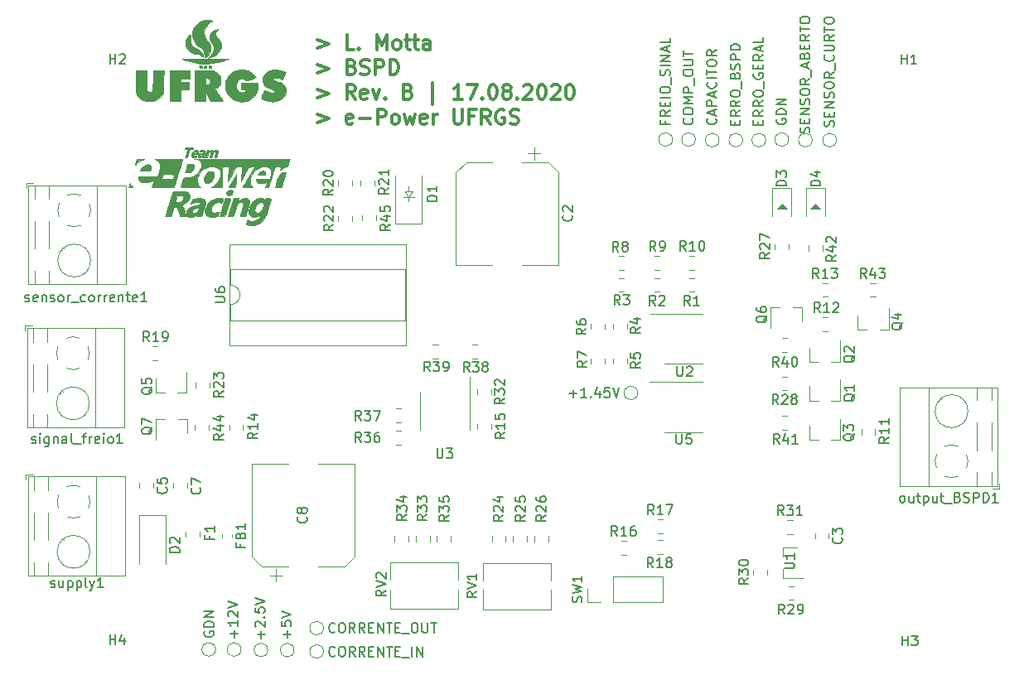
<source format=gbr>
G04 #@! TF.GenerationSoftware,KiCad,Pcbnew,(5.1.5)-3*
G04 #@! TF.CreationDate,2020-09-18T03:15:39-03:00*
G04 #@! TF.ProjectId,BSPD,42535044-2e6b-4696-9361-645f70636258,rev?*
G04 #@! TF.SameCoordinates,Original*
G04 #@! TF.FileFunction,Legend,Top*
G04 #@! TF.FilePolarity,Positive*
%FSLAX46Y46*%
G04 Gerber Fmt 4.6, Leading zero omitted, Abs format (unit mm)*
G04 Created by KiCad (PCBNEW (5.1.5)-3) date 2020-09-18 03:15:39*
%MOMM*%
%LPD*%
G04 APERTURE LIST*
%ADD10C,0.300000*%
%ADD11C,0.120000*%
%ADD12C,0.100000*%
%ADD13C,0.010000*%
%ADD14C,0.150000*%
G04 APERTURE END LIST*
D10*
X124999442Y-80666471D02*
X126142300Y-81095042D01*
X124999442Y-81523614D01*
X128856585Y-81666471D02*
X128356585Y-80952185D01*
X127999442Y-81666471D02*
X127999442Y-80166471D01*
X128570871Y-80166471D01*
X128713728Y-80237900D01*
X128785157Y-80309328D01*
X128856585Y-80452185D01*
X128856585Y-80666471D01*
X128785157Y-80809328D01*
X128713728Y-80880757D01*
X128570871Y-80952185D01*
X127999442Y-80952185D01*
X130070871Y-81595042D02*
X129928014Y-81666471D01*
X129642300Y-81666471D01*
X129499442Y-81595042D01*
X129428014Y-81452185D01*
X129428014Y-80880757D01*
X129499442Y-80737900D01*
X129642300Y-80666471D01*
X129928014Y-80666471D01*
X130070871Y-80737900D01*
X130142300Y-80880757D01*
X130142300Y-81023614D01*
X129428014Y-81166471D01*
X130642300Y-80666471D02*
X130999442Y-81666471D01*
X131356585Y-80666471D01*
X131928014Y-81523614D02*
X131999442Y-81595042D01*
X131928014Y-81666471D01*
X131856585Y-81595042D01*
X131928014Y-81523614D01*
X131928014Y-81666471D01*
X134285157Y-80880757D02*
X134499442Y-80952185D01*
X134570871Y-81023614D01*
X134642300Y-81166471D01*
X134642300Y-81380757D01*
X134570871Y-81523614D01*
X134499442Y-81595042D01*
X134356585Y-81666471D01*
X133785157Y-81666471D01*
X133785157Y-80166471D01*
X134285157Y-80166471D01*
X134428014Y-80237900D01*
X134499442Y-80309328D01*
X134570871Y-80452185D01*
X134570871Y-80595042D01*
X134499442Y-80737900D01*
X134428014Y-80809328D01*
X134285157Y-80880757D01*
X133785157Y-80880757D01*
X136785157Y-82166471D02*
X136785157Y-80023614D01*
X139785157Y-81666471D02*
X138928014Y-81666471D01*
X139356585Y-81666471D02*
X139356585Y-80166471D01*
X139213728Y-80380757D01*
X139070871Y-80523614D01*
X138928014Y-80595042D01*
X140285157Y-80166471D02*
X141285157Y-80166471D01*
X140642300Y-81666471D01*
X141856585Y-81523614D02*
X141928014Y-81595042D01*
X141856585Y-81666471D01*
X141785157Y-81595042D01*
X141856585Y-81523614D01*
X141856585Y-81666471D01*
X142856585Y-80166471D02*
X142999442Y-80166471D01*
X143142300Y-80237900D01*
X143213728Y-80309328D01*
X143285157Y-80452185D01*
X143356585Y-80737900D01*
X143356585Y-81095042D01*
X143285157Y-81380757D01*
X143213728Y-81523614D01*
X143142300Y-81595042D01*
X142999442Y-81666471D01*
X142856585Y-81666471D01*
X142713728Y-81595042D01*
X142642300Y-81523614D01*
X142570871Y-81380757D01*
X142499442Y-81095042D01*
X142499442Y-80737900D01*
X142570871Y-80452185D01*
X142642300Y-80309328D01*
X142713728Y-80237900D01*
X142856585Y-80166471D01*
X144213728Y-80809328D02*
X144070871Y-80737900D01*
X143999442Y-80666471D01*
X143928014Y-80523614D01*
X143928014Y-80452185D01*
X143999442Y-80309328D01*
X144070871Y-80237900D01*
X144213728Y-80166471D01*
X144499442Y-80166471D01*
X144642300Y-80237900D01*
X144713728Y-80309328D01*
X144785157Y-80452185D01*
X144785157Y-80523614D01*
X144713728Y-80666471D01*
X144642300Y-80737900D01*
X144499442Y-80809328D01*
X144213728Y-80809328D01*
X144070871Y-80880757D01*
X143999442Y-80952185D01*
X143928014Y-81095042D01*
X143928014Y-81380757D01*
X143999442Y-81523614D01*
X144070871Y-81595042D01*
X144213728Y-81666471D01*
X144499442Y-81666471D01*
X144642300Y-81595042D01*
X144713728Y-81523614D01*
X144785157Y-81380757D01*
X144785157Y-81095042D01*
X144713728Y-80952185D01*
X144642300Y-80880757D01*
X144499442Y-80809328D01*
X145428014Y-81523614D02*
X145499442Y-81595042D01*
X145428014Y-81666471D01*
X145356585Y-81595042D01*
X145428014Y-81523614D01*
X145428014Y-81666471D01*
X146070871Y-80309328D02*
X146142300Y-80237900D01*
X146285157Y-80166471D01*
X146642300Y-80166471D01*
X146785157Y-80237900D01*
X146856585Y-80309328D01*
X146928014Y-80452185D01*
X146928014Y-80595042D01*
X146856585Y-80809328D01*
X145999442Y-81666471D01*
X146928014Y-81666471D01*
X147856585Y-80166471D02*
X147999442Y-80166471D01*
X148142300Y-80237900D01*
X148213728Y-80309328D01*
X148285157Y-80452185D01*
X148356585Y-80737900D01*
X148356585Y-81095042D01*
X148285157Y-81380757D01*
X148213728Y-81523614D01*
X148142300Y-81595042D01*
X147999442Y-81666471D01*
X147856585Y-81666471D01*
X147713728Y-81595042D01*
X147642300Y-81523614D01*
X147570871Y-81380757D01*
X147499442Y-81095042D01*
X147499442Y-80737900D01*
X147570871Y-80452185D01*
X147642300Y-80309328D01*
X147713728Y-80237900D01*
X147856585Y-80166471D01*
X148928014Y-80309328D02*
X148999442Y-80237900D01*
X149142300Y-80166471D01*
X149499442Y-80166471D01*
X149642300Y-80237900D01*
X149713728Y-80309328D01*
X149785157Y-80452185D01*
X149785157Y-80595042D01*
X149713728Y-80809328D01*
X148856585Y-81666471D01*
X149785157Y-81666471D01*
X150713728Y-80166471D02*
X150856585Y-80166471D01*
X150999442Y-80237900D01*
X151070871Y-80309328D01*
X151142300Y-80452185D01*
X151213728Y-80737900D01*
X151213728Y-81095042D01*
X151142300Y-81380757D01*
X151070871Y-81523614D01*
X150999442Y-81595042D01*
X150856585Y-81666471D01*
X150713728Y-81666471D01*
X150570871Y-81595042D01*
X150499442Y-81523614D01*
X150428014Y-81380757D01*
X150356585Y-81095042D01*
X150356585Y-80737900D01*
X150428014Y-80452185D01*
X150499442Y-80309328D01*
X150570871Y-80237900D01*
X150713728Y-80166471D01*
X124999442Y-75586471D02*
X126142300Y-76015042D01*
X124999442Y-76443614D01*
X128713728Y-76586471D02*
X127999442Y-76586471D01*
X127999442Y-75086471D01*
X129213728Y-76443614D02*
X129285157Y-76515042D01*
X129213728Y-76586471D01*
X129142300Y-76515042D01*
X129213728Y-76443614D01*
X129213728Y-76586471D01*
X131070871Y-76586471D02*
X131070871Y-75086471D01*
X131570871Y-76157900D01*
X132070871Y-75086471D01*
X132070871Y-76586471D01*
X132999442Y-76586471D02*
X132856585Y-76515042D01*
X132785157Y-76443614D01*
X132713728Y-76300757D01*
X132713728Y-75872185D01*
X132785157Y-75729328D01*
X132856585Y-75657900D01*
X132999442Y-75586471D01*
X133213728Y-75586471D01*
X133356585Y-75657900D01*
X133428014Y-75729328D01*
X133499442Y-75872185D01*
X133499442Y-76300757D01*
X133428014Y-76443614D01*
X133356585Y-76515042D01*
X133213728Y-76586471D01*
X132999442Y-76586471D01*
X133928014Y-75586471D02*
X134499442Y-75586471D01*
X134142300Y-75086471D02*
X134142300Y-76372185D01*
X134213728Y-76515042D01*
X134356585Y-76586471D01*
X134499442Y-76586471D01*
X134785157Y-75586471D02*
X135356585Y-75586471D01*
X134999442Y-75086471D02*
X134999442Y-76372185D01*
X135070871Y-76515042D01*
X135213728Y-76586471D01*
X135356585Y-76586471D01*
X136499442Y-76586471D02*
X136499442Y-75800757D01*
X136428014Y-75657900D01*
X136285157Y-75586471D01*
X135999442Y-75586471D01*
X135856585Y-75657900D01*
X136499442Y-76515042D02*
X136356585Y-76586471D01*
X135999442Y-76586471D01*
X135856585Y-76515042D01*
X135785157Y-76372185D01*
X135785157Y-76229328D01*
X135856585Y-76086471D01*
X135999442Y-76015042D01*
X136356585Y-76015042D01*
X136499442Y-75943614D01*
X124999442Y-78126471D02*
X126142300Y-78555042D01*
X124999442Y-78983614D01*
X128499442Y-78340757D02*
X128713728Y-78412185D01*
X128785157Y-78483614D01*
X128856585Y-78626471D01*
X128856585Y-78840757D01*
X128785157Y-78983614D01*
X128713728Y-79055042D01*
X128570871Y-79126471D01*
X127999442Y-79126471D01*
X127999442Y-77626471D01*
X128499442Y-77626471D01*
X128642300Y-77697900D01*
X128713728Y-77769328D01*
X128785157Y-77912185D01*
X128785157Y-78055042D01*
X128713728Y-78197900D01*
X128642300Y-78269328D01*
X128499442Y-78340757D01*
X127999442Y-78340757D01*
X129428014Y-79055042D02*
X129642300Y-79126471D01*
X129999442Y-79126471D01*
X130142300Y-79055042D01*
X130213728Y-78983614D01*
X130285157Y-78840757D01*
X130285157Y-78697900D01*
X130213728Y-78555042D01*
X130142300Y-78483614D01*
X129999442Y-78412185D01*
X129713728Y-78340757D01*
X129570871Y-78269328D01*
X129499442Y-78197900D01*
X129428014Y-78055042D01*
X129428014Y-77912185D01*
X129499442Y-77769328D01*
X129570871Y-77697900D01*
X129713728Y-77626471D01*
X130070871Y-77626471D01*
X130285157Y-77697900D01*
X130928014Y-79126471D02*
X130928014Y-77626471D01*
X131499442Y-77626471D01*
X131642300Y-77697900D01*
X131713728Y-77769328D01*
X131785157Y-77912185D01*
X131785157Y-78126471D01*
X131713728Y-78269328D01*
X131642300Y-78340757D01*
X131499442Y-78412185D01*
X130928014Y-78412185D01*
X132428014Y-79126471D02*
X132428014Y-77626471D01*
X132785157Y-77626471D01*
X132999442Y-77697900D01*
X133142300Y-77840757D01*
X133213728Y-77983614D01*
X133285157Y-78269328D01*
X133285157Y-78483614D01*
X133213728Y-78769328D01*
X133142300Y-78912185D01*
X132999442Y-79055042D01*
X132785157Y-79126471D01*
X132428014Y-79126471D01*
X124999442Y-83206471D02*
X126142300Y-83635042D01*
X124999442Y-84063614D01*
X128570871Y-84135042D02*
X128428014Y-84206471D01*
X128142300Y-84206471D01*
X127999442Y-84135042D01*
X127928014Y-83992185D01*
X127928014Y-83420757D01*
X127999442Y-83277900D01*
X128142300Y-83206471D01*
X128428014Y-83206471D01*
X128570871Y-83277900D01*
X128642300Y-83420757D01*
X128642300Y-83563614D01*
X127928014Y-83706471D01*
X129285157Y-83635042D02*
X130428014Y-83635042D01*
X131142300Y-84206471D02*
X131142300Y-82706471D01*
X131713728Y-82706471D01*
X131856585Y-82777900D01*
X131928014Y-82849328D01*
X131999442Y-82992185D01*
X131999442Y-83206471D01*
X131928014Y-83349328D01*
X131856585Y-83420757D01*
X131713728Y-83492185D01*
X131142300Y-83492185D01*
X132856585Y-84206471D02*
X132713728Y-84135042D01*
X132642300Y-84063614D01*
X132570871Y-83920757D01*
X132570871Y-83492185D01*
X132642300Y-83349328D01*
X132713728Y-83277900D01*
X132856585Y-83206471D01*
X133070871Y-83206471D01*
X133213728Y-83277900D01*
X133285157Y-83349328D01*
X133356585Y-83492185D01*
X133356585Y-83920757D01*
X133285157Y-84063614D01*
X133213728Y-84135042D01*
X133070871Y-84206471D01*
X132856585Y-84206471D01*
X133856585Y-83206471D02*
X134142300Y-84206471D01*
X134428014Y-83492185D01*
X134713728Y-84206471D01*
X134999442Y-83206471D01*
X136142300Y-84135042D02*
X135999442Y-84206471D01*
X135713728Y-84206471D01*
X135570871Y-84135042D01*
X135499442Y-83992185D01*
X135499442Y-83420757D01*
X135570871Y-83277900D01*
X135713728Y-83206471D01*
X135999442Y-83206471D01*
X136142300Y-83277900D01*
X136213728Y-83420757D01*
X136213728Y-83563614D01*
X135499442Y-83706471D01*
X136856585Y-84206471D02*
X136856585Y-83206471D01*
X136856585Y-83492185D02*
X136928014Y-83349328D01*
X136999442Y-83277900D01*
X137142300Y-83206471D01*
X137285157Y-83206471D01*
X138928014Y-82706471D02*
X138928014Y-83920757D01*
X138999442Y-84063614D01*
X139070871Y-84135042D01*
X139213728Y-84206471D01*
X139499442Y-84206471D01*
X139642300Y-84135042D01*
X139713728Y-84063614D01*
X139785157Y-83920757D01*
X139785157Y-82706471D01*
X140999442Y-83420757D02*
X140499442Y-83420757D01*
X140499442Y-84206471D02*
X140499442Y-82706471D01*
X141213728Y-82706471D01*
X142642300Y-84206471D02*
X142142300Y-83492185D01*
X141785157Y-84206471D02*
X141785157Y-82706471D01*
X142356585Y-82706471D01*
X142499442Y-82777900D01*
X142570871Y-82849328D01*
X142642300Y-82992185D01*
X142642300Y-83206471D01*
X142570871Y-83349328D01*
X142499442Y-83420757D01*
X142356585Y-83492185D01*
X141785157Y-83492185D01*
X144070871Y-82777900D02*
X143928014Y-82706471D01*
X143713728Y-82706471D01*
X143499442Y-82777900D01*
X143356585Y-82920757D01*
X143285157Y-83063614D01*
X143213728Y-83349328D01*
X143213728Y-83563614D01*
X143285157Y-83849328D01*
X143356585Y-83992185D01*
X143499442Y-84135042D01*
X143713728Y-84206471D01*
X143856585Y-84206471D01*
X144070871Y-84135042D01*
X144142300Y-84063614D01*
X144142300Y-83563614D01*
X143856585Y-83563614D01*
X144713728Y-84135042D02*
X144928014Y-84206471D01*
X145285157Y-84206471D01*
X145428014Y-84135042D01*
X145499442Y-84063614D01*
X145570871Y-83920757D01*
X145570871Y-83777900D01*
X145499442Y-83635042D01*
X145428014Y-83563614D01*
X145285157Y-83492185D01*
X144999442Y-83420757D01*
X144856585Y-83349328D01*
X144785157Y-83277900D01*
X144713728Y-83135042D01*
X144713728Y-82992185D01*
X144785157Y-82849328D01*
X144856585Y-82777900D01*
X144999442Y-82706471D01*
X145356585Y-82706471D01*
X145570871Y-82777900D01*
D11*
X133506738Y-113308060D02*
X132989582Y-113308060D01*
X133506738Y-114728060D02*
X132989582Y-114728060D01*
X139139000Y-98604500D02*
X142889000Y-98604500D01*
X149659000Y-98604500D02*
X145909000Y-98604500D01*
X149659000Y-89148937D02*
X149659000Y-98604500D01*
X139139000Y-89148937D02*
X139139000Y-98604500D01*
X140203437Y-88084500D02*
X142889000Y-88084500D01*
X148594563Y-88084500D02*
X145909000Y-88084500D01*
X148594563Y-88084500D02*
X149659000Y-89148937D01*
X140203437Y-88084500D02*
X139139000Y-89148937D01*
X147159000Y-86594500D02*
X147159000Y-87844500D01*
X147784000Y-87219500D02*
X146534000Y-87219500D01*
X177250160Y-126052842D02*
X177250160Y-126569998D01*
X175830160Y-126052842D02*
X175830160Y-126569998D01*
X106782800Y-121365778D02*
X106782800Y-120848622D01*
X108202800Y-121365778D02*
X108202800Y-120848622D01*
X111708000Y-121393478D02*
X111708000Y-120876322D01*
X110288000Y-121393478D02*
X110288000Y-120876322D01*
X120160600Y-130331000D02*
X121410600Y-130331000D01*
X120785600Y-130956000D02*
X120785600Y-129706000D01*
X127741163Y-129466000D02*
X128805600Y-128401563D01*
X119350037Y-129466000D02*
X118285600Y-128401563D01*
X119350037Y-129466000D02*
X122035600Y-129466000D01*
X127741163Y-129466000D02*
X125055600Y-129466000D01*
X128805600Y-128401563D02*
X128805600Y-118946000D01*
X118285600Y-128401563D02*
X118285600Y-118946000D01*
X118285600Y-118946000D02*
X122035600Y-118946000D01*
X128805600Y-118946000D02*
X125055600Y-118946000D01*
X109513200Y-124206000D02*
X109513200Y-129154000D01*
X106793200Y-124206000D02*
X106793200Y-129154000D01*
X109513200Y-124206000D02*
X106793200Y-124206000D01*
D12*
G36*
X171958000Y-92891500D02*
G01*
X172466000Y-92383500D01*
X172974000Y-92891500D01*
X171958000Y-92891500D01*
G37*
X171958000Y-92891500D02*
X172466000Y-92383500D01*
X172974000Y-92891500D01*
X171958000Y-92891500D01*
D11*
X171506000Y-90777500D02*
X171506000Y-93637500D01*
X173426000Y-90777500D02*
X171506000Y-90777500D01*
X173426000Y-93637500D02*
X173426000Y-90777500D01*
X176855000Y-93637500D02*
X176855000Y-90777500D01*
X176855000Y-90777500D02*
X174935000Y-90777500D01*
X174935000Y-90777500D02*
X174935000Y-93637500D01*
D12*
G36*
X175387000Y-92891500D02*
G01*
X175895000Y-92383500D01*
X176403000Y-92891500D01*
X175387000Y-92891500D01*
G37*
X175387000Y-92891500D02*
X175895000Y-92383500D01*
X176403000Y-92891500D01*
X175387000Y-92891500D01*
D11*
X111558000Y-126422678D02*
X111558000Y-125905522D01*
X112978000Y-126422678D02*
X112978000Y-125905522D01*
X116283200Y-126126021D02*
X116283200Y-126451579D01*
X115263200Y-126126021D02*
X115263200Y-126451579D01*
X175277660Y-112472500D02*
X175277660Y-111012500D01*
X178437660Y-112472500D02*
X178437660Y-110312500D01*
X178437660Y-112472500D02*
X177507660Y-112472500D01*
X175277660Y-112472500D02*
X176207660Y-112472500D01*
X175277660Y-108510100D02*
X176207660Y-108510100D01*
X178437660Y-108510100D02*
X177507660Y-108510100D01*
X178437660Y-108510100D02*
X178437660Y-106350100D01*
X175277660Y-108510100D02*
X175277660Y-107050100D01*
X175242060Y-116504500D02*
X176172060Y-116504500D01*
X178402060Y-116504500D02*
X177472060Y-116504500D01*
X178402060Y-116504500D02*
X178402060Y-114344500D01*
X175242060Y-116504500D02*
X175242060Y-115044500D01*
X180223000Y-105201500D02*
X180223000Y-103741500D01*
X183383000Y-105201500D02*
X183383000Y-103041500D01*
X183383000Y-105201500D02*
X182453000Y-105201500D01*
X180223000Y-105201500D02*
X181153000Y-105201500D01*
X108488400Y-111691200D02*
X109418400Y-111691200D01*
X111648400Y-111691200D02*
X110718400Y-111691200D01*
X111648400Y-111691200D02*
X111648400Y-109531200D01*
X108488400Y-111691200D02*
X108488400Y-110231200D01*
X163502078Y-99940040D02*
X162984922Y-99940040D01*
X163502078Y-101360040D02*
X162984922Y-101360040D01*
X159405822Y-101360040D02*
X159922978Y-101360040D01*
X159405822Y-99940040D02*
X159922978Y-99940040D01*
X155826722Y-99940040D02*
X156343878Y-99940040D01*
X155826722Y-101360040D02*
X156343878Y-101360040D01*
X156615200Y-105148118D02*
X156615200Y-104630962D01*
X155195200Y-105148118D02*
X155195200Y-104630962D01*
X155195200Y-108704118D02*
X155195200Y-108186962D01*
X156615200Y-108704118D02*
X156615200Y-108186962D01*
X152960000Y-104635562D02*
X152960000Y-105152718D01*
X154380000Y-104635562D02*
X154380000Y-105152718D01*
X154380000Y-108186962D02*
X154380000Y-108704118D01*
X152960000Y-108186962D02*
X152960000Y-108704118D01*
X156339278Y-99124840D02*
X155822122Y-99124840D01*
X156339278Y-97704840D02*
X155822122Y-97704840D01*
X159946078Y-97704840D02*
X159428922Y-97704840D01*
X159946078Y-99124840D02*
X159428922Y-99124840D01*
X163502078Y-99124840D02*
X162984922Y-99124840D01*
X163502078Y-97704840D02*
X162984922Y-97704840D01*
X180582500Y-115940578D02*
X180582500Y-115423422D01*
X182002500Y-115940578D02*
X182002500Y-115423422D01*
X177139338Y-105396100D02*
X176622182Y-105396100D01*
X177139338Y-103976100D02*
X176622182Y-103976100D01*
X176603922Y-101865500D02*
X177121078Y-101865500D01*
X176603922Y-100445500D02*
X177121078Y-100445500D01*
X142744260Y-115394238D02*
X142744260Y-114877082D01*
X141324260Y-115394238D02*
X141324260Y-114877082D01*
X156029922Y-126798000D02*
X156547078Y-126798000D01*
X156029922Y-128218000D02*
X156547078Y-128218000D01*
X159763722Y-124613600D02*
X160280878Y-124613600D01*
X159763722Y-126033600D02*
X160280878Y-126033600D01*
X159763722Y-128167200D02*
X160280878Y-128167200D01*
X159763722Y-126747200D02*
X160280878Y-126747200D01*
X108642678Y-106935200D02*
X108125522Y-106935200D01*
X108642678Y-108355200D02*
X108125522Y-108355200D01*
X127087560Y-90499938D02*
X127087560Y-89982782D01*
X128507560Y-90499938D02*
X128507560Y-89982782D01*
X129429440Y-90499938D02*
X129429440Y-89982782D01*
X130849440Y-90499938D02*
X130849440Y-89982782D01*
X128532960Y-94106738D02*
X128532960Y-93589582D01*
X127112960Y-94106738D02*
X127112960Y-93589582D01*
X142825400Y-126859558D02*
X142825400Y-126342402D01*
X144245400Y-126859558D02*
X144245400Y-126342402D01*
X145009800Y-126859558D02*
X145009800Y-126342402D01*
X146429800Y-126859558D02*
X146429800Y-126342402D01*
X148614200Y-126859558D02*
X148614200Y-126342402D01*
X147194200Y-126859558D02*
X147194200Y-126342402D01*
X171756000Y-97047578D02*
X171756000Y-96530422D01*
X173176000Y-97047578D02*
X173176000Y-96530422D01*
X172511982Y-111441300D02*
X173029138Y-111441300D01*
X172511982Y-110021300D02*
X173029138Y-110021300D01*
X173131982Y-132861120D02*
X173649138Y-132861120D01*
X173131982Y-131441120D02*
X173649138Y-131441120D01*
X170950960Y-130273798D02*
X170950960Y-129756642D01*
X169530960Y-130273798D02*
X169530960Y-129756642D01*
X173032682Y-124684720D02*
X173549838Y-124684720D01*
X173032682Y-126104720D02*
X173549838Y-126104720D01*
X142744260Y-111810538D02*
X142744260Y-111293382D01*
X141324260Y-111810538D02*
X141324260Y-111293382D01*
X136473000Y-126859558D02*
X136473000Y-126342402D01*
X135053000Y-126859558D02*
X135053000Y-126342402D01*
X132868600Y-126859558D02*
X132868600Y-126342402D01*
X134288600Y-126859558D02*
X134288600Y-126342402D01*
X137212000Y-126854958D02*
X137212000Y-126337802D01*
X138632000Y-126854958D02*
X138632000Y-126337802D01*
X132989582Y-116988660D02*
X133506738Y-116988660D01*
X132989582Y-115568660D02*
X133506738Y-115568660D01*
X140838182Y-106754860D02*
X141355338Y-106754860D01*
X140838182Y-108174860D02*
X141355338Y-108174860D01*
X136797282Y-108174860D02*
X137314438Y-108174860D01*
X136797282Y-106754860D02*
X137314438Y-106754860D01*
X172511982Y-106058900D02*
X173029138Y-106058900D01*
X172511982Y-107478900D02*
X173029138Y-107478900D01*
X172511982Y-115454500D02*
X173029138Y-115454500D01*
X172511982Y-114034500D02*
X173029138Y-114034500D01*
X176605000Y-97144578D02*
X176605000Y-96627422D01*
X175185000Y-97144578D02*
X175185000Y-96627422D01*
X181493422Y-100445500D02*
X182010578Y-100445500D01*
X181493422Y-101865500D02*
X182010578Y-101865500D01*
X141889200Y-129068480D02*
X148839200Y-129068480D01*
X141889200Y-133808480D02*
X148839200Y-133808480D01*
X141889200Y-129068480D02*
X141889200Y-130854480D01*
X141889200Y-131844480D02*
X141889200Y-133808480D01*
X148839200Y-129068480D02*
X148839200Y-130854480D01*
X148839200Y-131844480D02*
X148839200Y-133808480D01*
X139390400Y-131793680D02*
X139390400Y-133757680D01*
X139390400Y-129017680D02*
X139390400Y-130803680D01*
X132440400Y-131793680D02*
X132440400Y-133757680D01*
X132440400Y-129017680D02*
X132440400Y-130803680D01*
X132440400Y-133757680D02*
X139390400Y-133757680D01*
X132440400Y-129017680D02*
X139390400Y-129017680D01*
X160323840Y-133089960D02*
X160323840Y-130429960D01*
X155183840Y-133089960D02*
X160323840Y-133089960D01*
X155183840Y-130429960D02*
X160323840Y-130429960D01*
X155183840Y-133089960D02*
X155183840Y-130429960D01*
X153913840Y-133089960D02*
X152583840Y-133089960D01*
X152583840Y-133089960D02*
X152583840Y-131759960D01*
X122620000Y-137985500D02*
G75*
G03X122620000Y-137985500I-700000J0D01*
G01*
X157735500Y-111696500D02*
G75*
G03X157735500Y-111696500I-700000J0D01*
G01*
X119927600Y-137972800D02*
G75*
G03X119927600Y-137972800I-700000J0D01*
G01*
X114593600Y-137922000D02*
G75*
G03X114593600Y-137922000I-700000J0D01*
G01*
X125617200Y-138125200D02*
G75*
G03X125617200Y-138125200I-700000J0D01*
G01*
X125617200Y-135737600D02*
G75*
G03X125617200Y-135737600I-700000J0D01*
G01*
X117184400Y-137922000D02*
G75*
G03X117184400Y-137922000I-700000J0D01*
G01*
X172554360Y-127497720D02*
X174014360Y-127497720D01*
X172554360Y-130657720D02*
X174714360Y-130657720D01*
X172554360Y-130657720D02*
X172554360Y-129727720D01*
X172554360Y-127497720D02*
X172554360Y-128427720D01*
X162443160Y-108721840D02*
X164393160Y-108721840D01*
X162443160Y-108721840D02*
X160493160Y-108721840D01*
X162443160Y-103601840D02*
X164393160Y-103601840D01*
X162443160Y-103601840D02*
X158993160Y-103601840D01*
X135461060Y-113510060D02*
X135461060Y-115460060D01*
X135461060Y-113510060D02*
X135461060Y-111560060D01*
X140581060Y-113510060D02*
X140581060Y-115460060D01*
X140581060Y-113510060D02*
X140581060Y-110060060D01*
X162426880Y-110566520D02*
X158976880Y-110566520D01*
X162426880Y-110566520D02*
X164376880Y-110566520D01*
X162426880Y-115686520D02*
X160476880Y-115686520D01*
X162426880Y-115686520D02*
X164376880Y-115686520D01*
X116081500Y-100663500D02*
G75*
G02X116081500Y-102663500I0J-1000000D01*
G01*
X116081500Y-102663500D02*
X116081500Y-104313500D01*
X116081500Y-104313500D02*
X133981500Y-104313500D01*
X133981500Y-104313500D02*
X133981500Y-99013500D01*
X133981500Y-99013500D02*
X116081500Y-99013500D01*
X116081500Y-99013500D02*
X116081500Y-100663500D01*
X116021500Y-106803500D02*
X134041500Y-106803500D01*
X134041500Y-106803500D02*
X134041500Y-96523500D01*
X134041500Y-96523500D02*
X116021500Y-96523500D01*
X116021500Y-96523500D02*
X116021500Y-106803500D01*
X174490460Y-102926100D02*
X173560460Y-102926100D01*
X171330460Y-102926100D02*
X172260460Y-102926100D01*
X171330460Y-102926100D02*
X171330460Y-105086100D01*
X174490460Y-102926100D02*
X174490460Y-104386100D01*
X111663600Y-114336800D02*
X110733600Y-114336800D01*
X108503600Y-114336800D02*
X109433600Y-114336800D01*
X108503600Y-114336800D02*
X108503600Y-116496800D01*
X111663600Y-114336800D02*
X111663600Y-115796800D01*
X115977600Y-115449878D02*
X115977600Y-114932722D01*
X117397600Y-115449878D02*
X117397600Y-114932722D01*
X112574000Y-110614722D02*
X112574000Y-111131878D01*
X113994000Y-110614722D02*
X113994000Y-111131878D01*
X112472400Y-115449878D02*
X112472400Y-114932722D01*
X113892400Y-115449878D02*
X113892400Y-114932722D01*
X130971360Y-94083638D02*
X130971360Y-93566482D01*
X129551360Y-94083638D02*
X129551360Y-93566482D01*
X132965360Y-94383860D02*
X132965360Y-89435860D01*
X135685360Y-94383860D02*
X135685360Y-89435860D01*
X132965360Y-94383860D02*
X135685360Y-94383860D01*
D12*
X134325360Y-92085860D02*
X134325360Y-91685860D01*
X134325360Y-91685860D02*
X134875360Y-91685860D01*
X133925360Y-91085860D02*
X134725360Y-91085860D01*
X134725360Y-91085860D02*
X134325360Y-91685860D01*
X134325360Y-91085860D02*
X134325360Y-90585860D01*
X134325360Y-91685860D02*
X133775360Y-91685860D01*
X134325360Y-91685860D02*
X133925360Y-91085860D01*
D13*
G36*
X107505500Y-79651526D02*
G01*
X107506841Y-79988580D01*
X107511239Y-80251183D01*
X107519256Y-80449514D01*
X107531454Y-80593752D01*
X107548395Y-80694075D01*
X107566211Y-80750686D01*
X107657964Y-80878785D01*
X107793780Y-80935604D01*
X107952790Y-80923249D01*
X108020542Y-80897217D01*
X108073800Y-80850873D01*
X108114240Y-80774949D01*
X108143537Y-80660180D01*
X108163369Y-80497299D01*
X108175410Y-80277040D01*
X108181338Y-79990137D01*
X108182834Y-79651526D01*
X108182834Y-78697666D01*
X109290668Y-78697666D01*
X109275578Y-79830083D01*
X109270743Y-80170689D01*
X109265753Y-80437866D01*
X109259644Y-80642846D01*
X109251454Y-80796863D01*
X109240221Y-80911150D01*
X109224982Y-80996940D01*
X109204775Y-81065468D01*
X109178637Y-81127964D01*
X109161280Y-81164048D01*
X108990882Y-81417785D01*
X108759483Y-81622773D01*
X108478482Y-81774155D01*
X108159282Y-81867074D01*
X107813280Y-81896673D01*
X107507553Y-81868581D01*
X107242098Y-81793095D01*
X106988209Y-81667745D01*
X106771371Y-81507554D01*
X106634323Y-81353907D01*
X106567661Y-81243728D01*
X106514765Y-81120873D01*
X106474179Y-80974589D01*
X106444451Y-80794127D01*
X106424126Y-80568735D01*
X106411749Y-80287662D01*
X106405866Y-79940158D01*
X106404834Y-79657282D01*
X106404834Y-78697666D01*
X107505500Y-78697666D01*
X107505500Y-79651526D01*
G37*
X107505500Y-79651526D02*
X107506841Y-79988580D01*
X107511239Y-80251183D01*
X107519256Y-80449514D01*
X107531454Y-80593752D01*
X107548395Y-80694075D01*
X107566211Y-80750686D01*
X107657964Y-80878785D01*
X107793780Y-80935604D01*
X107952790Y-80923249D01*
X108020542Y-80897217D01*
X108073800Y-80850873D01*
X108114240Y-80774949D01*
X108143537Y-80660180D01*
X108163369Y-80497299D01*
X108175410Y-80277040D01*
X108181338Y-79990137D01*
X108182834Y-79651526D01*
X108182834Y-78697666D01*
X109290668Y-78697666D01*
X109275578Y-79830083D01*
X109270743Y-80170689D01*
X109265753Y-80437866D01*
X109259644Y-80642846D01*
X109251454Y-80796863D01*
X109240221Y-80911150D01*
X109224982Y-80996940D01*
X109204775Y-81065468D01*
X109178637Y-81127964D01*
X109161280Y-81164048D01*
X108990882Y-81417785D01*
X108759483Y-81622773D01*
X108478482Y-81774155D01*
X108159282Y-81867074D01*
X107813280Y-81896673D01*
X107507553Y-81868581D01*
X107242098Y-81793095D01*
X106988209Y-81667745D01*
X106771371Y-81507554D01*
X106634323Y-81353907D01*
X106567661Y-81243728D01*
X106514765Y-81120873D01*
X106474179Y-80974589D01*
X106444451Y-80794127D01*
X106424126Y-80568735D01*
X106411749Y-80287662D01*
X106405866Y-79940158D01*
X106404834Y-79657282D01*
X106404834Y-78697666D01*
X107505500Y-78697666D01*
X107505500Y-79651526D01*
G36*
X117472391Y-78645267D02*
G01*
X117833685Y-78730898D01*
X118028139Y-78810332D01*
X118143292Y-78879128D01*
X118278424Y-78980824D01*
X118416579Y-79099730D01*
X118540798Y-79220156D01*
X118634122Y-79326410D01*
X118679592Y-79402801D01*
X118681500Y-79414849D01*
X118644123Y-79441291D01*
X118542332Y-79488929D01*
X118391641Y-79551023D01*
X118207562Y-79620834D01*
X118206122Y-79621360D01*
X118004636Y-79694142D01*
X117866811Y-79740164D01*
X117776925Y-79762111D01*
X117719257Y-79762670D01*
X117678087Y-79744528D01*
X117645205Y-79717212D01*
X117457356Y-79589523D01*
X117268666Y-79546289D01*
X117079851Y-79587592D01*
X116983844Y-79641163D01*
X116849448Y-79757753D01*
X116764861Y-79902032D01*
X116722213Y-80092766D01*
X116713000Y-80287046D01*
X116728099Y-80514460D01*
X116779754Y-80681957D01*
X116877502Y-80809859D01*
X117001050Y-80900862D01*
X117155632Y-80963348D01*
X117318570Y-80978792D01*
X117469787Y-80952052D01*
X117589205Y-80887987D01*
X117656746Y-80791455D01*
X117664852Y-80740250D01*
X117627928Y-80705729D01*
X117513556Y-80689162D01*
X117432667Y-80687333D01*
X117199834Y-80687333D01*
X117199834Y-79965913D01*
X118914334Y-79988833D01*
X118929525Y-80094666D01*
X118929682Y-80217679D01*
X118908625Y-80392753D01*
X118871758Y-80591576D01*
X118824488Y-80785836D01*
X118772217Y-80947221D01*
X118761991Y-80972241D01*
X118662467Y-81144274D01*
X118512894Y-81332347D01*
X118336882Y-81510753D01*
X118158039Y-81653780D01*
X118105681Y-81686935D01*
X117958620Y-81753808D01*
X117762919Y-81817851D01*
X117551843Y-81870497D01*
X117358660Y-81903179D01*
X117242167Y-81909316D01*
X117140137Y-81900072D01*
X116995036Y-81881041D01*
X116903500Y-81866931D01*
X116563879Y-81769825D01*
X116256832Y-81600391D01*
X115993831Y-81368297D01*
X115786346Y-81083209D01*
X115669153Y-80826666D01*
X115606364Y-80551437D01*
X115590809Y-80241981D01*
X115620998Y-79930884D01*
X115695442Y-79650735D01*
X115726257Y-79577435D01*
X115914765Y-79267372D01*
X116158231Y-79014540D01*
X116446191Y-78822427D01*
X116768180Y-78694519D01*
X117113735Y-78634303D01*
X117472391Y-78645267D01*
G37*
X117472391Y-78645267D02*
X117833685Y-78730898D01*
X118028139Y-78810332D01*
X118143292Y-78879128D01*
X118278424Y-78980824D01*
X118416579Y-79099730D01*
X118540798Y-79220156D01*
X118634122Y-79326410D01*
X118679592Y-79402801D01*
X118681500Y-79414849D01*
X118644123Y-79441291D01*
X118542332Y-79488929D01*
X118391641Y-79551023D01*
X118207562Y-79620834D01*
X118206122Y-79621360D01*
X118004636Y-79694142D01*
X117866811Y-79740164D01*
X117776925Y-79762111D01*
X117719257Y-79762670D01*
X117678087Y-79744528D01*
X117645205Y-79717212D01*
X117457356Y-79589523D01*
X117268666Y-79546289D01*
X117079851Y-79587592D01*
X116983844Y-79641163D01*
X116849448Y-79757753D01*
X116764861Y-79902032D01*
X116722213Y-80092766D01*
X116713000Y-80287046D01*
X116728099Y-80514460D01*
X116779754Y-80681957D01*
X116877502Y-80809859D01*
X117001050Y-80900862D01*
X117155632Y-80963348D01*
X117318570Y-80978792D01*
X117469787Y-80952052D01*
X117589205Y-80887987D01*
X117656746Y-80791455D01*
X117664852Y-80740250D01*
X117627928Y-80705729D01*
X117513556Y-80689162D01*
X117432667Y-80687333D01*
X117199834Y-80687333D01*
X117199834Y-79965913D01*
X118914334Y-79988833D01*
X118929525Y-80094666D01*
X118929682Y-80217679D01*
X118908625Y-80392753D01*
X118871758Y-80591576D01*
X118824488Y-80785836D01*
X118772217Y-80947221D01*
X118761991Y-80972241D01*
X118662467Y-81144274D01*
X118512894Y-81332347D01*
X118336882Y-81510753D01*
X118158039Y-81653780D01*
X118105681Y-81686935D01*
X117958620Y-81753808D01*
X117762919Y-81817851D01*
X117551843Y-81870497D01*
X117358660Y-81903179D01*
X117242167Y-81909316D01*
X117140137Y-81900072D01*
X116995036Y-81881041D01*
X116903500Y-81866931D01*
X116563879Y-81769825D01*
X116256832Y-81600391D01*
X115993831Y-81368297D01*
X115786346Y-81083209D01*
X115669153Y-80826666D01*
X115606364Y-80551437D01*
X115590809Y-80241981D01*
X115620998Y-79930884D01*
X115695442Y-79650735D01*
X115726257Y-79577435D01*
X115914765Y-79267372D01*
X116158231Y-79014540D01*
X116446191Y-78822427D01*
X116768180Y-78694519D01*
X117113735Y-78634303D01*
X117472391Y-78645267D01*
G36*
X120968342Y-78648842D02*
G01*
X121129263Y-78683557D01*
X121302443Y-78730990D01*
X121468429Y-78784447D01*
X121607770Y-78837234D01*
X121701012Y-78882658D01*
X121729500Y-78910773D01*
X121714223Y-78964227D01*
X121674245Y-79070255D01*
X121618346Y-79208212D01*
X121555305Y-79357450D01*
X121493903Y-79497325D01*
X121442918Y-79607189D01*
X121411131Y-79666395D01*
X121406080Y-79671333D01*
X121360468Y-79653809D01*
X121267250Y-79609630D01*
X121219949Y-79585875D01*
X121033618Y-79510808D01*
X120854943Y-79473677D01*
X120699057Y-79473279D01*
X120581095Y-79508405D01*
X120516191Y-79577852D01*
X120509848Y-79642447D01*
X120525809Y-79686639D01*
X120567835Y-79726302D01*
X120647690Y-79766443D01*
X120777143Y-79812071D01*
X120967959Y-79868193D01*
X121169285Y-79923097D01*
X121359195Y-80006706D01*
X121540745Y-80141991D01*
X121681013Y-80302808D01*
X121710496Y-80352848D01*
X121768479Y-80546296D01*
X121773583Y-80777527D01*
X121731039Y-81022748D01*
X121646076Y-81258162D01*
X121523924Y-81459975D01*
X121449104Y-81542189D01*
X121247232Y-81684249D01*
X120989522Y-81795951D01*
X120701511Y-81870327D01*
X120408732Y-81900408D01*
X120184334Y-81887330D01*
X120012284Y-81852147D01*
X119813467Y-81796565D01*
X119611554Y-81728917D01*
X119430220Y-81657536D01*
X119293137Y-81590756D01*
X119240496Y-81555098D01*
X119249477Y-81513875D01*
X119284514Y-81415531D01*
X119337252Y-81280304D01*
X119399337Y-81128433D01*
X119462415Y-80980153D01*
X119518131Y-80855705D01*
X119558132Y-80775325D01*
X119569490Y-80758130D01*
X119620431Y-80759129D01*
X119720739Y-80796356D01*
X119835897Y-80854831D01*
X120036974Y-80948517D01*
X120231231Y-81003877D01*
X120400066Y-81018088D01*
X120524876Y-80988321D01*
X120557358Y-80964428D01*
X120624388Y-80873691D01*
X120623402Y-80797239D01*
X120549903Y-80730092D01*
X120399396Y-80667268D01*
X120250373Y-80624374D01*
X119976707Y-80541379D01*
X119773049Y-80447889D01*
X119624741Y-80333801D01*
X119517126Y-80189012D01*
X119466281Y-80083893D01*
X119409938Y-79846625D01*
X119420213Y-79587866D01*
X119491821Y-79330828D01*
X119619476Y-79098721D01*
X119716456Y-78985319D01*
X119928938Y-78828081D01*
X120195281Y-78712294D01*
X120492365Y-78644173D01*
X120797064Y-78629933D01*
X120968342Y-78648842D01*
G37*
X120968342Y-78648842D02*
X121129263Y-78683557D01*
X121302443Y-78730990D01*
X121468429Y-78784447D01*
X121607770Y-78837234D01*
X121701012Y-78882658D01*
X121729500Y-78910773D01*
X121714223Y-78964227D01*
X121674245Y-79070255D01*
X121618346Y-79208212D01*
X121555305Y-79357450D01*
X121493903Y-79497325D01*
X121442918Y-79607189D01*
X121411131Y-79666395D01*
X121406080Y-79671333D01*
X121360468Y-79653809D01*
X121267250Y-79609630D01*
X121219949Y-79585875D01*
X121033618Y-79510808D01*
X120854943Y-79473677D01*
X120699057Y-79473279D01*
X120581095Y-79508405D01*
X120516191Y-79577852D01*
X120509848Y-79642447D01*
X120525809Y-79686639D01*
X120567835Y-79726302D01*
X120647690Y-79766443D01*
X120777143Y-79812071D01*
X120967959Y-79868193D01*
X121169285Y-79923097D01*
X121359195Y-80006706D01*
X121540745Y-80141991D01*
X121681013Y-80302808D01*
X121710496Y-80352848D01*
X121768479Y-80546296D01*
X121773583Y-80777527D01*
X121731039Y-81022748D01*
X121646076Y-81258162D01*
X121523924Y-81459975D01*
X121449104Y-81542189D01*
X121247232Y-81684249D01*
X120989522Y-81795951D01*
X120701511Y-81870327D01*
X120408732Y-81900408D01*
X120184334Y-81887330D01*
X120012284Y-81852147D01*
X119813467Y-81796565D01*
X119611554Y-81728917D01*
X119430220Y-81657536D01*
X119293137Y-81590756D01*
X119240496Y-81555098D01*
X119249477Y-81513875D01*
X119284514Y-81415531D01*
X119337252Y-81280304D01*
X119399337Y-81128433D01*
X119462415Y-80980153D01*
X119518131Y-80855705D01*
X119558132Y-80775325D01*
X119569490Y-80758130D01*
X119620431Y-80759129D01*
X119720739Y-80796356D01*
X119835897Y-80854831D01*
X120036974Y-80948517D01*
X120231231Y-81003877D01*
X120400066Y-81018088D01*
X120524876Y-80988321D01*
X120557358Y-80964428D01*
X120624388Y-80873691D01*
X120623402Y-80797239D01*
X120549903Y-80730092D01*
X120399396Y-80667268D01*
X120250373Y-80624374D01*
X119976707Y-80541379D01*
X119773049Y-80447889D01*
X119624741Y-80333801D01*
X119517126Y-80189012D01*
X119466281Y-80083893D01*
X119409938Y-79846625D01*
X119420213Y-79587866D01*
X119491821Y-79330828D01*
X119619476Y-79098721D01*
X119716456Y-78985319D01*
X119928938Y-78828081D01*
X120195281Y-78712294D01*
X120492365Y-78644173D01*
X120797064Y-78629933D01*
X120968342Y-78648842D01*
G36*
X111950500Y-79544333D02*
G01*
X110976834Y-79544333D01*
X110976834Y-79925333D01*
X111865834Y-79925333D01*
X111865834Y-80687333D01*
X110976834Y-80687333D01*
X110976834Y-81830333D01*
X109876167Y-81830333D01*
X109876167Y-78697666D01*
X111950500Y-78697666D01*
X111950500Y-79544333D01*
G37*
X111950500Y-79544333D02*
X110976834Y-79544333D01*
X110976834Y-79925333D01*
X111865834Y-79925333D01*
X111865834Y-80687333D01*
X110976834Y-80687333D01*
X110976834Y-81830333D01*
X109876167Y-81830333D01*
X109876167Y-78697666D01*
X111950500Y-78697666D01*
X111950500Y-79544333D01*
G36*
X113252250Y-78698169D02*
G01*
X113615632Y-78701405D01*
X113907191Y-78712024D01*
X114139605Y-78732112D01*
X114325553Y-78763761D01*
X114477713Y-78809057D01*
X114608763Y-78870091D01*
X114718521Y-78939768D01*
X114842570Y-79051165D01*
X114948641Y-79185356D01*
X114971466Y-79224605D01*
X115041285Y-79425237D01*
X115074883Y-79665664D01*
X115068848Y-79907633D01*
X115044157Y-80039991D01*
X114968438Y-80210096D01*
X114848662Y-80360937D01*
X114707173Y-80468505D01*
X114612107Y-80504262D01*
X114525665Y-80526550D01*
X114490500Y-80545340D01*
X114512510Y-80584473D01*
X114573549Y-80682580D01*
X114666128Y-80827891D01*
X114782758Y-81008636D01*
X114892667Y-81177445D01*
X115023626Y-81378850D01*
X115136748Y-81554787D01*
X115224540Y-81693439D01*
X115279508Y-81782989D01*
X115294834Y-81811562D01*
X115255003Y-81818252D01*
X115145522Y-81823885D01*
X114981403Y-81827998D01*
X114777659Y-81830121D01*
X114691584Y-81830310D01*
X114088334Y-81830287D01*
X113538000Y-80807487D01*
X113514228Y-81830333D01*
X112416167Y-81830333D01*
X112416167Y-80137000D01*
X113516834Y-80137000D01*
X113646617Y-80137000D01*
X113773733Y-80120830D01*
X113868867Y-80088329D01*
X113965509Y-80021558D01*
X114011795Y-79934498D01*
X114024177Y-79796003D01*
X114024185Y-79794311D01*
X113993321Y-79641063D01*
X113896699Y-79536891D01*
X113730563Y-79478173D01*
X113689453Y-79471671D01*
X113516834Y-79448518D01*
X113516834Y-80137000D01*
X112416167Y-80137000D01*
X112416167Y-78697666D01*
X113252250Y-78698169D01*
G37*
X113252250Y-78698169D02*
X113615632Y-78701405D01*
X113907191Y-78712024D01*
X114139605Y-78732112D01*
X114325553Y-78763761D01*
X114477713Y-78809057D01*
X114608763Y-78870091D01*
X114718521Y-78939768D01*
X114842570Y-79051165D01*
X114948641Y-79185356D01*
X114971466Y-79224605D01*
X115041285Y-79425237D01*
X115074883Y-79665664D01*
X115068848Y-79907633D01*
X115044157Y-80039991D01*
X114968438Y-80210096D01*
X114848662Y-80360937D01*
X114707173Y-80468505D01*
X114612107Y-80504262D01*
X114525665Y-80526550D01*
X114490500Y-80545340D01*
X114512510Y-80584473D01*
X114573549Y-80682580D01*
X114666128Y-80827891D01*
X114782758Y-81008636D01*
X114892667Y-81177445D01*
X115023626Y-81378850D01*
X115136748Y-81554787D01*
X115224540Y-81693439D01*
X115279508Y-81782989D01*
X115294834Y-81811562D01*
X115255003Y-81818252D01*
X115145522Y-81823885D01*
X114981403Y-81827998D01*
X114777659Y-81830121D01*
X114691584Y-81830310D01*
X114088334Y-81830287D01*
X113538000Y-80807487D01*
X113514228Y-81830333D01*
X112416167Y-81830333D01*
X112416167Y-80137000D01*
X113516834Y-80137000D01*
X113646617Y-80137000D01*
X113773733Y-80120830D01*
X113868867Y-80088329D01*
X113965509Y-80021558D01*
X114011795Y-79934498D01*
X114024177Y-79796003D01*
X114024185Y-79794311D01*
X113993321Y-79641063D01*
X113896699Y-79536891D01*
X113730563Y-79478173D01*
X113689453Y-79471671D01*
X113516834Y-79448518D01*
X113516834Y-80137000D01*
X112416167Y-80137000D01*
X112416167Y-78697666D01*
X113252250Y-78698169D01*
G36*
X113095872Y-78196229D02*
G01*
X113171357Y-78224363D01*
X113197880Y-78297073D01*
X113199334Y-78337833D01*
X113186270Y-78430870D01*
X113131512Y-78470060D01*
X113085764Y-78477953D01*
X112976943Y-78461906D01*
X112928654Y-78409718D01*
X112912470Y-78308873D01*
X112962359Y-78229183D01*
X113059764Y-78194340D01*
X113095872Y-78196229D01*
G37*
X113095872Y-78196229D02*
X113171357Y-78224363D01*
X113197880Y-78297073D01*
X113199334Y-78337833D01*
X113186270Y-78430870D01*
X113131512Y-78470060D01*
X113085764Y-78477953D01*
X112976943Y-78461906D01*
X112928654Y-78409718D01*
X112912470Y-78308873D01*
X112962359Y-78229183D01*
X113059764Y-78194340D01*
X113095872Y-78196229D01*
G36*
X113628137Y-78221388D02*
G01*
X113661143Y-78271051D01*
X113665000Y-78337833D01*
X113652098Y-78430661D01*
X113597241Y-78469860D01*
X113548343Y-78478251D01*
X113444773Y-78466945D01*
X113407179Y-78427807D01*
X113390369Y-78308450D01*
X113442195Y-78233142D01*
X113538580Y-78210833D01*
X113628137Y-78221388D01*
G37*
X113628137Y-78221388D02*
X113661143Y-78271051D01*
X113665000Y-78337833D01*
X113652098Y-78430661D01*
X113597241Y-78469860D01*
X113548343Y-78478251D01*
X113444773Y-78466945D01*
X113407179Y-78427807D01*
X113390369Y-78308450D01*
X113442195Y-78233142D01*
X113538580Y-78210833D01*
X113628137Y-78221388D01*
G36*
X114093804Y-78221388D02*
G01*
X114126810Y-78271051D01*
X114130667Y-78337833D01*
X114117764Y-78430661D01*
X114062907Y-78469860D01*
X114014009Y-78478251D01*
X113910440Y-78466945D01*
X113872846Y-78427807D01*
X113856036Y-78308450D01*
X113907862Y-78233142D01*
X114004247Y-78210833D01*
X114093804Y-78221388D01*
G37*
X114093804Y-78221388D02*
X114126810Y-78271051D01*
X114130667Y-78337833D01*
X114117764Y-78430661D01*
X114062907Y-78469860D01*
X114014009Y-78478251D01*
X113910440Y-78466945D01*
X113872846Y-78427807D01*
X113856036Y-78308450D01*
X113907862Y-78233142D01*
X114004247Y-78210833D01*
X114093804Y-78221388D01*
G36*
X113538000Y-77561856D02*
G01*
X115908667Y-77562744D01*
X115484645Y-77703772D01*
X114853110Y-77880051D01*
X114216321Y-77992953D01*
X113591943Y-78040219D01*
X113006707Y-78020460D01*
X112712073Y-77980508D01*
X112370558Y-77914678D01*
X112013242Y-77830113D01*
X111671203Y-77733958D01*
X111463667Y-77665761D01*
X111167334Y-77560968D01*
X113538000Y-77561856D01*
G37*
X113538000Y-77561856D02*
X115908667Y-77562744D01*
X115484645Y-77703772D01*
X114853110Y-77880051D01*
X114216321Y-77992953D01*
X113591943Y-78040219D01*
X113006707Y-78020460D01*
X112712073Y-77980508D01*
X112370558Y-77914678D01*
X112013242Y-77830113D01*
X111671203Y-77733958D01*
X111463667Y-77665761D01*
X111167334Y-77560968D01*
X113538000Y-77561856D01*
G36*
X114856062Y-74514460D02*
G01*
X114838604Y-74540084D01*
X114777685Y-74580227D01*
X114643358Y-74704452D01*
X114584928Y-74859093D01*
X114601990Y-75037872D01*
X114694140Y-75234509D01*
X114831177Y-75410973D01*
X115005177Y-75625659D01*
X115112383Y-75822128D01*
X115161882Y-76019723D01*
X115167834Y-76127456D01*
X115127630Y-76435320D01*
X115013288Y-76719117D01*
X114834211Y-76968544D01*
X114599800Y-77173296D01*
X114319458Y-77323068D01*
X114002587Y-77407555D01*
X113999408Y-77408015D01*
X113792000Y-77437782D01*
X113966354Y-77309488D01*
X114188338Y-77101810D01*
X114331709Y-76862885D01*
X114396916Y-76591753D01*
X114397095Y-76391531D01*
X114374283Y-76249697D01*
X114323634Y-76110063D01*
X114233991Y-75945226D01*
X114180580Y-75859617D01*
X114080750Y-75696804D01*
X114021059Y-75575631D01*
X113991659Y-75469404D01*
X113982705Y-75351426D01*
X113982500Y-75322573D01*
X113994066Y-75167680D01*
X114023494Y-75028791D01*
X114043838Y-74976515D01*
X114176308Y-74799246D01*
X114363088Y-74651113D01*
X114577327Y-74548576D01*
X114792173Y-74508099D01*
X114808000Y-74508029D01*
X114856062Y-74514460D01*
G37*
X114856062Y-74514460D02*
X114838604Y-74540084D01*
X114777685Y-74580227D01*
X114643358Y-74704452D01*
X114584928Y-74859093D01*
X114601990Y-75037872D01*
X114694140Y-75234509D01*
X114831177Y-75410973D01*
X115005177Y-75625659D01*
X115112383Y-75822128D01*
X115161882Y-76019723D01*
X115167834Y-76127456D01*
X115127630Y-76435320D01*
X115013288Y-76719117D01*
X114834211Y-76968544D01*
X114599800Y-77173296D01*
X114319458Y-77323068D01*
X114002587Y-77407555D01*
X113999408Y-77408015D01*
X113792000Y-77437782D01*
X113966354Y-77309488D01*
X114188338Y-77101810D01*
X114331709Y-76862885D01*
X114396916Y-76591753D01*
X114397095Y-76391531D01*
X114374283Y-76249697D01*
X114323634Y-76110063D01*
X114233991Y-75945226D01*
X114180580Y-75859617D01*
X114080750Y-75696804D01*
X114021059Y-75575631D01*
X113991659Y-75469404D01*
X113982705Y-75351426D01*
X113982500Y-75322573D01*
X113994066Y-75167680D01*
X114023494Y-75028791D01*
X114043838Y-74976515D01*
X114176308Y-74799246D01*
X114363088Y-74651113D01*
X114577327Y-74548576D01*
X114792173Y-74508099D01*
X114808000Y-74508029D01*
X114856062Y-74514460D01*
G36*
X111994616Y-75096107D02*
G01*
X112001373Y-75201010D01*
X112001652Y-75352934D01*
X111999068Y-75441650D01*
X112000232Y-75733997D01*
X112034619Y-75959341D01*
X112110090Y-76131458D01*
X112234507Y-76264125D01*
X112415732Y-76371117D01*
X112564334Y-76432175D01*
X112865688Y-76570527D01*
X113090040Y-76734341D01*
X113235914Y-76921873D01*
X113301836Y-77131380D01*
X113298255Y-77299679D01*
X113285721Y-77355658D01*
X113260597Y-77359135D01*
X113205212Y-77305322D01*
X113168774Y-77264594D01*
X113032294Y-77137808D01*
X112876772Y-77055202D01*
X112676807Y-77005539D01*
X112545511Y-76988870D01*
X112226473Y-76923483D01*
X111954077Y-76792614D01*
X111760127Y-76636278D01*
X111593790Y-76428455D01*
X111503295Y-76197699D01*
X111487062Y-75936424D01*
X111543513Y-75637043D01*
X111548512Y-75619937D01*
X111600887Y-75498031D01*
X111683651Y-75361052D01*
X111781102Y-75229382D01*
X111877538Y-75123403D01*
X111957258Y-75063497D01*
X111982203Y-75056978D01*
X111994616Y-75096107D01*
G37*
X111994616Y-75096107D02*
X112001373Y-75201010D01*
X112001652Y-75352934D01*
X111999068Y-75441650D01*
X112000232Y-75733997D01*
X112034619Y-75959341D01*
X112110090Y-76131458D01*
X112234507Y-76264125D01*
X112415732Y-76371117D01*
X112564334Y-76432175D01*
X112865688Y-76570527D01*
X113090040Y-76734341D01*
X113235914Y-76921873D01*
X113301836Y-77131380D01*
X113298255Y-77299679D01*
X113285721Y-77355658D01*
X113260597Y-77359135D01*
X113205212Y-77305322D01*
X113168774Y-77264594D01*
X113032294Y-77137808D01*
X112876772Y-77055202D01*
X112676807Y-77005539D01*
X112545511Y-76988870D01*
X112226473Y-76923483D01*
X111954077Y-76792614D01*
X111760127Y-76636278D01*
X111593790Y-76428455D01*
X111503295Y-76197699D01*
X111487062Y-75936424D01*
X111543513Y-75637043D01*
X111548512Y-75619937D01*
X111600887Y-75498031D01*
X111683651Y-75361052D01*
X111781102Y-75229382D01*
X111877538Y-75123403D01*
X111957258Y-75063497D01*
X111982203Y-75056978D01*
X111994616Y-75096107D01*
G36*
X113802693Y-73569059D02*
G01*
X113969839Y-73582620D01*
X114111491Y-73603930D01*
X114207004Y-73629996D01*
X114236500Y-73654094D01*
X114202807Y-73690396D01*
X114118644Y-73745814D01*
X114084701Y-73764829D01*
X113924542Y-73878488D01*
X113757393Y-74041318D01*
X113605995Y-74226953D01*
X113493091Y-74409029D01*
X113457825Y-74491538D01*
X113396903Y-74741948D01*
X113396427Y-74975305D01*
X113460143Y-75206295D01*
X113591799Y-75449603D01*
X113760409Y-75677672D01*
X113957293Y-75968268D01*
X114072723Y-76252499D01*
X114106415Y-76527470D01*
X114058086Y-76790283D01*
X113927453Y-77038043D01*
X113897323Y-77078097D01*
X113814518Y-77164701D01*
X113705153Y-77256633D01*
X113594663Y-77334895D01*
X113508480Y-77380491D01*
X113485967Y-77385333D01*
X113465928Y-77347062D01*
X113451661Y-77248470D01*
X113447289Y-77155705D01*
X113427390Y-76965374D01*
X113367938Y-76792637D01*
X113260493Y-76625658D01*
X113096615Y-76452600D01*
X112867863Y-76261626D01*
X112742677Y-76167545D01*
X112569152Y-75995415D01*
X112420579Y-75762925D01*
X112305542Y-75492788D01*
X112232628Y-75207712D01*
X112210419Y-74930409D01*
X112222574Y-74791636D01*
X112305814Y-74520880D01*
X112458678Y-74260494D01*
X112666164Y-74023531D01*
X112913272Y-73823048D01*
X113184999Y-73672097D01*
X113466345Y-73583733D01*
X113630701Y-73566243D01*
X113802693Y-73569059D01*
G37*
X113802693Y-73569059D02*
X113969839Y-73582620D01*
X114111491Y-73603930D01*
X114207004Y-73629996D01*
X114236500Y-73654094D01*
X114202807Y-73690396D01*
X114118644Y-73745814D01*
X114084701Y-73764829D01*
X113924542Y-73878488D01*
X113757393Y-74041318D01*
X113605995Y-74226953D01*
X113493091Y-74409029D01*
X113457825Y-74491538D01*
X113396903Y-74741948D01*
X113396427Y-74975305D01*
X113460143Y-75206295D01*
X113591799Y-75449603D01*
X113760409Y-75677672D01*
X113957293Y-75968268D01*
X114072723Y-76252499D01*
X114106415Y-76527470D01*
X114058086Y-76790283D01*
X113927453Y-77038043D01*
X113897323Y-77078097D01*
X113814518Y-77164701D01*
X113705153Y-77256633D01*
X113594663Y-77334895D01*
X113508480Y-77380491D01*
X113485967Y-77385333D01*
X113465928Y-77347062D01*
X113451661Y-77248470D01*
X113447289Y-77155705D01*
X113427390Y-76965374D01*
X113367938Y-76792637D01*
X113260493Y-76625658D01*
X113096615Y-76452600D01*
X112867863Y-76261626D01*
X112742677Y-76167545D01*
X112569152Y-75995415D01*
X112420579Y-75762925D01*
X112305542Y-75492788D01*
X112232628Y-75207712D01*
X112210419Y-74930409D01*
X112222574Y-74791636D01*
X112305814Y-74520880D01*
X112458678Y-74260494D01*
X112666164Y-74023531D01*
X112913272Y-73823048D01*
X113184999Y-73672097D01*
X113466345Y-73583733D01*
X113630701Y-73566243D01*
X113802693Y-73569059D01*
G36*
X114676684Y-86857957D02*
G01*
X114749629Y-86882277D01*
X114800023Y-86930548D01*
X114804753Y-86939407D01*
X114816227Y-86968900D01*
X114821185Y-87001944D01*
X114818463Y-87044927D01*
X114806898Y-87104233D01*
X114785324Y-87186250D01*
X114752580Y-87297361D01*
X114720352Y-87402458D01*
X114656546Y-87608833D01*
X114552356Y-87608833D01*
X114492516Y-87605743D01*
X114454837Y-87597855D01*
X114448166Y-87591913D01*
X114454183Y-87565657D01*
X114470382Y-87508654D01*
X114493982Y-87430460D01*
X114511292Y-87374955D01*
X114548810Y-87247783D01*
X114569486Y-87154436D01*
X114573473Y-87089965D01*
X114560924Y-87049421D01*
X114531993Y-87027856D01*
X114522095Y-87024819D01*
X114462182Y-87022865D01*
X114407921Y-87050652D01*
X114357340Y-87110927D01*
X114308469Y-87206433D01*
X114259338Y-87339914D01*
X114231957Y-87428916D01*
X114182439Y-87598250D01*
X114069160Y-87604742D01*
X114002007Y-87606119D01*
X113969961Y-87599368D01*
X113966160Y-87583575D01*
X113976067Y-87552951D01*
X113995018Y-87491204D01*
X114020129Y-87407828D01*
X114043746Y-87328435D01*
X114076662Y-87207350D01*
X114092438Y-87120406D01*
X114090659Y-87062851D01*
X114070908Y-87029936D01*
X114032768Y-87016910D01*
X114016359Y-87016166D01*
X113961786Y-87024957D01*
X113915275Y-87054604D01*
X113873375Y-87110023D01*
X113832636Y-87196128D01*
X113789607Y-87317834D01*
X113777475Y-87356379D01*
X113699475Y-87608833D01*
X113597571Y-87608833D01*
X113534768Y-87606048D01*
X113504123Y-87595232D01*
X113495684Y-87572698D01*
X113495666Y-87571058D01*
X113502446Y-87531250D01*
X113519964Y-87467688D01*
X113537654Y-87413818D01*
X113564350Y-87334149D01*
X113596232Y-87233624D01*
X113627012Y-87132137D01*
X113631099Y-87118218D01*
X113661554Y-87014025D01*
X113684164Y-86943607D01*
X113703846Y-86900374D01*
X113725514Y-86877736D01*
X113754083Y-86869102D01*
X113794469Y-86867884D01*
X113817725Y-86867999D01*
X113880036Y-86869163D01*
X113909445Y-86876513D01*
X113915385Y-86895844D01*
X113909449Y-86924335D01*
X113901564Y-86962892D01*
X113912207Y-86966936D01*
X113944196Y-86945289D01*
X114025458Y-86899317D01*
X114112022Y-86871117D01*
X114195417Y-86860700D01*
X114267171Y-86868080D01*
X114318810Y-86893270D01*
X114341863Y-86936283D01*
X114342333Y-86944675D01*
X114354524Y-86970974D01*
X114387819Y-86964624D01*
X114432267Y-86931135D01*
X114507029Y-86882143D01*
X114592159Y-86857831D01*
X114676684Y-86857957D01*
G37*
X114676684Y-86857957D02*
X114749629Y-86882277D01*
X114800023Y-86930548D01*
X114804753Y-86939407D01*
X114816227Y-86968900D01*
X114821185Y-87001944D01*
X114818463Y-87044927D01*
X114806898Y-87104233D01*
X114785324Y-87186250D01*
X114752580Y-87297361D01*
X114720352Y-87402458D01*
X114656546Y-87608833D01*
X114552356Y-87608833D01*
X114492516Y-87605743D01*
X114454837Y-87597855D01*
X114448166Y-87591913D01*
X114454183Y-87565657D01*
X114470382Y-87508654D01*
X114493982Y-87430460D01*
X114511292Y-87374955D01*
X114548810Y-87247783D01*
X114569486Y-87154436D01*
X114573473Y-87089965D01*
X114560924Y-87049421D01*
X114531993Y-87027856D01*
X114522095Y-87024819D01*
X114462182Y-87022865D01*
X114407921Y-87050652D01*
X114357340Y-87110927D01*
X114308469Y-87206433D01*
X114259338Y-87339914D01*
X114231957Y-87428916D01*
X114182439Y-87598250D01*
X114069160Y-87604742D01*
X114002007Y-87606119D01*
X113969961Y-87599368D01*
X113966160Y-87583575D01*
X113976067Y-87552951D01*
X113995018Y-87491204D01*
X114020129Y-87407828D01*
X114043746Y-87328435D01*
X114076662Y-87207350D01*
X114092438Y-87120406D01*
X114090659Y-87062851D01*
X114070908Y-87029936D01*
X114032768Y-87016910D01*
X114016359Y-87016166D01*
X113961786Y-87024957D01*
X113915275Y-87054604D01*
X113873375Y-87110023D01*
X113832636Y-87196128D01*
X113789607Y-87317834D01*
X113777475Y-87356379D01*
X113699475Y-87608833D01*
X113597571Y-87608833D01*
X113534768Y-87606048D01*
X113504123Y-87595232D01*
X113495684Y-87572698D01*
X113495666Y-87571058D01*
X113502446Y-87531250D01*
X113519964Y-87467688D01*
X113537654Y-87413818D01*
X113564350Y-87334149D01*
X113596232Y-87233624D01*
X113627012Y-87132137D01*
X113631099Y-87118218D01*
X113661554Y-87014025D01*
X113684164Y-86943607D01*
X113703846Y-86900374D01*
X113725514Y-86877736D01*
X113754083Y-86869102D01*
X113794469Y-86867884D01*
X113817725Y-86867999D01*
X113880036Y-86869163D01*
X113909445Y-86876513D01*
X113915385Y-86895844D01*
X113909449Y-86924335D01*
X113901564Y-86962892D01*
X113912207Y-86966936D01*
X113944196Y-86945289D01*
X114025458Y-86899317D01*
X114112022Y-86871117D01*
X114195417Y-86860700D01*
X114267171Y-86868080D01*
X114318810Y-86893270D01*
X114341863Y-86936283D01*
X114342333Y-86944675D01*
X114354524Y-86970974D01*
X114387819Y-86964624D01*
X114432267Y-86931135D01*
X114507029Y-86882143D01*
X114592159Y-86857831D01*
X114676684Y-86857957D01*
G36*
X112044358Y-86571971D02*
G01*
X112149659Y-86573178D01*
X112223013Y-86575725D01*
X112269611Y-86580049D01*
X112294646Y-86586588D01*
X112303310Y-86595779D01*
X112301924Y-86605383D01*
X112286434Y-86652832D01*
X112276198Y-86690049D01*
X112266361Y-86716875D01*
X112247021Y-86732154D01*
X112208080Y-86739108D01*
X112139442Y-86740957D01*
X112116458Y-86741000D01*
X112066888Y-86740297D01*
X112028221Y-86741259D01*
X111997573Y-86748489D01*
X111972059Y-86766589D01*
X111948798Y-86800163D01*
X111924904Y-86853815D01*
X111897494Y-86932147D01*
X111863685Y-87039763D01*
X111820594Y-87181266D01*
X111801543Y-87243708D01*
X111689839Y-87608833D01*
X111574488Y-87608833D01*
X111508696Y-87607235D01*
X111476632Y-87600346D01*
X111469746Y-87585028D01*
X111473623Y-87571791D01*
X111486227Y-87535043D01*
X111508178Y-87466588D01*
X111536915Y-87374825D01*
X111569874Y-87268151D01*
X111604496Y-87154965D01*
X111638217Y-87043664D01*
X111668476Y-86942647D01*
X111692712Y-86860312D01*
X111708363Y-86805057D01*
X111712519Y-86788625D01*
X111715350Y-86763219D01*
X111704445Y-86748955D01*
X111671059Y-86742628D01*
X111606448Y-86741034D01*
X111582550Y-86741000D01*
X111511784Y-86738515D01*
X111461431Y-86732005D01*
X111442500Y-86722991D01*
X111448935Y-86692121D01*
X111464546Y-86641765D01*
X111465737Y-86638325D01*
X111488974Y-86571666D01*
X111901918Y-86571666D01*
X112044358Y-86571971D01*
G37*
X112044358Y-86571971D02*
X112149659Y-86573178D01*
X112223013Y-86575725D01*
X112269611Y-86580049D01*
X112294646Y-86586588D01*
X112303310Y-86595779D01*
X112301924Y-86605383D01*
X112286434Y-86652832D01*
X112276198Y-86690049D01*
X112266361Y-86716875D01*
X112247021Y-86732154D01*
X112208080Y-86739108D01*
X112139442Y-86740957D01*
X112116458Y-86741000D01*
X112066888Y-86740297D01*
X112028221Y-86741259D01*
X111997573Y-86748489D01*
X111972059Y-86766589D01*
X111948798Y-86800163D01*
X111924904Y-86853815D01*
X111897494Y-86932147D01*
X111863685Y-87039763D01*
X111820594Y-87181266D01*
X111801543Y-87243708D01*
X111689839Y-87608833D01*
X111574488Y-87608833D01*
X111508696Y-87607235D01*
X111476632Y-87600346D01*
X111469746Y-87585028D01*
X111473623Y-87571791D01*
X111486227Y-87535043D01*
X111508178Y-87466588D01*
X111536915Y-87374825D01*
X111569874Y-87268151D01*
X111604496Y-87154965D01*
X111638217Y-87043664D01*
X111668476Y-86942647D01*
X111692712Y-86860312D01*
X111708363Y-86805057D01*
X111712519Y-86788625D01*
X111715350Y-86763219D01*
X111704445Y-86748955D01*
X111671059Y-86742628D01*
X111606448Y-86741034D01*
X111582550Y-86741000D01*
X111511784Y-86738515D01*
X111461431Y-86732005D01*
X111442500Y-86722991D01*
X111448935Y-86692121D01*
X111464546Y-86641765D01*
X111465737Y-86638325D01*
X111488974Y-86571666D01*
X111901918Y-86571666D01*
X112044358Y-86571971D01*
G36*
X113347276Y-86863787D02*
G01*
X113424756Y-86878711D01*
X113456836Y-86893167D01*
X113489025Y-86917817D01*
X113510903Y-86946573D01*
X113522108Y-86984809D01*
X113522277Y-87037898D01*
X113511047Y-87111213D01*
X113488055Y-87210126D01*
X113452939Y-87340012D01*
X113418518Y-87460666D01*
X113378818Y-87598250D01*
X113278492Y-87604701D01*
X113217311Y-87606392D01*
X113187484Y-87598723D01*
X113178426Y-87578090D01*
X113178166Y-87570538D01*
X113175628Y-87548221D01*
X113161766Y-87543172D01*
X113127211Y-87556282D01*
X113079329Y-87579962D01*
X112977530Y-87619531D01*
X112890902Y-87625070D01*
X112824090Y-87604374D01*
X112775957Y-87561160D01*
X112757052Y-87498471D01*
X112764600Y-87424539D01*
X112775035Y-87398821D01*
X112973014Y-87398821D01*
X112987986Y-87443133D01*
X112999078Y-87453306D01*
X113052207Y-87469541D01*
X113118192Y-87461139D01*
X113174270Y-87432831D01*
X113205155Y-87396490D01*
X113236892Y-87342957D01*
X113258816Y-87291726D01*
X113262833Y-87270967D01*
X113244906Y-87259311D01*
X113199938Y-87258818D01*
X113141145Y-87267566D01*
X113081746Y-87283630D01*
X113036897Y-87303852D01*
X112990338Y-87348360D01*
X112973014Y-87398821D01*
X112775035Y-87398821D01*
X112795822Y-87347595D01*
X112847942Y-87275872D01*
X112918182Y-87217601D01*
X112962266Y-87194794D01*
X113024465Y-87175497D01*
X113108261Y-87157821D01*
X113176415Y-87147943D01*
X113266305Y-87132051D01*
X113315537Y-87108114D01*
X113325213Y-87075019D01*
X113296436Y-87031656D01*
X113294128Y-87029319D01*
X113235013Y-86999850D01*
X113148233Y-87000885D01*
X113050526Y-87026976D01*
X112995737Y-87044927D01*
X112961246Y-87053607D01*
X112955801Y-87053434D01*
X112957917Y-87031527D01*
X112968571Y-86985609D01*
X112969883Y-86980701D01*
X112995115Y-86927974D01*
X113043870Y-86895785D01*
X113064483Y-86888264D01*
X113152845Y-86868384D01*
X113251874Y-86860285D01*
X113347276Y-86863787D01*
G37*
X113347276Y-86863787D02*
X113424756Y-86878711D01*
X113456836Y-86893167D01*
X113489025Y-86917817D01*
X113510903Y-86946573D01*
X113522108Y-86984809D01*
X113522277Y-87037898D01*
X113511047Y-87111213D01*
X113488055Y-87210126D01*
X113452939Y-87340012D01*
X113418518Y-87460666D01*
X113378818Y-87598250D01*
X113278492Y-87604701D01*
X113217311Y-87606392D01*
X113187484Y-87598723D01*
X113178426Y-87578090D01*
X113178166Y-87570538D01*
X113175628Y-87548221D01*
X113161766Y-87543172D01*
X113127211Y-87556282D01*
X113079329Y-87579962D01*
X112977530Y-87619531D01*
X112890902Y-87625070D01*
X112824090Y-87604374D01*
X112775957Y-87561160D01*
X112757052Y-87498471D01*
X112764600Y-87424539D01*
X112775035Y-87398821D01*
X112973014Y-87398821D01*
X112987986Y-87443133D01*
X112999078Y-87453306D01*
X113052207Y-87469541D01*
X113118192Y-87461139D01*
X113174270Y-87432831D01*
X113205155Y-87396490D01*
X113236892Y-87342957D01*
X113258816Y-87291726D01*
X113262833Y-87270967D01*
X113244906Y-87259311D01*
X113199938Y-87258818D01*
X113141145Y-87267566D01*
X113081746Y-87283630D01*
X113036897Y-87303852D01*
X112990338Y-87348360D01*
X112973014Y-87398821D01*
X112775035Y-87398821D01*
X112795822Y-87347595D01*
X112847942Y-87275872D01*
X112918182Y-87217601D01*
X112962266Y-87194794D01*
X113024465Y-87175497D01*
X113108261Y-87157821D01*
X113176415Y-87147943D01*
X113266305Y-87132051D01*
X113315537Y-87108114D01*
X113325213Y-87075019D01*
X113296436Y-87031656D01*
X113294128Y-87029319D01*
X113235013Y-86999850D01*
X113148233Y-87000885D01*
X113050526Y-87026976D01*
X112995737Y-87044927D01*
X112961246Y-87053607D01*
X112955801Y-87053434D01*
X112957917Y-87031527D01*
X112968571Y-86985609D01*
X112969883Y-86980701D01*
X112995115Y-86927974D01*
X113043870Y-86895785D01*
X113064483Y-86888264D01*
X113152845Y-86868384D01*
X113251874Y-86860285D01*
X113347276Y-86863787D01*
G36*
X112692708Y-86868370D02*
G01*
X112771685Y-86903003D01*
X112818511Y-86958637D01*
X112836213Y-87040470D01*
X112833523Y-87110295D01*
X112823528Y-87193527D01*
X112808904Y-87250066D01*
X112782254Y-87285073D01*
X112736180Y-87303707D01*
X112663288Y-87311128D01*
X112556179Y-87312497D01*
X112543671Y-87312500D01*
X112448142Y-87314297D01*
X112369611Y-87319176D01*
X112317134Y-87326366D01*
X112300020Y-87333229D01*
X112298635Y-87370802D01*
X112324601Y-87415202D01*
X112368375Y-87452498D01*
X112388341Y-87462159D01*
X112457377Y-87472229D01*
X112551096Y-87463017D01*
X112613559Y-87453166D01*
X112656270Y-87449313D01*
X112667079Y-87450632D01*
X112666546Y-87473639D01*
X112654923Y-87517552D01*
X112631404Y-87559937D01*
X112587138Y-87587453D01*
X112541593Y-87601838D01*
X112397634Y-87625948D01*
X112274613Y-87617374D01*
X112204794Y-87592925D01*
X112127965Y-87533890D01*
X112086474Y-87452132D01*
X112080572Y-87348611D01*
X112109665Y-87226656D01*
X112146396Y-87153005D01*
X112352666Y-87153005D01*
X112371962Y-87158817D01*
X112422378Y-87162903D01*
X112487985Y-87164333D01*
X112566562Y-87161819D01*
X112612169Y-87152853D01*
X112633946Y-87135300D01*
X112636632Y-87129601D01*
X112642834Y-87069537D01*
X112616224Y-87025561D01*
X112565093Y-87003632D01*
X112497732Y-87009712D01*
X112479138Y-87016385D01*
X112431130Y-87046840D01*
X112385957Y-87091343D01*
X112356946Y-87135496D01*
X112352666Y-87153005D01*
X112146396Y-87153005D01*
X112172646Y-87100371D01*
X112261161Y-86995870D01*
X112368258Y-86917426D01*
X112486981Y-86869313D01*
X112610379Y-86855802D01*
X112692708Y-86868370D01*
G37*
X112692708Y-86868370D02*
X112771685Y-86903003D01*
X112818511Y-86958637D01*
X112836213Y-87040470D01*
X112833523Y-87110295D01*
X112823528Y-87193527D01*
X112808904Y-87250066D01*
X112782254Y-87285073D01*
X112736180Y-87303707D01*
X112663288Y-87311128D01*
X112556179Y-87312497D01*
X112543671Y-87312500D01*
X112448142Y-87314297D01*
X112369611Y-87319176D01*
X112317134Y-87326366D01*
X112300020Y-87333229D01*
X112298635Y-87370802D01*
X112324601Y-87415202D01*
X112368375Y-87452498D01*
X112388341Y-87462159D01*
X112457377Y-87472229D01*
X112551096Y-87463017D01*
X112613559Y-87453166D01*
X112656270Y-87449313D01*
X112667079Y-87450632D01*
X112666546Y-87473639D01*
X112654923Y-87517552D01*
X112631404Y-87559937D01*
X112587138Y-87587453D01*
X112541593Y-87601838D01*
X112397634Y-87625948D01*
X112274613Y-87617374D01*
X112204794Y-87592925D01*
X112127965Y-87533890D01*
X112086474Y-87452132D01*
X112080572Y-87348611D01*
X112109665Y-87226656D01*
X112146396Y-87153005D01*
X112352666Y-87153005D01*
X112371962Y-87158817D01*
X112422378Y-87162903D01*
X112487985Y-87164333D01*
X112566562Y-87161819D01*
X112612169Y-87152853D01*
X112633946Y-87135300D01*
X112636632Y-87129601D01*
X112642834Y-87069537D01*
X112616224Y-87025561D01*
X112565093Y-87003632D01*
X112497732Y-87009712D01*
X112479138Y-87016385D01*
X112431130Y-87046840D01*
X112385957Y-87091343D01*
X112356946Y-87135496D01*
X112352666Y-87153005D01*
X112146396Y-87153005D01*
X112172646Y-87100371D01*
X112261161Y-86995870D01*
X112368258Y-86917426D01*
X112486981Y-86869313D01*
X112610379Y-86855802D01*
X112692708Y-86868370D01*
G36*
X107101849Y-87846410D02*
G01*
X106857015Y-87976815D01*
X106638118Y-88129008D01*
X106470394Y-88274467D01*
X106405209Y-88333122D01*
X106363101Y-88364417D01*
X106346418Y-88366720D01*
X106347056Y-88360250D01*
X106358026Y-88321665D01*
X106377115Y-88254089D01*
X106401000Y-88169291D01*
X106412775Y-88127416D01*
X106440188Y-88030682D01*
X106466840Y-87938015D01*
X106488240Y-87864980D01*
X106493780Y-87846540D01*
X106521250Y-87756163D01*
X106918477Y-87751290D01*
X107315704Y-87746416D01*
X107101849Y-87846410D01*
G37*
X107101849Y-87846410D02*
X106857015Y-87976815D01*
X106638118Y-88129008D01*
X106470394Y-88274467D01*
X106405209Y-88333122D01*
X106363101Y-88364417D01*
X106346418Y-88366720D01*
X106347056Y-88360250D01*
X106358026Y-88321665D01*
X106377115Y-88254089D01*
X106401000Y-88169291D01*
X106412775Y-88127416D01*
X106440188Y-88030682D01*
X106466840Y-87938015D01*
X106488240Y-87864980D01*
X106493780Y-87846540D01*
X106521250Y-87756163D01*
X106918477Y-87751290D01*
X107315704Y-87746416D01*
X107101849Y-87846410D01*
G36*
X107784347Y-88335709D02*
G01*
X107884687Y-88376286D01*
X107959887Y-88441961D01*
X107972155Y-88459517D01*
X107994750Y-88501734D01*
X108006767Y-88546783D01*
X108010069Y-88607675D01*
X108006519Y-88697420D01*
X108006431Y-88698916D01*
X108003109Y-88772108D01*
X107999608Y-88829063D01*
X107991142Y-88871800D01*
X107972926Y-88902337D01*
X107940174Y-88922692D01*
X107888100Y-88934883D01*
X107811918Y-88940928D01*
X107706842Y-88942844D01*
X107568087Y-88942651D01*
X107429152Y-88942333D01*
X107283324Y-88941660D01*
X107152528Y-88939765D01*
X107042385Y-88936836D01*
X106958520Y-88933060D01*
X106906555Y-88928623D01*
X106891666Y-88924448D01*
X106902476Y-88898971D01*
X106930887Y-88848945D01*
X106970875Y-88784943D01*
X106973066Y-88781573D01*
X107069432Y-88654689D01*
X107183969Y-88537459D01*
X107305471Y-88440160D01*
X107414510Y-88376743D01*
X107541055Y-88334720D01*
X107667069Y-88321448D01*
X107784347Y-88335709D01*
G37*
X107784347Y-88335709D02*
X107884687Y-88376286D01*
X107959887Y-88441961D01*
X107972155Y-88459517D01*
X107994750Y-88501734D01*
X108006767Y-88546783D01*
X108010069Y-88607675D01*
X108006519Y-88697420D01*
X108006431Y-88698916D01*
X108003109Y-88772108D01*
X107999608Y-88829063D01*
X107991142Y-88871800D01*
X107972926Y-88902337D01*
X107940174Y-88922692D01*
X107888100Y-88934883D01*
X107811918Y-88940928D01*
X107706842Y-88942844D01*
X107568087Y-88942651D01*
X107429152Y-88942333D01*
X107283324Y-88941660D01*
X107152528Y-88939765D01*
X107042385Y-88936836D01*
X106958520Y-88933060D01*
X106906555Y-88928623D01*
X106891666Y-88924448D01*
X106902476Y-88898971D01*
X106930887Y-88848945D01*
X106970875Y-88784943D01*
X106973066Y-88781573D01*
X107069432Y-88654689D01*
X107183969Y-88537459D01*
X107305471Y-88440160D01*
X107414510Y-88376743D01*
X107541055Y-88334720D01*
X107667069Y-88321448D01*
X107784347Y-88335709D01*
G36*
X111928590Y-88286284D02*
G01*
X112067044Y-88289977D01*
X112171204Y-88302070D01*
X112248589Y-88324365D01*
X112306722Y-88358663D01*
X112333071Y-88383144D01*
X112362859Y-88422202D01*
X112378315Y-88467713D01*
X112383538Y-88534679D01*
X112383695Y-88568385D01*
X112378820Y-88652633D01*
X112361570Y-88724312D01*
X112326398Y-88803681D01*
X112311440Y-88832172D01*
X112226482Y-88959470D01*
X112123848Y-89052039D01*
X111995442Y-89116387D01*
X111933016Y-89136248D01*
X111864066Y-89151041D01*
X111779621Y-89162923D01*
X111689361Y-89171374D01*
X111602965Y-89175876D01*
X111530115Y-89175909D01*
X111480489Y-89170954D01*
X111463666Y-89161415D01*
X111469587Y-89137957D01*
X111486141Y-89080159D01*
X111511517Y-88994143D01*
X111543902Y-88886032D01*
X111581485Y-88761948D01*
X111595215Y-88716915D01*
X111726765Y-88286166D01*
X111928590Y-88286284D01*
G37*
X111928590Y-88286284D02*
X112067044Y-88289977D01*
X112171204Y-88302070D01*
X112248589Y-88324365D01*
X112306722Y-88358663D01*
X112333071Y-88383144D01*
X112362859Y-88422202D01*
X112378315Y-88467713D01*
X112383538Y-88534679D01*
X112383695Y-88568385D01*
X112378820Y-88652633D01*
X112361570Y-88724312D01*
X112326398Y-88803681D01*
X112311440Y-88832172D01*
X112226482Y-88959470D01*
X112123848Y-89052039D01*
X111995442Y-89116387D01*
X111933016Y-89136248D01*
X111864066Y-89151041D01*
X111779621Y-89162923D01*
X111689361Y-89171374D01*
X111602965Y-89175876D01*
X111530115Y-89175909D01*
X111480489Y-89170954D01*
X111463666Y-89161415D01*
X111469587Y-89137957D01*
X111486141Y-89080159D01*
X111511517Y-88994143D01*
X111543902Y-88886032D01*
X111581485Y-88761948D01*
X111595215Y-88716915D01*
X111726765Y-88286166D01*
X111928590Y-88286284D01*
G36*
X119502750Y-88999370D02*
G01*
X119552028Y-89011749D01*
X119591413Y-89038845D01*
X119604341Y-89051220D01*
X119637053Y-89090659D01*
X119653376Y-89134633D01*
X119658232Y-89199263D01*
X119658160Y-89227548D01*
X119657671Y-89298315D01*
X119654368Y-89350299D01*
X119642588Y-89386381D01*
X119616671Y-89409445D01*
X119570953Y-89422373D01*
X119499774Y-89428047D01*
X119397471Y-89429351D01*
X119262156Y-89429166D01*
X119142491Y-89428534D01*
X119039019Y-89426782D01*
X118958528Y-89424123D01*
X118907806Y-89420771D01*
X118893166Y-89417532D01*
X118906273Y-89378439D01*
X118940805Y-89319127D01*
X118989580Y-89250579D01*
X119045416Y-89183779D01*
X119047468Y-89181545D01*
X119154704Y-89083954D01*
X119264596Y-89024285D01*
X119385439Y-88998505D01*
X119427496Y-88996755D01*
X119502750Y-88999370D01*
G37*
X119502750Y-88999370D02*
X119552028Y-89011749D01*
X119591413Y-89038845D01*
X119604341Y-89051220D01*
X119637053Y-89090659D01*
X119653376Y-89134633D01*
X119658232Y-89199263D01*
X119658160Y-89227548D01*
X119657671Y-89298315D01*
X119654368Y-89350299D01*
X119642588Y-89386381D01*
X119616671Y-89409445D01*
X119570953Y-89422373D01*
X119499774Y-89428047D01*
X119397471Y-89429351D01*
X119262156Y-89429166D01*
X119142491Y-89428534D01*
X119039019Y-89426782D01*
X118958528Y-89424123D01*
X118907806Y-89420771D01*
X118893166Y-89417532D01*
X118906273Y-89378439D01*
X118940805Y-89319127D01*
X118989580Y-89250579D01*
X119045416Y-89183779D01*
X119047468Y-89181545D01*
X119154704Y-89083954D01*
X119264596Y-89024285D01*
X119385439Y-88998505D01*
X119427496Y-88996755D01*
X119502750Y-88999370D01*
G36*
X114179816Y-89057323D02*
G01*
X114286088Y-89090505D01*
X114362474Y-89152986D01*
X114408162Y-89243658D01*
X114422342Y-89361412D01*
X114404204Y-89505142D01*
X114396821Y-89536147D01*
X114329750Y-89744607D01*
X114244312Y-89916271D01*
X114140948Y-90050660D01*
X114020101Y-90147296D01*
X113882213Y-90205700D01*
X113760662Y-90224537D01*
X113684504Y-90226179D01*
X113620517Y-90223600D01*
X113590916Y-90219236D01*
X113498907Y-90174027D01*
X113435384Y-90099133D01*
X113400783Y-89996576D01*
X113395542Y-89868378D01*
X113420096Y-89716559D01*
X113456154Y-89594672D01*
X113533850Y-89417944D01*
X113632929Y-89273685D01*
X113751269Y-89163844D01*
X113886747Y-89090369D01*
X114037242Y-89055210D01*
X114044467Y-89054548D01*
X114179816Y-89057323D01*
G37*
X114179816Y-89057323D02*
X114286088Y-89090505D01*
X114362474Y-89152986D01*
X114408162Y-89243658D01*
X114422342Y-89361412D01*
X114404204Y-89505142D01*
X114396821Y-89536147D01*
X114329750Y-89744607D01*
X114244312Y-89916271D01*
X114140948Y-90050660D01*
X114020101Y-90147296D01*
X113882213Y-90205700D01*
X113760662Y-90224537D01*
X113684504Y-90226179D01*
X113620517Y-90223600D01*
X113590916Y-90219236D01*
X113498907Y-90174027D01*
X113435384Y-90099133D01*
X113400783Y-89996576D01*
X113395542Y-89868378D01*
X113420096Y-89716559D01*
X113456154Y-89594672D01*
X113533850Y-89417944D01*
X113632929Y-89273685D01*
X113751269Y-89163844D01*
X113886747Y-89090369D01*
X114037242Y-89055210D01*
X114044467Y-89054548D01*
X114179816Y-89057323D01*
G36*
X121614090Y-89126660D02*
G01*
X121687171Y-89137181D01*
X121737145Y-89155900D01*
X121743910Y-89161355D01*
X121745792Y-89174931D01*
X121740377Y-89208096D01*
X121726578Y-89265007D01*
X121703307Y-89349822D01*
X121669476Y-89466697D01*
X121624037Y-89619666D01*
X121596884Y-89711308D01*
X121569471Y-89805290D01*
X121552904Y-89863083D01*
X121538705Y-89913006D01*
X121520914Y-89975037D01*
X121497955Y-90054624D01*
X121468252Y-90157212D01*
X121430232Y-90288251D01*
X121382318Y-90453187D01*
X121369270Y-90498083D01*
X121332356Y-90625083D01*
X120989600Y-90630906D01*
X120875424Y-90631905D01*
X120778544Y-90630946D01*
X120705738Y-90628247D01*
X120663787Y-90624021D01*
X120656377Y-90620323D01*
X120665014Y-90596318D01*
X120684236Y-90537544D01*
X120712234Y-90449709D01*
X120747200Y-90338521D01*
X120787323Y-90209690D01*
X120819225Y-90106500D01*
X120879608Y-89913721D01*
X120931323Y-89756821D01*
X120976615Y-89630771D01*
X121017727Y-89530548D01*
X121056905Y-89451124D01*
X121096390Y-89387474D01*
X121138429Y-89334573D01*
X121184720Y-89287895D01*
X121254828Y-89226285D01*
X121311902Y-89186630D01*
X121371930Y-89160065D01*
X121450898Y-89137723D01*
X121459209Y-89135682D01*
X121533052Y-89125706D01*
X121614090Y-89126660D01*
G37*
X121614090Y-89126660D02*
X121687171Y-89137181D01*
X121737145Y-89155900D01*
X121743910Y-89161355D01*
X121745792Y-89174931D01*
X121740377Y-89208096D01*
X121726578Y-89265007D01*
X121703307Y-89349822D01*
X121669476Y-89466697D01*
X121624037Y-89619666D01*
X121596884Y-89711308D01*
X121569471Y-89805290D01*
X121552904Y-89863083D01*
X121538705Y-89913006D01*
X121520914Y-89975037D01*
X121497955Y-90054624D01*
X121468252Y-90157212D01*
X121430232Y-90288251D01*
X121382318Y-90453187D01*
X121369270Y-90498083D01*
X121332356Y-90625083D01*
X120989600Y-90630906D01*
X120875424Y-90631905D01*
X120778544Y-90630946D01*
X120705738Y-90628247D01*
X120663787Y-90624021D01*
X120656377Y-90620323D01*
X120665014Y-90596318D01*
X120684236Y-90537544D01*
X120712234Y-90449709D01*
X120747200Y-90338521D01*
X120787323Y-90209690D01*
X120819225Y-90106500D01*
X120879608Y-89913721D01*
X120931323Y-89756821D01*
X120976615Y-89630771D01*
X121017727Y-89530548D01*
X121056905Y-89451124D01*
X121096390Y-89387474D01*
X121138429Y-89334573D01*
X121184720Y-89287895D01*
X121254828Y-89226285D01*
X121311902Y-89186630D01*
X121371930Y-89160065D01*
X121450898Y-89137723D01*
X121459209Y-89135682D01*
X121533052Y-89125706D01*
X121614090Y-89126660D01*
G36*
X116706490Y-89353556D02*
G01*
X116706241Y-89355083D01*
X116701728Y-89395205D01*
X116695628Y-89470082D01*
X116688466Y-89572189D01*
X116680762Y-89694001D01*
X116673039Y-89827991D01*
X116671705Y-89852500D01*
X116663756Y-89997528D01*
X116655677Y-90140841D01*
X116648053Y-90272360D01*
X116641468Y-90382002D01*
X116636506Y-90459686D01*
X116636414Y-90461041D01*
X116624533Y-90635666D01*
X116287766Y-90635666D01*
X116173759Y-90634863D01*
X116076263Y-90632644D01*
X116002383Y-90629295D01*
X115959221Y-90625102D01*
X115951000Y-90622132D01*
X115961293Y-90598237D01*
X115988003Y-90550010D01*
X116017700Y-90500424D01*
X116169695Y-90243110D01*
X116192908Y-90201750D01*
X116213121Y-90166622D01*
X116249375Y-90104636D01*
X116296080Y-90025323D01*
X116335711Y-89958333D01*
X116397354Y-89853295D01*
X116469256Y-89729171D01*
X116541085Y-89603866D01*
X116586138Y-89524416D01*
X116639690Y-89432332D01*
X116678564Y-89371802D01*
X116701313Y-89344863D01*
X116706490Y-89353556D01*
G37*
X116706490Y-89353556D02*
X116706241Y-89355083D01*
X116701728Y-89395205D01*
X116695628Y-89470082D01*
X116688466Y-89572189D01*
X116680762Y-89694001D01*
X116673039Y-89827991D01*
X116671705Y-89852500D01*
X116663756Y-89997528D01*
X116655677Y-90140841D01*
X116648053Y-90272360D01*
X116641468Y-90382002D01*
X116636506Y-90459686D01*
X116636414Y-90461041D01*
X116624533Y-90635666D01*
X116287766Y-90635666D01*
X116173759Y-90634863D01*
X116076263Y-90632644D01*
X116002383Y-90629295D01*
X115959221Y-90625102D01*
X115951000Y-90622132D01*
X115961293Y-90598237D01*
X115988003Y-90550010D01*
X116017700Y-90500424D01*
X116169695Y-90243110D01*
X116192908Y-90201750D01*
X116213121Y-90166622D01*
X116249375Y-90104636D01*
X116296080Y-90025323D01*
X116335711Y-89958333D01*
X116397354Y-89853295D01*
X116469256Y-89729171D01*
X116541085Y-89603866D01*
X116586138Y-89524416D01*
X116639690Y-89432332D01*
X116678564Y-89371802D01*
X116701313Y-89344863D01*
X116706490Y-89353556D01*
G36*
X112447430Y-87743684D02*
G01*
X112509318Y-87747222D01*
X112546075Y-87748143D01*
X112623184Y-87749040D01*
X112738661Y-87749909D01*
X112890526Y-87750747D01*
X113076794Y-87751550D01*
X113295485Y-87752314D01*
X113544616Y-87753034D01*
X113822205Y-87753707D01*
X114126269Y-87754330D01*
X114454827Y-87754897D01*
X114805896Y-87755405D01*
X115177494Y-87755850D01*
X115567639Y-87756228D01*
X115974348Y-87756536D01*
X116395640Y-87756769D01*
X116829532Y-87756923D01*
X117274041Y-87756995D01*
X117423438Y-87757000D01*
X122170322Y-87757000D01*
X122149998Y-87815208D01*
X122137278Y-87854793D01*
X122115203Y-87926740D01*
X122086272Y-88022768D01*
X122052986Y-88134599D01*
X122030129Y-88212083D01*
X121930583Y-88550750D01*
X121790434Y-88562807D01*
X121621380Y-88597421D01*
X121467448Y-88671195D01*
X121327477Y-88784711D01*
X121309140Y-88803584D01*
X121251675Y-88861885D01*
X121217508Y-88888116D01*
X121204743Y-88880509D01*
X121211485Y-88837295D01*
X121235840Y-88756706D01*
X121241247Y-88740218D01*
X121261203Y-88672437D01*
X121271946Y-88620915D01*
X121271748Y-88599349D01*
X121247975Y-88593355D01*
X121189676Y-88588300D01*
X121104659Y-88584603D01*
X121000729Y-88582679D01*
X120956155Y-88582499D01*
X120836544Y-88582804D01*
X120752176Y-88584390D01*
X120695965Y-88588265D01*
X120660819Y-88595438D01*
X120639653Y-88606916D01*
X120625376Y-88623707D01*
X120621256Y-88630124D01*
X120594122Y-88687452D01*
X120577300Y-88741250D01*
X120566425Y-88782100D01*
X120545680Y-88853914D01*
X120517929Y-88947282D01*
X120486035Y-89052793D01*
X120452863Y-89161039D01*
X120421277Y-89262610D01*
X120394141Y-89348097D01*
X120374350Y-89408000D01*
X120360822Y-89449772D01*
X120338592Y-89521089D01*
X120311070Y-89610933D01*
X120289211Y-89683166D01*
X120248073Y-89819029D01*
X120204409Y-89961831D01*
X120160364Y-90104702D01*
X120118081Y-90240770D01*
X120079702Y-90363164D01*
X120047373Y-90465013D01*
X120023236Y-90539444D01*
X120010234Y-90577458D01*
X119998606Y-90604854D01*
X119982426Y-90621865D01*
X119952692Y-90630871D01*
X119900406Y-90634252D01*
X119816568Y-90634385D01*
X119795473Y-90634234D01*
X119705429Y-90632549D01*
X119653385Y-90628675D01*
X119635036Y-90621926D01*
X119646076Y-90611616D01*
X119647897Y-90610715D01*
X119683287Y-90577606D01*
X119716416Y-90521614D01*
X119724752Y-90501022D01*
X119760244Y-90397684D01*
X119791149Y-90300831D01*
X119815135Y-90218525D01*
X119829874Y-90158824D01*
X119833034Y-90129789D01*
X119832411Y-90128622D01*
X119808606Y-90129442D01*
X119762715Y-90144056D01*
X119754900Y-90147211D01*
X119538364Y-90217629D01*
X119311648Y-90256036D01*
X119200083Y-90261997D01*
X119040468Y-90253244D01*
X118916453Y-90222427D01*
X118827093Y-90168851D01*
X118771443Y-90091820D01*
X118748558Y-89990636D01*
X118749172Y-89929875D01*
X118755583Y-89841916D01*
X119435866Y-89836334D01*
X120116150Y-89830753D01*
X120152525Y-89719918D01*
X120217789Y-89495393D01*
X120255793Y-89300349D01*
X120266421Y-89131778D01*
X120249554Y-88986674D01*
X120205076Y-88862031D01*
X120132870Y-88754841D01*
X120114063Y-88734152D01*
X119998081Y-88642161D01*
X119857383Y-88579478D01*
X119697298Y-88545586D01*
X119523156Y-88539973D01*
X119340288Y-88562124D01*
X119154024Y-88611524D01*
X118969694Y-88687660D01*
X118792628Y-88790017D01*
X118681500Y-88872366D01*
X118501320Y-89046437D01*
X118348283Y-89252553D01*
X118222118Y-89491109D01*
X118166596Y-89629339D01*
X118138232Y-89712801D01*
X118119788Y-89785185D01*
X118109041Y-89860738D01*
X118103769Y-89953708D01*
X118102076Y-90043000D01*
X118101757Y-90151958D01*
X118104596Y-90229188D01*
X118112086Y-90285264D01*
X118125718Y-90330758D01*
X118146982Y-90376242D01*
X118149833Y-90381666D01*
X118197184Y-90454672D01*
X118258506Y-90528947D01*
X118285647Y-90556291D01*
X118371043Y-90635666D01*
X117858272Y-90635666D01*
X117716607Y-90635043D01*
X117590674Y-90633291D01*
X117486099Y-90630589D01*
X117408504Y-90627112D01*
X117363513Y-90623039D01*
X117354488Y-90619791D01*
X117370886Y-90591819D01*
X117406321Y-90532043D01*
X117458093Y-90444988D01*
X117523501Y-90335177D01*
X117599846Y-90207134D01*
X117684427Y-90065382D01*
X117774544Y-89914445D01*
X117867496Y-89758846D01*
X117960585Y-89603109D01*
X118051109Y-89451758D01*
X118136368Y-89309316D01*
X118213663Y-89180306D01*
X118228780Y-89155094D01*
X118309913Y-89018686D01*
X118382882Y-88893850D01*
X118445085Y-88785208D01*
X118493921Y-88697386D01*
X118526790Y-88635008D01*
X118541090Y-88602698D01*
X118541322Y-88599469D01*
X118515566Y-88590840D01*
X118457216Y-88585072D01*
X118375908Y-88582012D01*
X118281272Y-88581507D01*
X118182942Y-88583402D01*
X118090552Y-88587544D01*
X118013733Y-88593781D01*
X117962120Y-88601957D01*
X117945975Y-88608958D01*
X117931993Y-88633249D01*
X117901212Y-88691074D01*
X117855842Y-88778142D01*
X117798094Y-88890163D01*
X117730179Y-89022845D01*
X117654307Y-89171897D01*
X117572689Y-89333028D01*
X117558869Y-89360388D01*
X117477309Y-89521529D01*
X117401813Y-89669951D01*
X117334468Y-89801606D01*
X117277362Y-89912443D01*
X117232585Y-89998412D01*
X117202224Y-90055464D01*
X117188368Y-90079549D01*
X117187762Y-90080055D01*
X117187413Y-90058105D01*
X117190708Y-90003766D01*
X117196994Y-89926759D01*
X117200915Y-89884250D01*
X117211733Y-89762386D01*
X117224052Y-89609508D01*
X117237064Y-89436869D01*
X117249964Y-89255727D01*
X117261946Y-89077335D01*
X117272202Y-88912949D01*
X117278605Y-88799458D01*
X117290049Y-88582500D01*
X116981909Y-88582500D01*
X116673768Y-88582499D01*
X116266450Y-89296875D01*
X116174972Y-89457034D01*
X116089103Y-89606843D01*
X116011316Y-89742027D01*
X115944081Y-89858313D01*
X115889870Y-89951429D01*
X115851157Y-90017102D01*
X115830412Y-90051058D01*
X115828697Y-90053583D01*
X115807590Y-90080707D01*
X115804181Y-90072566D01*
X115810970Y-90039959D01*
X115816716Y-90002670D01*
X115825529Y-89930364D01*
X115836627Y-89830182D01*
X115849227Y-89709265D01*
X115862547Y-89574753D01*
X115866648Y-89531959D01*
X115880812Y-89385325D01*
X115895131Y-89241271D01*
X115908629Y-89109328D01*
X115920329Y-88999023D01*
X115929252Y-88919886D01*
X115930310Y-88911138D01*
X115940381Y-88818803D01*
X115947742Y-88731915D01*
X115950960Y-88667706D01*
X115951000Y-88662430D01*
X115951000Y-88582500D01*
X115299840Y-88582500D01*
X115287178Y-88757125D01*
X115283124Y-88828398D01*
X115278623Y-88933550D01*
X115273963Y-89064132D01*
X115269432Y-89211697D01*
X115265319Y-89367795D01*
X115263195Y-89460916D01*
X115259327Y-89630152D01*
X115254854Y-89807024D01*
X115250091Y-89980183D01*
X115245357Y-90138277D01*
X115240969Y-90269958D01*
X115239374Y-90312875D01*
X115226876Y-90635666D01*
X114694646Y-90635283D01*
X114162416Y-90634899D01*
X114276767Y-90571868D01*
X114494940Y-90429610D01*
X114680064Y-90261216D01*
X114833269Y-90065524D01*
X114924320Y-89907323D01*
X115008330Y-89722610D01*
X115064297Y-89555235D01*
X115095274Y-89393807D01*
X115104333Y-89235291D01*
X115102706Y-89140227D01*
X115095489Y-89071361D01*
X115079173Y-89012606D01*
X115050251Y-88947878D01*
X115035231Y-88918377D01*
X114943088Y-88784748D01*
X114820221Y-88679827D01*
X114667322Y-88603949D01*
X114485086Y-88557452D01*
X114274207Y-88540673D01*
X114256225Y-88540624D01*
X114004457Y-88560950D01*
X113763791Y-88618956D01*
X113538368Y-88712156D01*
X113332328Y-88838063D01*
X113149810Y-88994193D01*
X112994953Y-89178059D01*
X112882446Y-89365615D01*
X112793191Y-89573821D01*
X112735827Y-89774833D01*
X112710174Y-89965119D01*
X112716051Y-90141147D01*
X112753277Y-90299385D01*
X112821673Y-90436299D01*
X112921056Y-90548358D01*
X112943852Y-90566875D01*
X113033290Y-90635666D01*
X112026228Y-90635666D01*
X111787548Y-90635483D01*
X111588023Y-90634873D01*
X111424480Y-90633749D01*
X111293742Y-90632021D01*
X111192634Y-90629601D01*
X111117980Y-90626399D01*
X111066606Y-90622327D01*
X111035334Y-90617295D01*
X111020991Y-90611216D01*
X111019166Y-90607481D01*
X111025297Y-90573121D01*
X111041772Y-90508589D01*
X111065712Y-90423930D01*
X111094242Y-90329189D01*
X111124483Y-90234410D01*
X111135392Y-90201750D01*
X111154541Y-90142553D01*
X111180864Y-90057710D01*
X111209730Y-89962230D01*
X111220312Y-89926583D01*
X111245660Y-89840777D01*
X111266769Y-89769441D01*
X111280555Y-89722989D01*
X111283770Y-89712243D01*
X111308373Y-89701009D01*
X111374283Y-89691234D01*
X111480493Y-89683027D01*
X111615455Y-89676863D01*
X111791189Y-89667617D01*
X111935794Y-89652131D01*
X112060305Y-89627983D01*
X112175754Y-89592750D01*
X112293175Y-89544011D01*
X112354525Y-89514588D01*
X112555913Y-89396434D01*
X112728192Y-89254380D01*
X112877158Y-89082797D01*
X113005033Y-88882511D01*
X113061833Y-88749829D01*
X113102217Y-88591776D01*
X113122768Y-88423267D01*
X113124664Y-88360250D01*
X113123609Y-88264701D01*
X113117905Y-88197889D01*
X113104796Y-88146259D01*
X113081529Y-88096257D01*
X113065186Y-88067565D01*
X112986872Y-87968068D01*
X112878442Y-87887098D01*
X112736998Y-87823163D01*
X112559641Y-87774766D01*
X112462766Y-87756917D01*
X112405940Y-87747495D01*
X112382930Y-87742464D01*
X112396004Y-87741351D01*
X112447430Y-87743684D01*
G37*
X112447430Y-87743684D02*
X112509318Y-87747222D01*
X112546075Y-87748143D01*
X112623184Y-87749040D01*
X112738661Y-87749909D01*
X112890526Y-87750747D01*
X113076794Y-87751550D01*
X113295485Y-87752314D01*
X113544616Y-87753034D01*
X113822205Y-87753707D01*
X114126269Y-87754330D01*
X114454827Y-87754897D01*
X114805896Y-87755405D01*
X115177494Y-87755850D01*
X115567639Y-87756228D01*
X115974348Y-87756536D01*
X116395640Y-87756769D01*
X116829532Y-87756923D01*
X117274041Y-87756995D01*
X117423438Y-87757000D01*
X122170322Y-87757000D01*
X122149998Y-87815208D01*
X122137278Y-87854793D01*
X122115203Y-87926740D01*
X122086272Y-88022768D01*
X122052986Y-88134599D01*
X122030129Y-88212083D01*
X121930583Y-88550750D01*
X121790434Y-88562807D01*
X121621380Y-88597421D01*
X121467448Y-88671195D01*
X121327477Y-88784711D01*
X121309140Y-88803584D01*
X121251675Y-88861885D01*
X121217508Y-88888116D01*
X121204743Y-88880509D01*
X121211485Y-88837295D01*
X121235840Y-88756706D01*
X121241247Y-88740218D01*
X121261203Y-88672437D01*
X121271946Y-88620915D01*
X121271748Y-88599349D01*
X121247975Y-88593355D01*
X121189676Y-88588300D01*
X121104659Y-88584603D01*
X121000729Y-88582679D01*
X120956155Y-88582499D01*
X120836544Y-88582804D01*
X120752176Y-88584390D01*
X120695965Y-88588265D01*
X120660819Y-88595438D01*
X120639653Y-88606916D01*
X120625376Y-88623707D01*
X120621256Y-88630124D01*
X120594122Y-88687452D01*
X120577300Y-88741250D01*
X120566425Y-88782100D01*
X120545680Y-88853914D01*
X120517929Y-88947282D01*
X120486035Y-89052793D01*
X120452863Y-89161039D01*
X120421277Y-89262610D01*
X120394141Y-89348097D01*
X120374350Y-89408000D01*
X120360822Y-89449772D01*
X120338592Y-89521089D01*
X120311070Y-89610933D01*
X120289211Y-89683166D01*
X120248073Y-89819029D01*
X120204409Y-89961831D01*
X120160364Y-90104702D01*
X120118081Y-90240770D01*
X120079702Y-90363164D01*
X120047373Y-90465013D01*
X120023236Y-90539444D01*
X120010234Y-90577458D01*
X119998606Y-90604854D01*
X119982426Y-90621865D01*
X119952692Y-90630871D01*
X119900406Y-90634252D01*
X119816568Y-90634385D01*
X119795473Y-90634234D01*
X119705429Y-90632549D01*
X119653385Y-90628675D01*
X119635036Y-90621926D01*
X119646076Y-90611616D01*
X119647897Y-90610715D01*
X119683287Y-90577606D01*
X119716416Y-90521614D01*
X119724752Y-90501022D01*
X119760244Y-90397684D01*
X119791149Y-90300831D01*
X119815135Y-90218525D01*
X119829874Y-90158824D01*
X119833034Y-90129789D01*
X119832411Y-90128622D01*
X119808606Y-90129442D01*
X119762715Y-90144056D01*
X119754900Y-90147211D01*
X119538364Y-90217629D01*
X119311648Y-90256036D01*
X119200083Y-90261997D01*
X119040468Y-90253244D01*
X118916453Y-90222427D01*
X118827093Y-90168851D01*
X118771443Y-90091820D01*
X118748558Y-89990636D01*
X118749172Y-89929875D01*
X118755583Y-89841916D01*
X119435866Y-89836334D01*
X120116150Y-89830753D01*
X120152525Y-89719918D01*
X120217789Y-89495393D01*
X120255793Y-89300349D01*
X120266421Y-89131778D01*
X120249554Y-88986674D01*
X120205076Y-88862031D01*
X120132870Y-88754841D01*
X120114063Y-88734152D01*
X119998081Y-88642161D01*
X119857383Y-88579478D01*
X119697298Y-88545586D01*
X119523156Y-88539973D01*
X119340288Y-88562124D01*
X119154024Y-88611524D01*
X118969694Y-88687660D01*
X118792628Y-88790017D01*
X118681500Y-88872366D01*
X118501320Y-89046437D01*
X118348283Y-89252553D01*
X118222118Y-89491109D01*
X118166596Y-89629339D01*
X118138232Y-89712801D01*
X118119788Y-89785185D01*
X118109041Y-89860738D01*
X118103769Y-89953708D01*
X118102076Y-90043000D01*
X118101757Y-90151958D01*
X118104596Y-90229188D01*
X118112086Y-90285264D01*
X118125718Y-90330758D01*
X118146982Y-90376242D01*
X118149833Y-90381666D01*
X118197184Y-90454672D01*
X118258506Y-90528947D01*
X118285647Y-90556291D01*
X118371043Y-90635666D01*
X117858272Y-90635666D01*
X117716607Y-90635043D01*
X117590674Y-90633291D01*
X117486099Y-90630589D01*
X117408504Y-90627112D01*
X117363513Y-90623039D01*
X117354488Y-90619791D01*
X117370886Y-90591819D01*
X117406321Y-90532043D01*
X117458093Y-90444988D01*
X117523501Y-90335177D01*
X117599846Y-90207134D01*
X117684427Y-90065382D01*
X117774544Y-89914445D01*
X117867496Y-89758846D01*
X117960585Y-89603109D01*
X118051109Y-89451758D01*
X118136368Y-89309316D01*
X118213663Y-89180306D01*
X118228780Y-89155094D01*
X118309913Y-89018686D01*
X118382882Y-88893850D01*
X118445085Y-88785208D01*
X118493921Y-88697386D01*
X118526790Y-88635008D01*
X118541090Y-88602698D01*
X118541322Y-88599469D01*
X118515566Y-88590840D01*
X118457216Y-88585072D01*
X118375908Y-88582012D01*
X118281272Y-88581507D01*
X118182942Y-88583402D01*
X118090552Y-88587544D01*
X118013733Y-88593781D01*
X117962120Y-88601957D01*
X117945975Y-88608958D01*
X117931993Y-88633249D01*
X117901212Y-88691074D01*
X117855842Y-88778142D01*
X117798094Y-88890163D01*
X117730179Y-89022845D01*
X117654307Y-89171897D01*
X117572689Y-89333028D01*
X117558869Y-89360388D01*
X117477309Y-89521529D01*
X117401813Y-89669951D01*
X117334468Y-89801606D01*
X117277362Y-89912443D01*
X117232585Y-89998412D01*
X117202224Y-90055464D01*
X117188368Y-90079549D01*
X117187762Y-90080055D01*
X117187413Y-90058105D01*
X117190708Y-90003766D01*
X117196994Y-89926759D01*
X117200915Y-89884250D01*
X117211733Y-89762386D01*
X117224052Y-89609508D01*
X117237064Y-89436869D01*
X117249964Y-89255727D01*
X117261946Y-89077335D01*
X117272202Y-88912949D01*
X117278605Y-88799458D01*
X117290049Y-88582500D01*
X116981909Y-88582500D01*
X116673768Y-88582499D01*
X116266450Y-89296875D01*
X116174972Y-89457034D01*
X116089103Y-89606843D01*
X116011316Y-89742027D01*
X115944081Y-89858313D01*
X115889870Y-89951429D01*
X115851157Y-90017102D01*
X115830412Y-90051058D01*
X115828697Y-90053583D01*
X115807590Y-90080707D01*
X115804181Y-90072566D01*
X115810970Y-90039959D01*
X115816716Y-90002670D01*
X115825529Y-89930364D01*
X115836627Y-89830182D01*
X115849227Y-89709265D01*
X115862547Y-89574753D01*
X115866648Y-89531959D01*
X115880812Y-89385325D01*
X115895131Y-89241271D01*
X115908629Y-89109328D01*
X115920329Y-88999023D01*
X115929252Y-88919886D01*
X115930310Y-88911138D01*
X115940381Y-88818803D01*
X115947742Y-88731915D01*
X115950960Y-88667706D01*
X115951000Y-88662430D01*
X115951000Y-88582500D01*
X115299840Y-88582500D01*
X115287178Y-88757125D01*
X115283124Y-88828398D01*
X115278623Y-88933550D01*
X115273963Y-89064132D01*
X115269432Y-89211697D01*
X115265319Y-89367795D01*
X115263195Y-89460916D01*
X115259327Y-89630152D01*
X115254854Y-89807024D01*
X115250091Y-89980183D01*
X115245357Y-90138277D01*
X115240969Y-90269958D01*
X115239374Y-90312875D01*
X115226876Y-90635666D01*
X114694646Y-90635283D01*
X114162416Y-90634899D01*
X114276767Y-90571868D01*
X114494940Y-90429610D01*
X114680064Y-90261216D01*
X114833269Y-90065524D01*
X114924320Y-89907323D01*
X115008330Y-89722610D01*
X115064297Y-89555235D01*
X115095274Y-89393807D01*
X115104333Y-89235291D01*
X115102706Y-89140227D01*
X115095489Y-89071361D01*
X115079173Y-89012606D01*
X115050251Y-88947878D01*
X115035231Y-88918377D01*
X114943088Y-88784748D01*
X114820221Y-88679827D01*
X114667322Y-88603949D01*
X114485086Y-88557452D01*
X114274207Y-88540673D01*
X114256225Y-88540624D01*
X114004457Y-88560950D01*
X113763791Y-88618956D01*
X113538368Y-88712156D01*
X113332328Y-88838063D01*
X113149810Y-88994193D01*
X112994953Y-89178059D01*
X112882446Y-89365615D01*
X112793191Y-89573821D01*
X112735827Y-89774833D01*
X112710174Y-89965119D01*
X112716051Y-90141147D01*
X112753277Y-90299385D01*
X112821673Y-90436299D01*
X112921056Y-90548358D01*
X112943852Y-90566875D01*
X113033290Y-90635666D01*
X112026228Y-90635666D01*
X111787548Y-90635483D01*
X111588023Y-90634873D01*
X111424480Y-90633749D01*
X111293742Y-90632021D01*
X111192634Y-90629601D01*
X111117980Y-90626399D01*
X111066606Y-90622327D01*
X111035334Y-90617295D01*
X111020991Y-90611216D01*
X111019166Y-90607481D01*
X111025297Y-90573121D01*
X111041772Y-90508589D01*
X111065712Y-90423930D01*
X111094242Y-90329189D01*
X111124483Y-90234410D01*
X111135392Y-90201750D01*
X111154541Y-90142553D01*
X111180864Y-90057710D01*
X111209730Y-89962230D01*
X111220312Y-89926583D01*
X111245660Y-89840777D01*
X111266769Y-89769441D01*
X111280555Y-89722989D01*
X111283770Y-89712243D01*
X111308373Y-89701009D01*
X111374283Y-89691234D01*
X111480493Y-89683027D01*
X111615455Y-89676863D01*
X111791189Y-89667617D01*
X111935794Y-89652131D01*
X112060305Y-89627983D01*
X112175754Y-89592750D01*
X112293175Y-89544011D01*
X112354525Y-89514588D01*
X112555913Y-89396434D01*
X112728192Y-89254380D01*
X112877158Y-89082797D01*
X113005033Y-88882511D01*
X113061833Y-88749829D01*
X113102217Y-88591776D01*
X113122768Y-88423267D01*
X113124664Y-88360250D01*
X113123609Y-88264701D01*
X113117905Y-88197889D01*
X113104796Y-88146259D01*
X113081529Y-88096257D01*
X113065186Y-88067565D01*
X112986872Y-87968068D01*
X112878442Y-87887098D01*
X112736998Y-87823163D01*
X112559641Y-87774766D01*
X112462766Y-87756917D01*
X112405940Y-87747495D01*
X112382930Y-87742464D01*
X112396004Y-87741351D01*
X112447430Y-87743684D01*
G36*
X109777703Y-87752290D02*
G01*
X110018778Y-87753394D01*
X110247169Y-87754646D01*
X110459391Y-87756013D01*
X110651959Y-87757464D01*
X110821389Y-87758965D01*
X110964195Y-87760486D01*
X111076892Y-87761993D01*
X111155997Y-87763454D01*
X111198023Y-87764836D01*
X111204054Y-87765499D01*
X111199656Y-87786656D01*
X111183946Y-87843746D01*
X111158254Y-87932303D01*
X111123910Y-88047857D01*
X111082242Y-88185941D01*
X111034580Y-88342086D01*
X110982253Y-88511825D01*
X110975937Y-88532208D01*
X110920802Y-88710028D01*
X110867924Y-88880571D01*
X110819022Y-89038287D01*
X110775819Y-89177630D01*
X110740032Y-89293051D01*
X110713383Y-89379001D01*
X110697831Y-89429166D01*
X110668016Y-89526254D01*
X110636326Y-89630845D01*
X110617513Y-89693750D01*
X110594760Y-89769326D01*
X110561748Y-89877419D01*
X110520908Y-90010156D01*
X110474667Y-90159666D01*
X110425456Y-90318077D01*
X110375704Y-90477518D01*
X110369269Y-90498083D01*
X110329517Y-90625083D01*
X109182972Y-90630556D01*
X108036426Y-90636030D01*
X108066188Y-90577640D01*
X108084486Y-90533305D01*
X108110420Y-90459643D01*
X108140107Y-90368061D01*
X108161751Y-90297000D01*
X108190702Y-90200932D01*
X108217297Y-90115743D01*
X108238098Y-90052276D01*
X108247795Y-90025538D01*
X108260168Y-89974573D01*
X108242918Y-89953843D01*
X108196038Y-89963347D01*
X108165806Y-89977215D01*
X108043748Y-90028858D01*
X107892844Y-90076611D01*
X107726579Y-90116881D01*
X107558439Y-90146074D01*
X107509092Y-90152197D01*
X107311352Y-90163384D01*
X107135534Y-90151469D01*
X106985099Y-90117469D01*
X106863506Y-90062401D01*
X106774215Y-89987283D01*
X106733124Y-89924030D01*
X106694835Y-89808515D01*
X106691853Y-89778139D01*
X109099990Y-89778139D01*
X109102578Y-89787373D01*
X109127897Y-89795213D01*
X109188560Y-89801512D01*
X109277607Y-89806292D01*
X109388078Y-89809576D01*
X109513013Y-89811387D01*
X109645451Y-89811748D01*
X109778432Y-89810683D01*
X109904996Y-89808214D01*
X110018183Y-89804364D01*
X110111032Y-89799157D01*
X110176583Y-89792616D01*
X110207877Y-89784763D01*
X110209020Y-89783708D01*
X110223570Y-89753062D01*
X110245794Y-89693303D01*
X110271968Y-89616090D01*
X110298369Y-89533079D01*
X110321273Y-89455930D01*
X110336957Y-89396299D01*
X110341833Y-89367859D01*
X110326140Y-89360047D01*
X110277698Y-89353921D01*
X110194464Y-89349395D01*
X110074395Y-89346384D01*
X109915447Y-89344802D01*
X109783814Y-89344500D01*
X109225795Y-89344500D01*
X109189159Y-89466208D01*
X109162546Y-89551388D01*
X109134592Y-89635984D01*
X109120508Y-89676248D01*
X109103923Y-89734883D01*
X109099990Y-89778139D01*
X106691853Y-89778139D01*
X106683053Y-89688529D01*
X106694001Y-89602940D01*
X106712139Y-89533296D01*
X107656358Y-89534556D01*
X107853197Y-89534535D01*
X108037628Y-89533971D01*
X108205203Y-89532917D01*
X108351478Y-89531425D01*
X108472004Y-89529549D01*
X108562334Y-89527342D01*
X108618023Y-89524856D01*
X108634242Y-89522897D01*
X108651213Y-89506132D01*
X108672559Y-89465277D01*
X108699472Y-89397017D01*
X108733143Y-89298037D01*
X108774765Y-89165021D01*
X108825530Y-88994655D01*
X108831550Y-88974083D01*
X108851767Y-88881899D01*
X108864106Y-88766854D01*
X108869402Y-88620384D01*
X108869707Y-88582500D01*
X108870750Y-88317916D01*
X108790301Y-88156806D01*
X108731346Y-88048364D01*
X108672963Y-87967559D01*
X108603316Y-87901553D01*
X108510569Y-87837511D01*
X108477135Y-87817159D01*
X108358686Y-87746416D01*
X109777703Y-87752290D01*
G37*
X109777703Y-87752290D02*
X110018778Y-87753394D01*
X110247169Y-87754646D01*
X110459391Y-87756013D01*
X110651959Y-87757464D01*
X110821389Y-87758965D01*
X110964195Y-87760486D01*
X111076892Y-87761993D01*
X111155997Y-87763454D01*
X111198023Y-87764836D01*
X111204054Y-87765499D01*
X111199656Y-87786656D01*
X111183946Y-87843746D01*
X111158254Y-87932303D01*
X111123910Y-88047857D01*
X111082242Y-88185941D01*
X111034580Y-88342086D01*
X110982253Y-88511825D01*
X110975937Y-88532208D01*
X110920802Y-88710028D01*
X110867924Y-88880571D01*
X110819022Y-89038287D01*
X110775819Y-89177630D01*
X110740032Y-89293051D01*
X110713383Y-89379001D01*
X110697831Y-89429166D01*
X110668016Y-89526254D01*
X110636326Y-89630845D01*
X110617513Y-89693750D01*
X110594760Y-89769326D01*
X110561748Y-89877419D01*
X110520908Y-90010156D01*
X110474667Y-90159666D01*
X110425456Y-90318077D01*
X110375704Y-90477518D01*
X110369269Y-90498083D01*
X110329517Y-90625083D01*
X109182972Y-90630556D01*
X108036426Y-90636030D01*
X108066188Y-90577640D01*
X108084486Y-90533305D01*
X108110420Y-90459643D01*
X108140107Y-90368061D01*
X108161751Y-90297000D01*
X108190702Y-90200932D01*
X108217297Y-90115743D01*
X108238098Y-90052276D01*
X108247795Y-90025538D01*
X108260168Y-89974573D01*
X108242918Y-89953843D01*
X108196038Y-89963347D01*
X108165806Y-89977215D01*
X108043748Y-90028858D01*
X107892844Y-90076611D01*
X107726579Y-90116881D01*
X107558439Y-90146074D01*
X107509092Y-90152197D01*
X107311352Y-90163384D01*
X107135534Y-90151469D01*
X106985099Y-90117469D01*
X106863506Y-90062401D01*
X106774215Y-89987283D01*
X106733124Y-89924030D01*
X106694835Y-89808515D01*
X106691853Y-89778139D01*
X109099990Y-89778139D01*
X109102578Y-89787373D01*
X109127897Y-89795213D01*
X109188560Y-89801512D01*
X109277607Y-89806292D01*
X109388078Y-89809576D01*
X109513013Y-89811387D01*
X109645451Y-89811748D01*
X109778432Y-89810683D01*
X109904996Y-89808214D01*
X110018183Y-89804364D01*
X110111032Y-89799157D01*
X110176583Y-89792616D01*
X110207877Y-89784763D01*
X110209020Y-89783708D01*
X110223570Y-89753062D01*
X110245794Y-89693303D01*
X110271968Y-89616090D01*
X110298369Y-89533079D01*
X110321273Y-89455930D01*
X110336957Y-89396299D01*
X110341833Y-89367859D01*
X110326140Y-89360047D01*
X110277698Y-89353921D01*
X110194464Y-89349395D01*
X110074395Y-89346384D01*
X109915447Y-89344802D01*
X109783814Y-89344500D01*
X109225795Y-89344500D01*
X109189159Y-89466208D01*
X109162546Y-89551388D01*
X109134592Y-89635984D01*
X109120508Y-89676248D01*
X109103923Y-89734883D01*
X109099990Y-89778139D01*
X106691853Y-89778139D01*
X106683053Y-89688529D01*
X106694001Y-89602940D01*
X106712139Y-89533296D01*
X107656358Y-89534556D01*
X107853197Y-89534535D01*
X108037628Y-89533971D01*
X108205203Y-89532917D01*
X108351478Y-89531425D01*
X108472004Y-89529549D01*
X108562334Y-89527342D01*
X108618023Y-89524856D01*
X108634242Y-89522897D01*
X108651213Y-89506132D01*
X108672559Y-89465277D01*
X108699472Y-89397017D01*
X108733143Y-89298037D01*
X108774765Y-89165021D01*
X108825530Y-88994655D01*
X108831550Y-88974083D01*
X108851767Y-88881899D01*
X108864106Y-88766854D01*
X108869402Y-88620384D01*
X108869707Y-88582500D01*
X108870750Y-88317916D01*
X108790301Y-88156806D01*
X108731346Y-88048364D01*
X108672963Y-87967559D01*
X108603316Y-87901553D01*
X108510569Y-87837511D01*
X108477135Y-87817159D01*
X108358686Y-87746416D01*
X109777703Y-87752290D01*
G36*
X105845570Y-90336116D02*
G01*
X105874377Y-90385221D01*
X105923116Y-90450164D01*
X105981441Y-90517201D01*
X105983689Y-90519586D01*
X106093474Y-90635666D01*
X105722208Y-90635666D01*
X105735045Y-90571481D01*
X105748291Y-90514661D01*
X105768426Y-90438135D01*
X105782559Y-90388012D01*
X105817236Y-90268728D01*
X105845570Y-90336116D01*
G37*
X105845570Y-90336116D02*
X105874377Y-90385221D01*
X105923116Y-90450164D01*
X105981441Y-90517201D01*
X105983689Y-90519586D01*
X106093474Y-90635666D01*
X105722208Y-90635666D01*
X105735045Y-90571481D01*
X105748291Y-90514661D01*
X105768426Y-90438135D01*
X105782559Y-90388012D01*
X105817236Y-90268728D01*
X105845570Y-90336116D01*
G36*
X116211820Y-90924527D02*
G01*
X116289890Y-90963798D01*
X116341495Y-91026859D01*
X116361874Y-91110192D01*
X116351141Y-91194133D01*
X116303954Y-91294770D01*
X116227433Y-91380062D01*
X116130714Y-91445330D01*
X116022935Y-91485895D01*
X115913231Y-91497075D01*
X115810740Y-91474192D01*
X115807332Y-91472688D01*
X115737397Y-91422340D01*
X115699418Y-91353690D01*
X115691106Y-91273328D01*
X115710173Y-91187840D01*
X115754330Y-91103816D01*
X115821290Y-91027841D01*
X115908763Y-90966505D01*
X115995345Y-90931422D01*
X116112051Y-90912563D01*
X116211820Y-90924527D01*
G37*
X116211820Y-90924527D02*
X116289890Y-90963798D01*
X116341495Y-91026859D01*
X116361874Y-91110192D01*
X116351141Y-91194133D01*
X116303954Y-91294770D01*
X116227433Y-91380062D01*
X116130714Y-91445330D01*
X116022935Y-91485895D01*
X115913231Y-91497075D01*
X115810740Y-91474192D01*
X115807332Y-91472688D01*
X115737397Y-91422340D01*
X115699418Y-91353690D01*
X115691106Y-91273328D01*
X115710173Y-91187840D01*
X115754330Y-91103816D01*
X115821290Y-91027841D01*
X115908763Y-90966505D01*
X115995345Y-90931422D01*
X116112051Y-90912563D01*
X116211820Y-90924527D01*
G36*
X117781669Y-91783468D02*
G01*
X117886472Y-91826426D01*
X117961273Y-91894123D01*
X118010020Y-91989496D01*
X118025557Y-92047063D01*
X118035134Y-92120334D01*
X118033827Y-92205390D01*
X118020681Y-92307363D01*
X117994742Y-92431387D01*
X117955053Y-92582595D01*
X117900661Y-92766119D01*
X117878582Y-92837000D01*
X117835219Y-92975054D01*
X117789480Y-93120995D01*
X117745743Y-93260842D01*
X117708381Y-93380611D01*
X117694771Y-93424375D01*
X117620814Y-93662500D01*
X117346823Y-93662500D01*
X117230320Y-93662360D01*
X117150617Y-93659676D01*
X117102190Y-93651055D01*
X117079513Y-93633100D01*
X117077064Y-93602418D01*
X117089316Y-93555613D01*
X117103236Y-93512812D01*
X117118582Y-93464818D01*
X117140507Y-93395074D01*
X117170043Y-93300251D01*
X117208221Y-93177024D01*
X117256074Y-93022065D01*
X117314633Y-92832045D01*
X117357426Y-92693032D01*
X117397588Y-92531348D01*
X117408995Y-92400669D01*
X117391631Y-92300914D01*
X117345480Y-92232003D01*
X117270526Y-92193858D01*
X117255203Y-92190480D01*
X117147033Y-92188588D01*
X117040303Y-92225115D01*
X116931692Y-92301459D01*
X116883842Y-92346615D01*
X116839190Y-92392728D01*
X116805093Y-92432766D01*
X116777612Y-92474745D01*
X116752805Y-92526681D01*
X116726732Y-92596590D01*
X116695454Y-92692489D01*
X116663614Y-92794666D01*
X116626797Y-92913053D01*
X116592097Y-93023734D01*
X116562431Y-93117465D01*
X116540719Y-93185001D01*
X116533298Y-93207416D01*
X116513779Y-93267090D01*
X116486913Y-93351942D01*
X116457548Y-93446609D01*
X116448163Y-93477291D01*
X116391739Y-93662500D01*
X116118453Y-93662500D01*
X115995807Y-93661189D01*
X115911811Y-93657038D01*
X115862855Y-93649716D01*
X115845330Y-93638891D01*
X115845166Y-93637486D01*
X115851075Y-93611470D01*
X115867493Y-93551577D01*
X115892461Y-93464384D01*
X115924018Y-93356470D01*
X115960203Y-93234412D01*
X115999056Y-93104787D01*
X116038616Y-92974173D01*
X116076922Y-92849149D01*
X116112015Y-92736291D01*
X116140538Y-92646500D01*
X116164365Y-92571129D01*
X116194744Y-92472955D01*
X116226187Y-92369760D01*
X116235277Y-92339583D01*
X116264354Y-92244052D01*
X116292603Y-92153489D01*
X116315330Y-92082868D01*
X116321528Y-92064416D01*
X116346784Y-91985190D01*
X116370860Y-91901191D01*
X116373861Y-91889791D01*
X116397131Y-91799833D01*
X116969852Y-91799833D01*
X116954456Y-91847458D01*
X116919021Y-91960800D01*
X116898614Y-92035186D01*
X116893089Y-92071178D01*
X116895423Y-92075000D01*
X116916356Y-92062606D01*
X116959549Y-92030409D01*
X117005535Y-91993610D01*
X117167111Y-91878645D01*
X117325867Y-91803255D01*
X117487191Y-91765485D01*
X117642915Y-91762311D01*
X117781669Y-91783468D01*
G37*
X117781669Y-91783468D02*
X117886472Y-91826426D01*
X117961273Y-91894123D01*
X118010020Y-91989496D01*
X118025557Y-92047063D01*
X118035134Y-92120334D01*
X118033827Y-92205390D01*
X118020681Y-92307363D01*
X117994742Y-92431387D01*
X117955053Y-92582595D01*
X117900661Y-92766119D01*
X117878582Y-92837000D01*
X117835219Y-92975054D01*
X117789480Y-93120995D01*
X117745743Y-93260842D01*
X117708381Y-93380611D01*
X117694771Y-93424375D01*
X117620814Y-93662500D01*
X117346823Y-93662500D01*
X117230320Y-93662360D01*
X117150617Y-93659676D01*
X117102190Y-93651055D01*
X117079513Y-93633100D01*
X117077064Y-93602418D01*
X117089316Y-93555613D01*
X117103236Y-93512812D01*
X117118582Y-93464818D01*
X117140507Y-93395074D01*
X117170043Y-93300251D01*
X117208221Y-93177024D01*
X117256074Y-93022065D01*
X117314633Y-92832045D01*
X117357426Y-92693032D01*
X117397588Y-92531348D01*
X117408995Y-92400669D01*
X117391631Y-92300914D01*
X117345480Y-92232003D01*
X117270526Y-92193858D01*
X117255203Y-92190480D01*
X117147033Y-92188588D01*
X117040303Y-92225115D01*
X116931692Y-92301459D01*
X116883842Y-92346615D01*
X116839190Y-92392728D01*
X116805093Y-92432766D01*
X116777612Y-92474745D01*
X116752805Y-92526681D01*
X116726732Y-92596590D01*
X116695454Y-92692489D01*
X116663614Y-92794666D01*
X116626797Y-92913053D01*
X116592097Y-93023734D01*
X116562431Y-93117465D01*
X116540719Y-93185001D01*
X116533298Y-93207416D01*
X116513779Y-93267090D01*
X116486913Y-93351942D01*
X116457548Y-93446609D01*
X116448163Y-93477291D01*
X116391739Y-93662500D01*
X116118453Y-93662500D01*
X115995807Y-93661189D01*
X115911811Y-93657038D01*
X115862855Y-93649716D01*
X115845330Y-93638891D01*
X115845166Y-93637486D01*
X115851075Y-93611470D01*
X115867493Y-93551577D01*
X115892461Y-93464384D01*
X115924018Y-93356470D01*
X115960203Y-93234412D01*
X115999056Y-93104787D01*
X116038616Y-92974173D01*
X116076922Y-92849149D01*
X116112015Y-92736291D01*
X116140538Y-92646500D01*
X116164365Y-92571129D01*
X116194744Y-92472955D01*
X116226187Y-92369760D01*
X116235277Y-92339583D01*
X116264354Y-92244052D01*
X116292603Y-92153489D01*
X116315330Y-92082868D01*
X116321528Y-92064416D01*
X116346784Y-91985190D01*
X116370860Y-91901191D01*
X116373861Y-91889791D01*
X116397131Y-91799833D01*
X116969852Y-91799833D01*
X116954456Y-91847458D01*
X116919021Y-91960800D01*
X116898614Y-92035186D01*
X116893089Y-92071178D01*
X116895423Y-92075000D01*
X116916356Y-92062606D01*
X116959549Y-92030409D01*
X117005535Y-91993610D01*
X117167111Y-91878645D01*
X117325867Y-91803255D01*
X117487191Y-91765485D01*
X117642915Y-91762311D01*
X117781669Y-91783468D01*
G36*
X115951812Y-91800239D02*
G01*
X116030722Y-91802018D01*
X116079807Y-91806015D01*
X116105321Y-91813071D01*
X116113515Y-91824030D01*
X116111587Y-91836875D01*
X116081231Y-91934054D01*
X116041940Y-92060183D01*
X115997285Y-92203768D01*
X115950839Y-92353314D01*
X115906173Y-92497327D01*
X115866859Y-92624314D01*
X115863272Y-92635916D01*
X115829159Y-92745773D01*
X115796927Y-92848660D01*
X115769943Y-92933895D01*
X115751570Y-92990796D01*
X115749925Y-92995750D01*
X115733256Y-93047044D01*
X115707299Y-93128597D01*
X115675272Y-93230227D01*
X115640396Y-93341750D01*
X115631150Y-93371458D01*
X115540669Y-93662500D01*
X115269584Y-93662500D01*
X115158028Y-93662071D01*
X115082041Y-93660121D01*
X115034865Y-93655654D01*
X115009740Y-93647674D01*
X114999907Y-93635187D01*
X114998500Y-93622574D01*
X115004931Y-93583890D01*
X115021919Y-93518388D01*
X115046006Y-93439199D01*
X115050073Y-93426783D01*
X115070217Y-93364316D01*
X115100413Y-93268588D01*
X115138409Y-93146844D01*
X115181951Y-93006327D01*
X115228785Y-92854283D01*
X115272983Y-92710000D01*
X115319379Y-92558571D01*
X115363212Y-92416372D01*
X115402538Y-92289642D01*
X115435412Y-92184623D01*
X115459891Y-92107555D01*
X115474028Y-92064681D01*
X115474121Y-92064416D01*
X115499877Y-91985168D01*
X115524198Y-91901152D01*
X115527194Y-91889791D01*
X115550465Y-91799833D01*
X115836825Y-91799833D01*
X115951812Y-91800239D01*
G37*
X115951812Y-91800239D02*
X116030722Y-91802018D01*
X116079807Y-91806015D01*
X116105321Y-91813071D01*
X116113515Y-91824030D01*
X116111587Y-91836875D01*
X116081231Y-91934054D01*
X116041940Y-92060183D01*
X115997285Y-92203768D01*
X115950839Y-92353314D01*
X115906173Y-92497327D01*
X115866859Y-92624314D01*
X115863272Y-92635916D01*
X115829159Y-92745773D01*
X115796927Y-92848660D01*
X115769943Y-92933895D01*
X115751570Y-92990796D01*
X115749925Y-92995750D01*
X115733256Y-93047044D01*
X115707299Y-93128597D01*
X115675272Y-93230227D01*
X115640396Y-93341750D01*
X115631150Y-93371458D01*
X115540669Y-93662500D01*
X115269584Y-93662500D01*
X115158028Y-93662071D01*
X115082041Y-93660121D01*
X115034865Y-93655654D01*
X115009740Y-93647674D01*
X114999907Y-93635187D01*
X114998500Y-93622574D01*
X115004931Y-93583890D01*
X115021919Y-93518388D01*
X115046006Y-93439199D01*
X115050073Y-93426783D01*
X115070217Y-93364316D01*
X115100413Y-93268588D01*
X115138409Y-93146844D01*
X115181951Y-93006327D01*
X115228785Y-92854283D01*
X115272983Y-92710000D01*
X115319379Y-92558571D01*
X115363212Y-92416372D01*
X115402538Y-92289642D01*
X115435412Y-92184623D01*
X115459891Y-92107555D01*
X115474028Y-92064681D01*
X115474121Y-92064416D01*
X115499877Y-91985168D01*
X115524198Y-91901152D01*
X115527194Y-91889791D01*
X115550465Y-91799833D01*
X115836825Y-91799833D01*
X115951812Y-91800239D01*
G36*
X110868749Y-91063992D02*
G01*
X111072757Y-91066915D01*
X111239426Y-91071010D01*
X111373748Y-91077080D01*
X111480718Y-91085927D01*
X111565327Y-91098356D01*
X111632568Y-91115169D01*
X111687435Y-91137170D01*
X111734920Y-91165162D01*
X111780015Y-91199948D01*
X111795201Y-91213036D01*
X111872704Y-91300732D01*
X111915961Y-91401886D01*
X111929333Y-91526020D01*
X111908765Y-91702568D01*
X111849429Y-91873364D01*
X111754873Y-92033808D01*
X111628646Y-92179300D01*
X111474297Y-92305241D01*
X111295375Y-92407031D01*
X111226932Y-92436366D01*
X111164382Y-92461852D01*
X111119955Y-92481517D01*
X111105893Y-92489225D01*
X111114731Y-92506370D01*
X111147585Y-92537152D01*
X111153533Y-92541918D01*
X111198910Y-92587811D01*
X111246679Y-92651041D01*
X111262667Y-92676483D01*
X111288077Y-92728280D01*
X111320693Y-92807299D01*
X111358359Y-92906934D01*
X111398919Y-93020579D01*
X111440217Y-93141626D01*
X111480097Y-93263471D01*
X111516402Y-93379506D01*
X111546976Y-93483125D01*
X111569663Y-93567721D01*
X111582307Y-93626689D01*
X111582751Y-93653423D01*
X111581775Y-93654196D01*
X111552624Y-93657211D01*
X111489461Y-93658999D01*
X111400589Y-93659468D01*
X111294313Y-93658529D01*
X111252763Y-93657815D01*
X110948556Y-93651916D01*
X110911572Y-93535500D01*
X110890059Y-93465668D01*
X110861331Y-93369534D01*
X110829671Y-93261536D01*
X110807955Y-93186250D01*
X110757090Y-93019082D01*
X110710675Y-92889862D01*
X110667039Y-92794648D01*
X110624509Y-92729499D01*
X110605758Y-92709381D01*
X110569443Y-92683495D01*
X110523260Y-92671795D01*
X110452593Y-92671044D01*
X110436180Y-92671820D01*
X110313427Y-92678250D01*
X110286733Y-92762916D01*
X110270608Y-92814524D01*
X110245242Y-92896246D01*
X110213840Y-92997736D01*
X110179607Y-93108646D01*
X110171999Y-93133333D01*
X110136246Y-93248753D01*
X110101226Y-93360712D01*
X110070621Y-93457507D01*
X110048115Y-93527435D01*
X110045461Y-93535500D01*
X110006964Y-93651916D01*
X109731520Y-93657811D01*
X109628132Y-93658814D01*
X109541019Y-93657370D01*
X109478373Y-93653783D01*
X109448387Y-93648359D01*
X109447100Y-93647228D01*
X109450375Y-93622863D01*
X109464755Y-93564551D01*
X109488467Y-93478669D01*
X109519741Y-93371598D01*
X109556805Y-93249716D01*
X109563367Y-93228583D01*
X109609018Y-93081852D01*
X109657044Y-92927243D01*
X109703492Y-92777499D01*
X109744409Y-92645361D01*
X109770214Y-92561833D01*
X109810068Y-92432751D01*
X109856425Y-92282826D01*
X109886306Y-92186297D01*
X110471910Y-92186297D01*
X110487562Y-92210378D01*
X110530859Y-92220664D01*
X110607816Y-92222972D01*
X110654041Y-92222959D01*
X110758125Y-92220306D01*
X110835434Y-92210855D01*
X110901323Y-92191964D01*
X110947245Y-92172466D01*
X111080048Y-92091780D01*
X111180474Y-91990266D01*
X111245621Y-91871973D01*
X111272588Y-91740944D01*
X111273166Y-91718083D01*
X111262850Y-91633918D01*
X111229336Y-91570660D01*
X111168779Y-91526137D01*
X111077335Y-91498173D01*
X110951157Y-91484596D01*
X110856301Y-91482451D01*
X110682852Y-91482333D01*
X110606485Y-91731041D01*
X110573578Y-91837706D01*
X110542037Y-91939064D01*
X110515652Y-92022977D01*
X110499475Y-92073478D01*
X110477886Y-92142604D01*
X110471910Y-92186297D01*
X109886306Y-92186297D01*
X109903226Y-92131642D01*
X109940467Y-92011500D01*
X109982810Y-91874151D01*
X110030222Y-91718985D01*
X110076535Y-91566252D01*
X110111294Y-91450583D01*
X110143744Y-91343526D01*
X110174054Y-91246416D01*
X110199145Y-91168923D01*
X110215941Y-91120716D01*
X110217776Y-91116065D01*
X110242082Y-91056715D01*
X110868749Y-91063992D01*
G37*
X110868749Y-91063992D02*
X111072757Y-91066915D01*
X111239426Y-91071010D01*
X111373748Y-91077080D01*
X111480718Y-91085927D01*
X111565327Y-91098356D01*
X111632568Y-91115169D01*
X111687435Y-91137170D01*
X111734920Y-91165162D01*
X111780015Y-91199948D01*
X111795201Y-91213036D01*
X111872704Y-91300732D01*
X111915961Y-91401886D01*
X111929333Y-91526020D01*
X111908765Y-91702568D01*
X111849429Y-91873364D01*
X111754873Y-92033808D01*
X111628646Y-92179300D01*
X111474297Y-92305241D01*
X111295375Y-92407031D01*
X111226932Y-92436366D01*
X111164382Y-92461852D01*
X111119955Y-92481517D01*
X111105893Y-92489225D01*
X111114731Y-92506370D01*
X111147585Y-92537152D01*
X111153533Y-92541918D01*
X111198910Y-92587811D01*
X111246679Y-92651041D01*
X111262667Y-92676483D01*
X111288077Y-92728280D01*
X111320693Y-92807299D01*
X111358359Y-92906934D01*
X111398919Y-93020579D01*
X111440217Y-93141626D01*
X111480097Y-93263471D01*
X111516402Y-93379506D01*
X111546976Y-93483125D01*
X111569663Y-93567721D01*
X111582307Y-93626689D01*
X111582751Y-93653423D01*
X111581775Y-93654196D01*
X111552624Y-93657211D01*
X111489461Y-93658999D01*
X111400589Y-93659468D01*
X111294313Y-93658529D01*
X111252763Y-93657815D01*
X110948556Y-93651916D01*
X110911572Y-93535500D01*
X110890059Y-93465668D01*
X110861331Y-93369534D01*
X110829671Y-93261536D01*
X110807955Y-93186250D01*
X110757090Y-93019082D01*
X110710675Y-92889862D01*
X110667039Y-92794648D01*
X110624509Y-92729499D01*
X110605758Y-92709381D01*
X110569443Y-92683495D01*
X110523260Y-92671795D01*
X110452593Y-92671044D01*
X110436180Y-92671820D01*
X110313427Y-92678250D01*
X110286733Y-92762916D01*
X110270608Y-92814524D01*
X110245242Y-92896246D01*
X110213840Y-92997736D01*
X110179607Y-93108646D01*
X110171999Y-93133333D01*
X110136246Y-93248753D01*
X110101226Y-93360712D01*
X110070621Y-93457507D01*
X110048115Y-93527435D01*
X110045461Y-93535500D01*
X110006964Y-93651916D01*
X109731520Y-93657811D01*
X109628132Y-93658814D01*
X109541019Y-93657370D01*
X109478373Y-93653783D01*
X109448387Y-93648359D01*
X109447100Y-93647228D01*
X109450375Y-93622863D01*
X109464755Y-93564551D01*
X109488467Y-93478669D01*
X109519741Y-93371598D01*
X109556805Y-93249716D01*
X109563367Y-93228583D01*
X109609018Y-93081852D01*
X109657044Y-92927243D01*
X109703492Y-92777499D01*
X109744409Y-92645361D01*
X109770214Y-92561833D01*
X109810068Y-92432751D01*
X109856425Y-92282826D01*
X109886306Y-92186297D01*
X110471910Y-92186297D01*
X110487562Y-92210378D01*
X110530859Y-92220664D01*
X110607816Y-92222972D01*
X110654041Y-92222959D01*
X110758125Y-92220306D01*
X110835434Y-92210855D01*
X110901323Y-92191964D01*
X110947245Y-92172466D01*
X111080048Y-92091780D01*
X111180474Y-91990266D01*
X111245621Y-91871973D01*
X111272588Y-91740944D01*
X111273166Y-91718083D01*
X111262850Y-91633918D01*
X111229336Y-91570660D01*
X111168779Y-91526137D01*
X111077335Y-91498173D01*
X110951157Y-91484596D01*
X110856301Y-91482451D01*
X110682852Y-91482333D01*
X110606485Y-91731041D01*
X110573578Y-91837706D01*
X110542037Y-91939064D01*
X110515652Y-92022977D01*
X110499475Y-92073478D01*
X110477886Y-92142604D01*
X110471910Y-92186297D01*
X109886306Y-92186297D01*
X109903226Y-92131642D01*
X109940467Y-92011500D01*
X109982810Y-91874151D01*
X110030222Y-91718985D01*
X110076535Y-91566252D01*
X110111294Y-91450583D01*
X110143744Y-91343526D01*
X110174054Y-91246416D01*
X110199145Y-91168923D01*
X110215941Y-91120716D01*
X110217776Y-91116065D01*
X110242082Y-91056715D01*
X110868749Y-91063992D01*
G36*
X115031644Y-91761903D02*
G01*
X115132138Y-91772558D01*
X115225582Y-91787982D01*
X115301076Y-91806293D01*
X115347720Y-91825612D01*
X115353319Y-91830097D01*
X115351257Y-91852194D01*
X115339603Y-91904638D01*
X115321096Y-91977606D01*
X115298477Y-92061270D01*
X115274486Y-92145807D01*
X115251864Y-92221391D01*
X115233351Y-92278196D01*
X115221687Y-92306397D01*
X115220080Y-92307833D01*
X115200764Y-92298348D01*
X115155682Y-92273861D01*
X115112291Y-92249625D01*
X114988424Y-92202823D01*
X114848805Y-92188909D01*
X114702528Y-92206498D01*
X114558688Y-92254202D01*
X114426379Y-92330636D01*
X114389298Y-92359803D01*
X114298715Y-92456559D01*
X114219169Y-92579047D01*
X114157051Y-92714021D01*
X114118751Y-92848237D01*
X114109500Y-92939803D01*
X114129324Y-93049230D01*
X114183984Y-93147285D01*
X114266260Y-93221903D01*
X114284732Y-93232602D01*
X114371676Y-93260511D01*
X114484330Y-93270168D01*
X114610439Y-93262052D01*
X114737749Y-93236643D01*
X114813291Y-93211882D01*
X114882347Y-93187500D01*
X114933062Y-93174235D01*
X114955772Y-93174528D01*
X114956166Y-93175821D01*
X114949559Y-93205213D01*
X114932539Y-93260387D01*
X114916581Y-93307164D01*
X114888685Y-93389795D01*
X114862726Y-93472744D01*
X114852989Y-93506511D01*
X114836519Y-93553865D01*
X114812235Y-93588547D01*
X114772317Y-93615226D01*
X114708945Y-93638574D01*
X114614299Y-93663260D01*
X114575166Y-93672428D01*
X114426719Y-93695803D01*
X114264541Y-93703189D01*
X114104601Y-93694894D01*
X113962873Y-93671230D01*
X113921729Y-93659756D01*
X113779406Y-93595073D01*
X113666207Y-93499998D01*
X113581357Y-93373722D01*
X113535937Y-93258326D01*
X113488913Y-93103507D01*
X113534153Y-92901461D01*
X113600079Y-92674819D01*
X113691871Y-92476256D01*
X113814134Y-92297244D01*
X113929035Y-92170250D01*
X114116836Y-92010531D01*
X114320728Y-91889918D01*
X114541201Y-91808212D01*
X114778743Y-91765210D01*
X114935000Y-91757899D01*
X115031644Y-91761903D01*
G37*
X115031644Y-91761903D02*
X115132138Y-91772558D01*
X115225582Y-91787982D01*
X115301076Y-91806293D01*
X115347720Y-91825612D01*
X115353319Y-91830097D01*
X115351257Y-91852194D01*
X115339603Y-91904638D01*
X115321096Y-91977606D01*
X115298477Y-92061270D01*
X115274486Y-92145807D01*
X115251864Y-92221391D01*
X115233351Y-92278196D01*
X115221687Y-92306397D01*
X115220080Y-92307833D01*
X115200764Y-92298348D01*
X115155682Y-92273861D01*
X115112291Y-92249625D01*
X114988424Y-92202823D01*
X114848805Y-92188909D01*
X114702528Y-92206498D01*
X114558688Y-92254202D01*
X114426379Y-92330636D01*
X114389298Y-92359803D01*
X114298715Y-92456559D01*
X114219169Y-92579047D01*
X114157051Y-92714021D01*
X114118751Y-92848237D01*
X114109500Y-92939803D01*
X114129324Y-93049230D01*
X114183984Y-93147285D01*
X114266260Y-93221903D01*
X114284732Y-93232602D01*
X114371676Y-93260511D01*
X114484330Y-93270168D01*
X114610439Y-93262052D01*
X114737749Y-93236643D01*
X114813291Y-93211882D01*
X114882347Y-93187500D01*
X114933062Y-93174235D01*
X114955772Y-93174528D01*
X114956166Y-93175821D01*
X114949559Y-93205213D01*
X114932539Y-93260387D01*
X114916581Y-93307164D01*
X114888685Y-93389795D01*
X114862726Y-93472744D01*
X114852989Y-93506511D01*
X114836519Y-93553865D01*
X114812235Y-93588547D01*
X114772317Y-93615226D01*
X114708945Y-93638574D01*
X114614299Y-93663260D01*
X114575166Y-93672428D01*
X114426719Y-93695803D01*
X114264541Y-93703189D01*
X114104601Y-93694894D01*
X113962873Y-93671230D01*
X113921729Y-93659756D01*
X113779406Y-93595073D01*
X113666207Y-93499998D01*
X113581357Y-93373722D01*
X113535937Y-93258326D01*
X113488913Y-93103507D01*
X113534153Y-92901461D01*
X113600079Y-92674819D01*
X113691871Y-92476256D01*
X113814134Y-92297244D01*
X113929035Y-92170250D01*
X114116836Y-92010531D01*
X114320728Y-91889918D01*
X114541201Y-91808212D01*
X114778743Y-91765210D01*
X114935000Y-91757899D01*
X115031644Y-91761903D01*
G36*
X113112020Y-91770157D02*
G01*
X113259318Y-91807041D01*
X113378036Y-91866515D01*
X113464693Y-91946946D01*
X113508332Y-92024591D01*
X113530664Y-92124836D01*
X113534692Y-92252483D01*
X113521150Y-92397122D01*
X113490767Y-92548342D01*
X113465406Y-92635916D01*
X113432108Y-92738605D01*
X113402804Y-92830258D01*
X113373600Y-92923306D01*
X113340598Y-93030180D01*
X113299902Y-93163308D01*
X113292912Y-93186250D01*
X113260531Y-93291338D01*
X113226220Y-93400752D01*
X113196210Y-93494665D01*
X113189803Y-93514333D01*
X113144721Y-93651916D01*
X112886277Y-93657859D01*
X112773476Y-93660331D01*
X112697354Y-93659145D01*
X112652254Y-93650573D01*
X112632521Y-93630890D01*
X112632501Y-93596369D01*
X112646537Y-93543283D01*
X112657511Y-93507114D01*
X112673684Y-93441259D01*
X112670777Y-93412726D01*
X112648186Y-93420746D01*
X112615238Y-93453297D01*
X112505507Y-93548255D01*
X112370777Y-93622935D01*
X112221502Y-93674493D01*
X112068135Y-93700088D01*
X111921130Y-93696877D01*
X111813856Y-93671193D01*
X111709715Y-93616836D01*
X111639643Y-93540966D01*
X111602070Y-93440706D01*
X111595425Y-93313175D01*
X111598452Y-93276308D01*
X111627419Y-93148008D01*
X112162245Y-93148008D01*
X112172057Y-93222483D01*
X112204961Y-93270118D01*
X112265923Y-93294206D01*
X112359908Y-93298041D01*
X112386033Y-93296456D01*
X112492144Y-93279833D01*
X112578210Y-93243892D01*
X112602250Y-93228993D01*
X112668079Y-93177949D01*
X112727660Y-93119782D01*
X112742996Y-93101345D01*
X112776482Y-93048745D01*
X112813271Y-92978119D01*
X112847202Y-92903096D01*
X112872110Y-92837307D01*
X112881833Y-92794383D01*
X112881833Y-92794287D01*
X112867825Y-92784803D01*
X112823710Y-92783276D01*
X112746347Y-92789930D01*
X112632595Y-92804987D01*
X112545334Y-92818186D01*
X112395409Y-92854546D01*
X112282630Y-92911077D01*
X112206861Y-92987897D01*
X112167968Y-93085121D01*
X112162245Y-93148008D01*
X111627419Y-93148008D01*
X111633373Y-93121638D01*
X111701572Y-92970119D01*
X111795645Y-92836608D01*
X111841116Y-92789452D01*
X111932432Y-92712021D01*
X112026670Y-92650759D01*
X112131658Y-92602755D01*
X112255219Y-92565093D01*
X112405178Y-92534861D01*
X112589362Y-92509144D01*
X112596083Y-92508342D01*
X112732501Y-92492051D01*
X112832741Y-92479149D01*
X112902642Y-92467856D01*
X112948041Y-92456392D01*
X112974778Y-92442974D01*
X112988690Y-92425823D01*
X112995617Y-92403158D01*
X112998982Y-92385453D01*
X113000400Y-92291871D01*
X112966409Y-92220270D01*
X112898327Y-92171576D01*
X112797472Y-92146714D01*
X112665161Y-92146611D01*
X112659691Y-92147093D01*
X112463710Y-92175937D01*
X112289737Y-92226684D01*
X112183947Y-92271877D01*
X112122075Y-92299945D01*
X112077550Y-92317243D01*
X112061648Y-92320204D01*
X112063335Y-92297878D01*
X112074902Y-92262943D01*
X112090931Y-92218121D01*
X112114212Y-92147393D01*
X112139926Y-92065432D01*
X112141941Y-92058838D01*
X112168518Y-91978035D01*
X112191070Y-91929292D01*
X112215214Y-91903451D01*
X112244287Y-91891878D01*
X112293829Y-91876383D01*
X112320916Y-91863106D01*
X112357367Y-91848549D01*
X112426059Y-91831060D01*
X112517152Y-91812317D01*
X112620805Y-91794000D01*
X112727178Y-91777790D01*
X112826432Y-91765365D01*
X112908725Y-91758406D01*
X112939622Y-91757500D01*
X113112020Y-91770157D01*
G37*
X113112020Y-91770157D02*
X113259318Y-91807041D01*
X113378036Y-91866515D01*
X113464693Y-91946946D01*
X113508332Y-92024591D01*
X113530664Y-92124836D01*
X113534692Y-92252483D01*
X113521150Y-92397122D01*
X113490767Y-92548342D01*
X113465406Y-92635916D01*
X113432108Y-92738605D01*
X113402804Y-92830258D01*
X113373600Y-92923306D01*
X113340598Y-93030180D01*
X113299902Y-93163308D01*
X113292912Y-93186250D01*
X113260531Y-93291338D01*
X113226220Y-93400752D01*
X113196210Y-93494665D01*
X113189803Y-93514333D01*
X113144721Y-93651916D01*
X112886277Y-93657859D01*
X112773476Y-93660331D01*
X112697354Y-93659145D01*
X112652254Y-93650573D01*
X112632521Y-93630890D01*
X112632501Y-93596369D01*
X112646537Y-93543283D01*
X112657511Y-93507114D01*
X112673684Y-93441259D01*
X112670777Y-93412726D01*
X112648186Y-93420746D01*
X112615238Y-93453297D01*
X112505507Y-93548255D01*
X112370777Y-93622935D01*
X112221502Y-93674493D01*
X112068135Y-93700088D01*
X111921130Y-93696877D01*
X111813856Y-93671193D01*
X111709715Y-93616836D01*
X111639643Y-93540966D01*
X111602070Y-93440706D01*
X111595425Y-93313175D01*
X111598452Y-93276308D01*
X111627419Y-93148008D01*
X112162245Y-93148008D01*
X112172057Y-93222483D01*
X112204961Y-93270118D01*
X112265923Y-93294206D01*
X112359908Y-93298041D01*
X112386033Y-93296456D01*
X112492144Y-93279833D01*
X112578210Y-93243892D01*
X112602250Y-93228993D01*
X112668079Y-93177949D01*
X112727660Y-93119782D01*
X112742996Y-93101345D01*
X112776482Y-93048745D01*
X112813271Y-92978119D01*
X112847202Y-92903096D01*
X112872110Y-92837307D01*
X112881833Y-92794383D01*
X112881833Y-92794287D01*
X112867825Y-92784803D01*
X112823710Y-92783276D01*
X112746347Y-92789930D01*
X112632595Y-92804987D01*
X112545334Y-92818186D01*
X112395409Y-92854546D01*
X112282630Y-92911077D01*
X112206861Y-92987897D01*
X112167968Y-93085121D01*
X112162245Y-93148008D01*
X111627419Y-93148008D01*
X111633373Y-93121638D01*
X111701572Y-92970119D01*
X111795645Y-92836608D01*
X111841116Y-92789452D01*
X111932432Y-92712021D01*
X112026670Y-92650759D01*
X112131658Y-92602755D01*
X112255219Y-92565093D01*
X112405178Y-92534861D01*
X112589362Y-92509144D01*
X112596083Y-92508342D01*
X112732501Y-92492051D01*
X112832741Y-92479149D01*
X112902642Y-92467856D01*
X112948041Y-92456392D01*
X112974778Y-92442974D01*
X112988690Y-92425823D01*
X112995617Y-92403158D01*
X112998982Y-92385453D01*
X113000400Y-92291871D01*
X112966409Y-92220270D01*
X112898327Y-92171576D01*
X112797472Y-92146714D01*
X112665161Y-92146611D01*
X112659691Y-92147093D01*
X112463710Y-92175937D01*
X112289737Y-92226684D01*
X112183947Y-92271877D01*
X112122075Y-92299945D01*
X112077550Y-92317243D01*
X112061648Y-92320204D01*
X112063335Y-92297878D01*
X112074902Y-92262943D01*
X112090931Y-92218121D01*
X112114212Y-92147393D01*
X112139926Y-92065432D01*
X112141941Y-92058838D01*
X112168518Y-91978035D01*
X112191070Y-91929292D01*
X112215214Y-91903451D01*
X112244287Y-91891878D01*
X112293829Y-91876383D01*
X112320916Y-91863106D01*
X112357367Y-91848549D01*
X112426059Y-91831060D01*
X112517152Y-91812317D01*
X112620805Y-91794000D01*
X112727178Y-91777790D01*
X112826432Y-91765365D01*
X112908725Y-91758406D01*
X112939622Y-91757500D01*
X113112020Y-91770157D01*
G36*
X119260118Y-91761381D02*
G01*
X119387944Y-91788955D01*
X119493406Y-91841510D01*
X119570040Y-91917525D01*
X119579452Y-91932192D01*
X119610877Y-91981534D01*
X119630069Y-91998316D01*
X119644668Y-91987353D01*
X119650554Y-91977005D01*
X119669856Y-91927938D01*
X119686094Y-91868625D01*
X119700863Y-91799833D01*
X119987196Y-91799833D01*
X120107208Y-91800741D01*
X120189794Y-91803776D01*
X120239831Y-91809405D01*
X120262195Y-91818093D01*
X120263979Y-91826291D01*
X120255449Y-91853142D01*
X120236489Y-91914727D01*
X120208865Y-92005244D01*
X120174345Y-92118889D01*
X120134696Y-92249859D01*
X120101214Y-92360750D01*
X120058297Y-92502359D01*
X120018560Y-92632187D01*
X119983883Y-92744189D01*
X119956148Y-92832322D01*
X119937235Y-92890542D01*
X119929913Y-92911083D01*
X119909929Y-92966213D01*
X119898101Y-93006333D01*
X119865666Y-93122358D01*
X119825337Y-93253018D01*
X119780619Y-93388196D01*
X119735015Y-93517771D01*
X119692031Y-93631624D01*
X119655168Y-93719636D01*
X119640736Y-93749619D01*
X119510020Y-93958572D01*
X119350557Y-94136677D01*
X119163197Y-94283353D01*
X118948791Y-94398019D01*
X118708189Y-94480095D01*
X118513513Y-94519547D01*
X118394260Y-94536390D01*
X118302048Y-94545554D01*
X118222283Y-94547006D01*
X118140368Y-94540717D01*
X118041710Y-94526655D01*
X117991915Y-94518449D01*
X117903237Y-94502027D01*
X117823897Y-94484675D01*
X117768734Y-94469695D01*
X117762158Y-94467369D01*
X117736755Y-94456989D01*
X117720673Y-94444159D01*
X117714423Y-94422241D01*
X117718514Y-94384599D01*
X117733454Y-94324594D01*
X117759753Y-94235590D01*
X117786684Y-94147620D01*
X117842393Y-93965990D01*
X117965150Y-94027332D01*
X118138363Y-94092566D01*
X118317796Y-94121182D01*
X118496656Y-94114159D01*
X118668152Y-94072478D01*
X118825490Y-93997120D01*
X118961878Y-93889064D01*
X118968284Y-93882555D01*
X119060876Y-93764250D01*
X119138091Y-93620429D01*
X119186095Y-93486100D01*
X119196976Y-93447490D01*
X119200634Y-93425488D01*
X119191538Y-93421763D01*
X119164152Y-93437987D01*
X119112943Y-93475829D01*
X119042216Y-93529520D01*
X118921410Y-93602435D01*
X118780722Y-93657709D01*
X118632110Y-93692758D01*
X118487529Y-93704999D01*
X118358937Y-93691849D01*
X118328724Y-93683678D01*
X118195689Y-93625463D01*
X118096050Y-93544046D01*
X118028182Y-93437009D01*
X117990461Y-93301936D01*
X117980883Y-93166308D01*
X117982367Y-93059119D01*
X117988721Y-92976021D01*
X117995003Y-92941854D01*
X118582526Y-92941854D01*
X118589215Y-93062834D01*
X118627697Y-93159326D01*
X118693442Y-93228585D01*
X118781919Y-93267866D01*
X118888598Y-93274422D01*
X119008948Y-93245509D01*
X119052766Y-93226832D01*
X119177808Y-93144429D01*
X119285015Y-93025034D01*
X119373041Y-92870645D01*
X119440538Y-92683261D01*
X119454071Y-92631395D01*
X119476996Y-92501508D01*
X119474207Y-92399136D01*
X119444751Y-92317459D01*
X119402794Y-92263871D01*
X119319829Y-92208694D01*
X119220909Y-92187453D01*
X119112750Y-92198331D01*
X119002064Y-92239510D01*
X118895565Y-92309174D01*
X118799965Y-92405504D01*
X118779170Y-92432691D01*
X118712210Y-92543091D01*
X118653020Y-92673749D01*
X118608048Y-92807963D01*
X118583745Y-92929032D01*
X118582526Y-92941854D01*
X117995003Y-92941854D01*
X118002792Y-92899501D01*
X118027432Y-92812043D01*
X118049710Y-92743311D01*
X118144861Y-92510916D01*
X118266344Y-92303749D01*
X118411212Y-92124894D01*
X118576522Y-91977432D01*
X118759328Y-91864444D01*
X118956686Y-91789014D01*
X118963225Y-91787251D01*
X119116390Y-91760306D01*
X119260118Y-91761381D01*
G37*
X119260118Y-91761381D02*
X119387944Y-91788955D01*
X119493406Y-91841510D01*
X119570040Y-91917525D01*
X119579452Y-91932192D01*
X119610877Y-91981534D01*
X119630069Y-91998316D01*
X119644668Y-91987353D01*
X119650554Y-91977005D01*
X119669856Y-91927938D01*
X119686094Y-91868625D01*
X119700863Y-91799833D01*
X119987196Y-91799833D01*
X120107208Y-91800741D01*
X120189794Y-91803776D01*
X120239831Y-91809405D01*
X120262195Y-91818093D01*
X120263979Y-91826291D01*
X120255449Y-91853142D01*
X120236489Y-91914727D01*
X120208865Y-92005244D01*
X120174345Y-92118889D01*
X120134696Y-92249859D01*
X120101214Y-92360750D01*
X120058297Y-92502359D01*
X120018560Y-92632187D01*
X119983883Y-92744189D01*
X119956148Y-92832322D01*
X119937235Y-92890542D01*
X119929913Y-92911083D01*
X119909929Y-92966213D01*
X119898101Y-93006333D01*
X119865666Y-93122358D01*
X119825337Y-93253018D01*
X119780619Y-93388196D01*
X119735015Y-93517771D01*
X119692031Y-93631624D01*
X119655168Y-93719636D01*
X119640736Y-93749619D01*
X119510020Y-93958572D01*
X119350557Y-94136677D01*
X119163197Y-94283353D01*
X118948791Y-94398019D01*
X118708189Y-94480095D01*
X118513513Y-94519547D01*
X118394260Y-94536390D01*
X118302048Y-94545554D01*
X118222283Y-94547006D01*
X118140368Y-94540717D01*
X118041710Y-94526655D01*
X117991915Y-94518449D01*
X117903237Y-94502027D01*
X117823897Y-94484675D01*
X117768734Y-94469695D01*
X117762158Y-94467369D01*
X117736755Y-94456989D01*
X117720673Y-94444159D01*
X117714423Y-94422241D01*
X117718514Y-94384599D01*
X117733454Y-94324594D01*
X117759753Y-94235590D01*
X117786684Y-94147620D01*
X117842393Y-93965990D01*
X117965150Y-94027332D01*
X118138363Y-94092566D01*
X118317796Y-94121182D01*
X118496656Y-94114159D01*
X118668152Y-94072478D01*
X118825490Y-93997120D01*
X118961878Y-93889064D01*
X118968284Y-93882555D01*
X119060876Y-93764250D01*
X119138091Y-93620429D01*
X119186095Y-93486100D01*
X119196976Y-93447490D01*
X119200634Y-93425488D01*
X119191538Y-93421763D01*
X119164152Y-93437987D01*
X119112943Y-93475829D01*
X119042216Y-93529520D01*
X118921410Y-93602435D01*
X118780722Y-93657709D01*
X118632110Y-93692758D01*
X118487529Y-93704999D01*
X118358937Y-93691849D01*
X118328724Y-93683678D01*
X118195689Y-93625463D01*
X118096050Y-93544046D01*
X118028182Y-93437009D01*
X117990461Y-93301936D01*
X117980883Y-93166308D01*
X117982367Y-93059119D01*
X117988721Y-92976021D01*
X117995003Y-92941854D01*
X118582526Y-92941854D01*
X118589215Y-93062834D01*
X118627697Y-93159326D01*
X118693442Y-93228585D01*
X118781919Y-93267866D01*
X118888598Y-93274422D01*
X119008948Y-93245509D01*
X119052766Y-93226832D01*
X119177808Y-93144429D01*
X119285015Y-93025034D01*
X119373041Y-92870645D01*
X119440538Y-92683261D01*
X119454071Y-92631395D01*
X119476996Y-92501508D01*
X119474207Y-92399136D01*
X119444751Y-92317459D01*
X119402794Y-92263871D01*
X119319829Y-92208694D01*
X119220909Y-92187453D01*
X119112750Y-92198331D01*
X119002064Y-92239510D01*
X118895565Y-92309174D01*
X118799965Y-92405504D01*
X118779170Y-92432691D01*
X118712210Y-92543091D01*
X118653020Y-92673749D01*
X118608048Y-92807963D01*
X118583745Y-92929032D01*
X118582526Y-92941854D01*
X117995003Y-92941854D01*
X118002792Y-92899501D01*
X118027432Y-92812043D01*
X118049710Y-92743311D01*
X118144861Y-92510916D01*
X118266344Y-92303749D01*
X118411212Y-92124894D01*
X118576522Y-91977432D01*
X118759328Y-91864444D01*
X118956686Y-91789014D01*
X118963225Y-91787251D01*
X119116390Y-91760306D01*
X119260118Y-91761381D01*
D11*
X98604744Y-93710818D02*
G75*
G02X98459500Y-93027500I1534756J683318D01*
G01*
X100822542Y-94562926D02*
G75*
G02X99455500Y-94562500I-683042J1535426D01*
G01*
X101674926Y-92344458D02*
G75*
G02X101674500Y-93711500I-1535426J-683042D01*
G01*
X99456458Y-91492074D02*
G75*
G02X100823500Y-91492500I683042J-1535426D01*
G01*
X98459247Y-93056305D02*
G75*
G02X98604500Y-92343500I1680253J28805D01*
G01*
X101819500Y-98154500D02*
G75*
G03X101819500Y-98154500I-1680000J0D01*
G01*
X97539500Y-90467500D02*
X97539500Y-91884500D01*
X102440500Y-90467500D02*
X102440500Y-100587500D01*
X105400500Y-90467500D02*
X105400500Y-100587500D01*
X95479500Y-90467500D02*
X95479500Y-100587500D01*
X105400500Y-90467500D02*
X95479500Y-90467500D01*
X105400500Y-100587500D02*
X95479500Y-100587500D01*
X101208500Y-99429500D02*
X101162500Y-99382500D01*
X98900500Y-97120500D02*
X98865500Y-97085500D01*
X101414500Y-99224500D02*
X101378500Y-99189500D01*
X99116500Y-96927500D02*
X99070500Y-96880500D01*
X95979500Y-90227500D02*
X95239500Y-90227500D01*
X95239500Y-90227500D02*
X95239500Y-90727500D01*
X97539500Y-94150500D02*
X97539500Y-96964500D01*
X97539500Y-99250500D02*
X97539500Y-100520500D01*
X96075500Y-90467500D02*
X96075500Y-91884500D01*
X96075500Y-94150500D02*
X96075500Y-96964500D01*
X96075500Y-99250500D02*
X96075500Y-100520500D01*
X163628300Y-85788500D02*
G75*
G03X163628300Y-85788500I-700000J0D01*
G01*
X161278800Y-85788500D02*
G75*
G03X161278800Y-85788500I-700000J0D01*
G01*
X166041300Y-85852000D02*
G75*
G03X166041300Y-85852000I-700000J0D01*
G01*
X168454300Y-85852000D02*
G75*
G03X168454300Y-85852000I-700000J0D01*
G01*
X178042800Y-85852000D02*
G75*
G03X178042800Y-85852000I-700000J0D01*
G01*
X175566300Y-85852000D02*
G75*
G03X175566300Y-85852000I-700000J0D01*
G01*
X170803800Y-85852000D02*
G75*
G03X170803800Y-85852000I-700000J0D01*
G01*
X98477744Y-108315818D02*
G75*
G02X98332500Y-107632500I1534756J683318D01*
G01*
X100695542Y-109167926D02*
G75*
G02X99328500Y-109167500I-683042J1535426D01*
G01*
X101547926Y-106949458D02*
G75*
G02X101547500Y-108316500I-1535426J-683042D01*
G01*
X99329458Y-106097074D02*
G75*
G02X100696500Y-106097500I683042J-1535426D01*
G01*
X98332247Y-107661305D02*
G75*
G02X98477500Y-106948500I1680253J28805D01*
G01*
X101692500Y-112759500D02*
G75*
G03X101692500Y-112759500I-1680000J0D01*
G01*
X97412500Y-105072500D02*
X97412500Y-106489500D01*
X102313500Y-105072500D02*
X102313500Y-115192500D01*
X105273500Y-105072500D02*
X105273500Y-115192500D01*
X95352500Y-105072500D02*
X95352500Y-115192500D01*
X105273500Y-105072500D02*
X95352500Y-105072500D01*
X105273500Y-115192500D02*
X95352500Y-115192500D01*
X101081500Y-114034500D02*
X101035500Y-113987500D01*
X98773500Y-111725500D02*
X98738500Y-111690500D01*
X101287500Y-113829500D02*
X101251500Y-113794500D01*
X98989500Y-111532500D02*
X98943500Y-111485500D01*
X95852500Y-104832500D02*
X95112500Y-104832500D01*
X95112500Y-104832500D02*
X95112500Y-105332500D01*
X97412500Y-108755500D02*
X97412500Y-111569500D01*
X97412500Y-113855500D02*
X97412500Y-115125500D01*
X95948500Y-105072500D02*
X95948500Y-106489500D01*
X95948500Y-108755500D02*
X95948500Y-111569500D01*
X95948500Y-113855500D02*
X95948500Y-115125500D01*
X96012000Y-129032000D02*
X96012000Y-130302000D01*
X96012000Y-123932000D02*
X96012000Y-126746000D01*
X96012000Y-120249000D02*
X96012000Y-121666000D01*
X97476000Y-129032000D02*
X97476000Y-130302000D01*
X97476000Y-123932000D02*
X97476000Y-126746000D01*
X95176000Y-120009000D02*
X95176000Y-120509000D01*
X95916000Y-120009000D02*
X95176000Y-120009000D01*
X99053000Y-126709000D02*
X99007000Y-126662000D01*
X101351000Y-129006000D02*
X101315000Y-128971000D01*
X98837000Y-126902000D02*
X98802000Y-126867000D01*
X101145000Y-129211000D02*
X101099000Y-129164000D01*
X105337000Y-130369000D02*
X95416000Y-130369000D01*
X105337000Y-120249000D02*
X95416000Y-120249000D01*
X95416000Y-120249000D02*
X95416000Y-130369000D01*
X105337000Y-120249000D02*
X105337000Y-130369000D01*
X102377000Y-120249000D02*
X102377000Y-130369000D01*
X97476000Y-120249000D02*
X97476000Y-121666000D01*
X101756000Y-127936000D02*
G75*
G03X101756000Y-127936000I-1680000J0D01*
G01*
X98395747Y-122837805D02*
G75*
G02X98541000Y-122125000I1680253J28805D01*
G01*
X99392958Y-121273574D02*
G75*
G02X100760000Y-121274000I683042J-1535426D01*
G01*
X101611426Y-122125958D02*
G75*
G02X101611000Y-123493000I-1535426J-683042D01*
G01*
X100759042Y-124344426D02*
G75*
G02X99392000Y-124344000I-683042J1535426D01*
G01*
X98541244Y-123492318D02*
G75*
G02X98396000Y-122809000I1534756J683318D01*
G01*
X173153300Y-85788500D02*
G75*
G03X173153300Y-85788500I-700000J0D01*
G01*
X191336256Y-117998182D02*
G75*
G02X191481500Y-118681500I-1534756J-683318D01*
G01*
X189118458Y-117146074D02*
G75*
G02X190485500Y-117146500I683042J-1535426D01*
G01*
X188266074Y-119364542D02*
G75*
G02X188266500Y-117997500I1535426J683042D01*
G01*
X190484542Y-120216926D02*
G75*
G02X189117500Y-120216500I-683042J1535426D01*
G01*
X191481753Y-118652695D02*
G75*
G02X191336500Y-119365500I-1680253J-28805D01*
G01*
X191481500Y-113554500D02*
G75*
G03X191481500Y-113554500I-1680000J0D01*
G01*
X192401500Y-121241500D02*
X192401500Y-119824500D01*
X187500500Y-121241500D02*
X187500500Y-111121500D01*
X184540500Y-121241500D02*
X184540500Y-111121500D01*
X194461500Y-121241500D02*
X194461500Y-111121500D01*
X184540500Y-121241500D02*
X194461500Y-121241500D01*
X184540500Y-111121500D02*
X194461500Y-111121500D01*
X188732500Y-112279500D02*
X188778500Y-112326500D01*
X191040500Y-114588500D02*
X191075500Y-114623500D01*
X188526500Y-112484500D02*
X188562500Y-112519500D01*
X190824500Y-114781500D02*
X190870500Y-114828500D01*
X193961500Y-121481500D02*
X194701500Y-121481500D01*
X194701500Y-121481500D02*
X194701500Y-120981500D01*
X192401500Y-117558500D02*
X192401500Y-114744500D01*
X192401500Y-112458500D02*
X192401500Y-111188500D01*
X193865500Y-121241500D02*
X193865500Y-119824500D01*
X193865500Y-117558500D02*
X193865500Y-114744500D01*
X193865500Y-112458500D02*
X193865500Y-111188500D01*
D14*
X129468642Y-114498380D02*
X129135309Y-114022190D01*
X128897214Y-114498380D02*
X128897214Y-113498380D01*
X129278166Y-113498380D01*
X129373404Y-113546000D01*
X129421023Y-113593619D01*
X129468642Y-113688857D01*
X129468642Y-113831714D01*
X129421023Y-113926952D01*
X129373404Y-113974571D01*
X129278166Y-114022190D01*
X128897214Y-114022190D01*
X129801976Y-113498380D02*
X130421023Y-113498380D01*
X130087690Y-113879333D01*
X130230547Y-113879333D01*
X130325785Y-113926952D01*
X130373404Y-113974571D01*
X130421023Y-114069809D01*
X130421023Y-114307904D01*
X130373404Y-114403142D01*
X130325785Y-114450761D01*
X130230547Y-114498380D01*
X129944833Y-114498380D01*
X129849595Y-114450761D01*
X129801976Y-114403142D01*
X130754357Y-113498380D02*
X131421023Y-113498380D01*
X130992452Y-114498380D01*
X150956142Y-93511166D02*
X151003761Y-93558785D01*
X151051380Y-93701642D01*
X151051380Y-93796880D01*
X151003761Y-93939738D01*
X150908523Y-94034976D01*
X150813285Y-94082595D01*
X150622809Y-94130214D01*
X150479952Y-94130214D01*
X150289476Y-94082595D01*
X150194238Y-94034976D01*
X150099000Y-93939738D01*
X150051380Y-93796880D01*
X150051380Y-93701642D01*
X150099000Y-93558785D01*
X150146619Y-93511166D01*
X150146619Y-93130214D02*
X150099000Y-93082595D01*
X150051380Y-92987357D01*
X150051380Y-92749261D01*
X150099000Y-92654023D01*
X150146619Y-92606404D01*
X150241857Y-92558785D01*
X150337095Y-92558785D01*
X150479952Y-92606404D01*
X151051380Y-93177833D01*
X151051380Y-92558785D01*
X178547302Y-126478086D02*
X178594921Y-126525705D01*
X178642540Y-126668562D01*
X178642540Y-126763800D01*
X178594921Y-126906658D01*
X178499683Y-127001896D01*
X178404445Y-127049515D01*
X178213969Y-127097134D01*
X178071112Y-127097134D01*
X177880636Y-127049515D01*
X177785398Y-127001896D01*
X177690160Y-126906658D01*
X177642540Y-126763800D01*
X177642540Y-126668562D01*
X177690160Y-126525705D01*
X177737779Y-126478086D01*
X177642540Y-126144753D02*
X177642540Y-125525705D01*
X178023493Y-125859039D01*
X178023493Y-125716181D01*
X178071112Y-125620943D01*
X178118731Y-125573324D01*
X178213969Y-125525705D01*
X178452064Y-125525705D01*
X178547302Y-125573324D01*
X178594921Y-125620943D01*
X178642540Y-125716181D01*
X178642540Y-126001896D01*
X178594921Y-126097134D01*
X178547302Y-126144753D01*
X109526342Y-121347766D02*
X109573961Y-121395385D01*
X109621580Y-121538242D01*
X109621580Y-121633480D01*
X109573961Y-121776338D01*
X109478723Y-121871576D01*
X109383485Y-121919195D01*
X109193009Y-121966814D01*
X109050152Y-121966814D01*
X108859676Y-121919195D01*
X108764438Y-121871576D01*
X108669200Y-121776338D01*
X108621580Y-121633480D01*
X108621580Y-121538242D01*
X108669200Y-121395385D01*
X108716819Y-121347766D01*
X108621580Y-120443004D02*
X108621580Y-120919195D01*
X109097771Y-120966814D01*
X109050152Y-120919195D01*
X109002533Y-120823957D01*
X109002533Y-120585861D01*
X109050152Y-120490623D01*
X109097771Y-120443004D01*
X109193009Y-120395385D01*
X109431104Y-120395385D01*
X109526342Y-120443004D01*
X109573961Y-120490623D01*
X109621580Y-120585861D01*
X109621580Y-120823957D01*
X109573961Y-120919195D01*
X109526342Y-120966814D01*
X112980742Y-121403166D02*
X113028361Y-121450785D01*
X113075980Y-121593642D01*
X113075980Y-121688880D01*
X113028361Y-121831738D01*
X112933123Y-121926976D01*
X112837885Y-121974595D01*
X112647409Y-122022214D01*
X112504552Y-122022214D01*
X112314076Y-121974595D01*
X112218838Y-121926976D01*
X112123600Y-121831738D01*
X112075980Y-121688880D01*
X112075980Y-121593642D01*
X112123600Y-121450785D01*
X112171219Y-121403166D01*
X112075980Y-121069833D02*
X112075980Y-120403166D01*
X113075980Y-120831738D01*
X123851942Y-124372666D02*
X123899561Y-124420285D01*
X123947180Y-124563142D01*
X123947180Y-124658380D01*
X123899561Y-124801238D01*
X123804323Y-124896476D01*
X123709085Y-124944095D01*
X123518609Y-124991714D01*
X123375752Y-124991714D01*
X123185276Y-124944095D01*
X123090038Y-124896476D01*
X122994800Y-124801238D01*
X122947180Y-124658380D01*
X122947180Y-124563142D01*
X122994800Y-124420285D01*
X123042419Y-124372666D01*
X123375752Y-123801238D02*
X123328133Y-123896476D01*
X123280514Y-123944095D01*
X123185276Y-123991714D01*
X123137657Y-123991714D01*
X123042419Y-123944095D01*
X122994800Y-123896476D01*
X122947180Y-123801238D01*
X122947180Y-123610761D01*
X122994800Y-123515523D01*
X123042419Y-123467904D01*
X123137657Y-123420285D01*
X123185276Y-123420285D01*
X123280514Y-123467904D01*
X123328133Y-123515523D01*
X123375752Y-123610761D01*
X123375752Y-123801238D01*
X123423371Y-123896476D01*
X123470990Y-123944095D01*
X123566228Y-123991714D01*
X123756704Y-123991714D01*
X123851942Y-123944095D01*
X123899561Y-123896476D01*
X123947180Y-123801238D01*
X123947180Y-123610761D01*
X123899561Y-123515523D01*
X123851942Y-123467904D01*
X123756704Y-123420285D01*
X123566228Y-123420285D01*
X123470990Y-123467904D01*
X123423371Y-123515523D01*
X123375752Y-123610761D01*
X110891580Y-127992095D02*
X109891580Y-127992095D01*
X109891580Y-127754000D01*
X109939200Y-127611142D01*
X110034438Y-127515904D01*
X110129676Y-127468285D01*
X110320152Y-127420666D01*
X110463009Y-127420666D01*
X110653485Y-127468285D01*
X110748723Y-127515904D01*
X110843961Y-127611142D01*
X110891580Y-127754000D01*
X110891580Y-127992095D01*
X109986819Y-127039714D02*
X109939200Y-126992095D01*
X109891580Y-126896857D01*
X109891580Y-126658761D01*
X109939200Y-126563523D01*
X109986819Y-126515904D01*
X110082057Y-126468285D01*
X110177295Y-126468285D01*
X110320152Y-126515904D01*
X110891580Y-127087333D01*
X110891580Y-126468285D01*
X172918380Y-90527095D02*
X171918380Y-90527095D01*
X171918380Y-90289000D01*
X171966000Y-90146142D01*
X172061238Y-90050904D01*
X172156476Y-90003285D01*
X172346952Y-89955666D01*
X172489809Y-89955666D01*
X172680285Y-90003285D01*
X172775523Y-90050904D01*
X172870761Y-90146142D01*
X172918380Y-90289000D01*
X172918380Y-90527095D01*
X171918380Y-89622333D02*
X171918380Y-89003285D01*
X172299333Y-89336619D01*
X172299333Y-89193761D01*
X172346952Y-89098523D01*
X172394571Y-89050904D01*
X172489809Y-89003285D01*
X172727904Y-89003285D01*
X172823142Y-89050904D01*
X172870761Y-89098523D01*
X172918380Y-89193761D01*
X172918380Y-89479476D01*
X172870761Y-89574714D01*
X172823142Y-89622333D01*
X176410880Y-90527095D02*
X175410880Y-90527095D01*
X175410880Y-90289000D01*
X175458500Y-90146142D01*
X175553738Y-90050904D01*
X175648976Y-90003285D01*
X175839452Y-89955666D01*
X175982309Y-89955666D01*
X176172785Y-90003285D01*
X176268023Y-90050904D01*
X176363261Y-90146142D01*
X176410880Y-90289000D01*
X176410880Y-90527095D01*
X175744214Y-89098523D02*
X176410880Y-89098523D01*
X175363261Y-89336619D02*
X176077547Y-89574714D01*
X176077547Y-88955666D01*
X113974571Y-126345033D02*
X113974571Y-126678366D01*
X114498380Y-126678366D02*
X113498380Y-126678366D01*
X113498380Y-126202176D01*
X114498380Y-125297414D02*
X114498380Y-125868842D01*
X114498380Y-125583128D02*
X113498380Y-125583128D01*
X113641238Y-125678366D01*
X113736476Y-125773604D01*
X113784095Y-125868842D01*
X117131771Y-127122133D02*
X117131771Y-127455466D01*
X117655580Y-127455466D02*
X116655580Y-127455466D01*
X116655580Y-126979276D01*
X117131771Y-126264990D02*
X117179390Y-126122133D01*
X117227009Y-126074514D01*
X117322247Y-126026895D01*
X117465104Y-126026895D01*
X117560342Y-126074514D01*
X117607961Y-126122133D01*
X117655580Y-126217371D01*
X117655580Y-126598323D01*
X116655580Y-126598323D01*
X116655580Y-126264990D01*
X116703200Y-126169752D01*
X116750819Y-126122133D01*
X116846057Y-126074514D01*
X116941295Y-126074514D01*
X117036533Y-126122133D01*
X117084152Y-126169752D01*
X117131771Y-126264990D01*
X117131771Y-126598323D01*
X117655580Y-125074514D02*
X117655580Y-125645942D01*
X117655580Y-125360228D02*
X116655580Y-125360228D01*
X116798438Y-125455466D01*
X116893676Y-125550704D01*
X116941295Y-125645942D01*
X184658095Y-78074780D02*
X184658095Y-77074780D01*
X184658095Y-77550971D02*
X185229523Y-77550971D01*
X185229523Y-78074780D02*
X185229523Y-77074780D01*
X186229523Y-78074780D02*
X185658095Y-78074780D01*
X185943809Y-78074780D02*
X185943809Y-77074780D01*
X185848571Y-77217638D01*
X185753333Y-77312876D01*
X185658095Y-77360495D01*
X103784495Y-78023980D02*
X103784495Y-77023980D01*
X103784495Y-77500171D02*
X104355923Y-77500171D01*
X104355923Y-78023980D02*
X104355923Y-77023980D01*
X104784495Y-77119219D02*
X104832114Y-77071600D01*
X104927352Y-77023980D01*
X105165447Y-77023980D01*
X105260685Y-77071600D01*
X105308304Y-77119219D01*
X105355923Y-77214457D01*
X105355923Y-77309695D01*
X105308304Y-77452552D01*
X104736876Y-78023980D01*
X105355923Y-78023980D01*
X184759695Y-137510780D02*
X184759695Y-136510780D01*
X184759695Y-136986971D02*
X185331123Y-136986971D01*
X185331123Y-137510780D02*
X185331123Y-136510780D01*
X185712076Y-136510780D02*
X186331123Y-136510780D01*
X185997790Y-136891733D01*
X186140647Y-136891733D01*
X186235885Y-136939352D01*
X186283504Y-136986971D01*
X186331123Y-137082209D01*
X186331123Y-137320304D01*
X186283504Y-137415542D01*
X186235885Y-137463161D01*
X186140647Y-137510780D01*
X185854933Y-137510780D01*
X185759695Y-137463161D01*
X185712076Y-137415542D01*
X103784495Y-137409180D02*
X103784495Y-136409180D01*
X103784495Y-136885371D02*
X104355923Y-136885371D01*
X104355923Y-137409180D02*
X104355923Y-136409180D01*
X105260685Y-136742514D02*
X105260685Y-137409180D01*
X105022590Y-136361561D02*
X104784495Y-137075847D01*
X105403542Y-137075847D01*
X179905279Y-111807738D02*
X179857660Y-111902976D01*
X179762421Y-111998214D01*
X179619564Y-112141071D01*
X179571945Y-112236309D01*
X179571945Y-112331547D01*
X179810040Y-112283928D02*
X179762421Y-112379166D01*
X179667183Y-112474404D01*
X179476707Y-112522023D01*
X179143374Y-112522023D01*
X178952898Y-112474404D01*
X178857660Y-112379166D01*
X178810040Y-112283928D01*
X178810040Y-112093452D01*
X178857660Y-111998214D01*
X178952898Y-111902976D01*
X179143374Y-111855357D01*
X179476707Y-111855357D01*
X179667183Y-111902976D01*
X179762421Y-111998214D01*
X179810040Y-112093452D01*
X179810040Y-112283928D01*
X179810040Y-110902976D02*
X179810040Y-111474404D01*
X179810040Y-111188690D02*
X178810040Y-111188690D01*
X178952898Y-111283928D01*
X179048136Y-111379166D01*
X179095755Y-111474404D01*
X179905279Y-107845338D02*
X179857660Y-107940576D01*
X179762421Y-108035814D01*
X179619564Y-108178671D01*
X179571945Y-108273909D01*
X179571945Y-108369147D01*
X179810040Y-108321528D02*
X179762421Y-108416766D01*
X179667183Y-108512004D01*
X179476707Y-108559623D01*
X179143374Y-108559623D01*
X178952898Y-108512004D01*
X178857660Y-108416766D01*
X178810040Y-108321528D01*
X178810040Y-108131052D01*
X178857660Y-108035814D01*
X178952898Y-107940576D01*
X179143374Y-107892957D01*
X179476707Y-107892957D01*
X179667183Y-107940576D01*
X179762421Y-108035814D01*
X179810040Y-108131052D01*
X179810040Y-108321528D01*
X178905279Y-107512004D02*
X178857660Y-107464385D01*
X178810040Y-107369147D01*
X178810040Y-107131052D01*
X178857660Y-107035814D01*
X178905279Y-106988195D01*
X179000517Y-106940576D01*
X179095755Y-106940576D01*
X179238612Y-106988195D01*
X179810040Y-107559623D01*
X179810040Y-106940576D01*
X179869679Y-115839738D02*
X179822060Y-115934976D01*
X179726821Y-116030214D01*
X179583964Y-116173071D01*
X179536345Y-116268309D01*
X179536345Y-116363547D01*
X179774440Y-116315928D02*
X179726821Y-116411166D01*
X179631583Y-116506404D01*
X179441107Y-116554023D01*
X179107774Y-116554023D01*
X178917298Y-116506404D01*
X178822060Y-116411166D01*
X178774440Y-116315928D01*
X178774440Y-116125452D01*
X178822060Y-116030214D01*
X178917298Y-115934976D01*
X179107774Y-115887357D01*
X179441107Y-115887357D01*
X179631583Y-115934976D01*
X179726821Y-116030214D01*
X179774440Y-116125452D01*
X179774440Y-116315928D01*
X178774440Y-115554023D02*
X178774440Y-114934976D01*
X179155393Y-115268309D01*
X179155393Y-115125452D01*
X179203012Y-115030214D01*
X179250631Y-114982595D01*
X179345869Y-114934976D01*
X179583964Y-114934976D01*
X179679202Y-114982595D01*
X179726821Y-115030214D01*
X179774440Y-115125452D01*
X179774440Y-115411166D01*
X179726821Y-115506404D01*
X179679202Y-115554023D01*
X184799219Y-104489238D02*
X184751600Y-104584476D01*
X184656361Y-104679714D01*
X184513504Y-104822571D01*
X184465885Y-104917809D01*
X184465885Y-105013047D01*
X184703980Y-104965428D02*
X184656361Y-105060666D01*
X184561123Y-105155904D01*
X184370647Y-105203523D01*
X184037314Y-105203523D01*
X183846838Y-105155904D01*
X183751600Y-105060666D01*
X183703980Y-104965428D01*
X183703980Y-104774952D01*
X183751600Y-104679714D01*
X183846838Y-104584476D01*
X184037314Y-104536857D01*
X184370647Y-104536857D01*
X184561123Y-104584476D01*
X184656361Y-104679714D01*
X184703980Y-104774952D01*
X184703980Y-104965428D01*
X184037314Y-103679714D02*
X184703980Y-103679714D01*
X183656361Y-103917809D02*
X184370647Y-104155904D01*
X184370647Y-103536857D01*
X108142019Y-111093238D02*
X108094400Y-111188476D01*
X107999161Y-111283714D01*
X107856304Y-111426571D01*
X107808685Y-111521809D01*
X107808685Y-111617047D01*
X108046780Y-111569428D02*
X107999161Y-111664666D01*
X107903923Y-111759904D01*
X107713447Y-111807523D01*
X107380114Y-111807523D01*
X107189638Y-111759904D01*
X107094400Y-111664666D01*
X107046780Y-111569428D01*
X107046780Y-111378952D01*
X107094400Y-111283714D01*
X107189638Y-111188476D01*
X107380114Y-111140857D01*
X107713447Y-111140857D01*
X107903923Y-111188476D01*
X107999161Y-111283714D01*
X108046780Y-111378952D01*
X108046780Y-111569428D01*
X107046780Y-110236095D02*
X107046780Y-110712285D01*
X107522971Y-110759904D01*
X107475352Y-110712285D01*
X107427733Y-110617047D01*
X107427733Y-110378952D01*
X107475352Y-110283714D01*
X107522971Y-110236095D01*
X107618209Y-110188476D01*
X107856304Y-110188476D01*
X107951542Y-110236095D01*
X107999161Y-110283714D01*
X108046780Y-110378952D01*
X108046780Y-110617047D01*
X107999161Y-110712285D01*
X107951542Y-110759904D01*
X163076833Y-102752420D02*
X162743500Y-102276230D01*
X162505404Y-102752420D02*
X162505404Y-101752420D01*
X162886357Y-101752420D01*
X162981595Y-101800040D01*
X163029214Y-101847659D01*
X163076833Y-101942897D01*
X163076833Y-102085754D01*
X163029214Y-102180992D01*
X162981595Y-102228611D01*
X162886357Y-102276230D01*
X162505404Y-102276230D01*
X164029214Y-102752420D02*
X163457785Y-102752420D01*
X163743500Y-102752420D02*
X163743500Y-101752420D01*
X163648261Y-101895278D01*
X163553023Y-101990516D01*
X163457785Y-102038135D01*
X159548533Y-102728020D02*
X159215200Y-102251830D01*
X158977104Y-102728020D02*
X158977104Y-101728020D01*
X159358057Y-101728020D01*
X159453295Y-101775640D01*
X159500914Y-101823259D01*
X159548533Y-101918497D01*
X159548533Y-102061354D01*
X159500914Y-102156592D01*
X159453295Y-102204211D01*
X159358057Y-102251830D01*
X158977104Y-102251830D01*
X159929485Y-101823259D02*
X159977104Y-101775640D01*
X160072342Y-101728020D01*
X160310438Y-101728020D01*
X160405676Y-101775640D01*
X160453295Y-101823259D01*
X160500914Y-101918497D01*
X160500914Y-102013735D01*
X160453295Y-102156592D01*
X159881866Y-102728020D01*
X160500914Y-102728020D01*
X155918633Y-102677220D02*
X155585300Y-102201030D01*
X155347204Y-102677220D02*
X155347204Y-101677220D01*
X155728157Y-101677220D01*
X155823395Y-101724840D01*
X155871014Y-101772459D01*
X155918633Y-101867697D01*
X155918633Y-102010554D01*
X155871014Y-102105792D01*
X155823395Y-102153411D01*
X155728157Y-102201030D01*
X155347204Y-102201030D01*
X156251966Y-101677220D02*
X156871014Y-101677220D01*
X156537680Y-102058173D01*
X156680538Y-102058173D01*
X156775776Y-102105792D01*
X156823395Y-102153411D01*
X156871014Y-102248649D01*
X156871014Y-102486744D01*
X156823395Y-102581982D01*
X156775776Y-102629601D01*
X156680538Y-102677220D01*
X156394823Y-102677220D01*
X156299585Y-102629601D01*
X156251966Y-102581982D01*
X157983180Y-104982306D02*
X157506990Y-105315640D01*
X157983180Y-105553735D02*
X156983180Y-105553735D01*
X156983180Y-105172782D01*
X157030800Y-105077544D01*
X157078419Y-105029925D01*
X157173657Y-104982306D01*
X157316514Y-104982306D01*
X157411752Y-105029925D01*
X157459371Y-105077544D01*
X157506990Y-105172782D01*
X157506990Y-105553735D01*
X157316514Y-104125163D02*
X157983180Y-104125163D01*
X156935561Y-104363259D02*
X157649847Y-104601354D01*
X157649847Y-103982306D01*
X157983180Y-108538306D02*
X157506990Y-108871640D01*
X157983180Y-109109735D02*
X156983180Y-109109735D01*
X156983180Y-108728782D01*
X157030800Y-108633544D01*
X157078419Y-108585925D01*
X157173657Y-108538306D01*
X157316514Y-108538306D01*
X157411752Y-108585925D01*
X157459371Y-108633544D01*
X157506990Y-108728782D01*
X157506990Y-109109735D01*
X156983180Y-107633544D02*
X156983180Y-108109735D01*
X157459371Y-108157354D01*
X157411752Y-108109735D01*
X157364133Y-108014497D01*
X157364133Y-107776401D01*
X157411752Y-107681163D01*
X157459371Y-107633544D01*
X157554609Y-107585925D01*
X157792704Y-107585925D01*
X157887942Y-107633544D01*
X157935561Y-107681163D01*
X157983180Y-107776401D01*
X157983180Y-108014497D01*
X157935561Y-108109735D01*
X157887942Y-108157354D01*
X152445980Y-105111606D02*
X151969790Y-105444940D01*
X152445980Y-105683035D02*
X151445980Y-105683035D01*
X151445980Y-105302082D01*
X151493600Y-105206844D01*
X151541219Y-105159225D01*
X151636457Y-105111606D01*
X151779314Y-105111606D01*
X151874552Y-105159225D01*
X151922171Y-105206844D01*
X151969790Y-105302082D01*
X151969790Y-105683035D01*
X151445980Y-104254463D02*
X151445980Y-104444940D01*
X151493600Y-104540178D01*
X151541219Y-104587797D01*
X151684076Y-104683035D01*
X151874552Y-104730654D01*
X152255504Y-104730654D01*
X152350742Y-104683035D01*
X152398361Y-104635416D01*
X152445980Y-104540178D01*
X152445980Y-104349701D01*
X152398361Y-104254463D01*
X152350742Y-104206844D01*
X152255504Y-104159225D01*
X152017409Y-104159225D01*
X151922171Y-104206844D01*
X151874552Y-104254463D01*
X151826933Y-104349701D01*
X151826933Y-104540178D01*
X151874552Y-104635416D01*
X151922171Y-104683035D01*
X152017409Y-104730654D01*
X152534880Y-108434166D02*
X152058690Y-108767500D01*
X152534880Y-109005595D02*
X151534880Y-109005595D01*
X151534880Y-108624642D01*
X151582500Y-108529404D01*
X151630119Y-108481785D01*
X151725357Y-108434166D01*
X151868214Y-108434166D01*
X151963452Y-108481785D01*
X152011071Y-108529404D01*
X152058690Y-108624642D01*
X152058690Y-109005595D01*
X151534880Y-108100833D02*
X151534880Y-107434166D01*
X152534880Y-107862738D01*
X155761633Y-97241620D02*
X155428300Y-96765430D01*
X155190204Y-97241620D02*
X155190204Y-96241620D01*
X155571157Y-96241620D01*
X155666395Y-96289240D01*
X155714014Y-96336859D01*
X155761633Y-96432097D01*
X155761633Y-96574954D01*
X155714014Y-96670192D01*
X155666395Y-96717811D01*
X155571157Y-96765430D01*
X155190204Y-96765430D01*
X156333061Y-96670192D02*
X156237823Y-96622573D01*
X156190204Y-96574954D01*
X156142585Y-96479716D01*
X156142585Y-96432097D01*
X156190204Y-96336859D01*
X156237823Y-96289240D01*
X156333061Y-96241620D01*
X156523538Y-96241620D01*
X156618776Y-96289240D01*
X156666395Y-96336859D01*
X156714014Y-96432097D01*
X156714014Y-96479716D01*
X156666395Y-96574954D01*
X156618776Y-96622573D01*
X156523538Y-96670192D01*
X156333061Y-96670192D01*
X156237823Y-96717811D01*
X156190204Y-96765430D01*
X156142585Y-96860668D01*
X156142585Y-97051144D01*
X156190204Y-97146382D01*
X156237823Y-97194001D01*
X156333061Y-97241620D01*
X156523538Y-97241620D01*
X156618776Y-97194001D01*
X156666395Y-97146382D01*
X156714014Y-97051144D01*
X156714014Y-96860668D01*
X156666395Y-96765430D01*
X156618776Y-96717811D01*
X156523538Y-96670192D01*
X159571633Y-97190820D02*
X159238300Y-96714630D01*
X159000204Y-97190820D02*
X159000204Y-96190820D01*
X159381157Y-96190820D01*
X159476395Y-96238440D01*
X159524014Y-96286059D01*
X159571633Y-96381297D01*
X159571633Y-96524154D01*
X159524014Y-96619392D01*
X159476395Y-96667011D01*
X159381157Y-96714630D01*
X159000204Y-96714630D01*
X160047823Y-97190820D02*
X160238300Y-97190820D01*
X160333538Y-97143201D01*
X160381157Y-97095582D01*
X160476395Y-96952725D01*
X160524014Y-96762249D01*
X160524014Y-96381297D01*
X160476395Y-96286059D01*
X160428776Y-96238440D01*
X160333538Y-96190820D01*
X160143061Y-96190820D01*
X160047823Y-96238440D01*
X160000204Y-96286059D01*
X159952585Y-96381297D01*
X159952585Y-96619392D01*
X160000204Y-96714630D01*
X160047823Y-96762249D01*
X160143061Y-96809868D01*
X160333538Y-96809868D01*
X160428776Y-96762249D01*
X160476395Y-96714630D01*
X160524014Y-96619392D01*
X162651442Y-97140020D02*
X162318109Y-96663830D01*
X162080014Y-97140020D02*
X162080014Y-96140020D01*
X162460966Y-96140020D01*
X162556204Y-96187640D01*
X162603823Y-96235259D01*
X162651442Y-96330497D01*
X162651442Y-96473354D01*
X162603823Y-96568592D01*
X162556204Y-96616211D01*
X162460966Y-96663830D01*
X162080014Y-96663830D01*
X163603823Y-97140020D02*
X163032395Y-97140020D01*
X163318109Y-97140020D02*
X163318109Y-96140020D01*
X163222871Y-96282878D01*
X163127633Y-96378116D01*
X163032395Y-96425735D01*
X164222871Y-96140020D02*
X164318109Y-96140020D01*
X164413347Y-96187640D01*
X164460966Y-96235259D01*
X164508585Y-96330497D01*
X164556204Y-96520973D01*
X164556204Y-96759068D01*
X164508585Y-96949544D01*
X164460966Y-97044782D01*
X164413347Y-97092401D01*
X164318109Y-97140020D01*
X164222871Y-97140020D01*
X164127633Y-97092401D01*
X164080014Y-97044782D01*
X164032395Y-96949544D01*
X163984776Y-96759068D01*
X163984776Y-96520973D01*
X164032395Y-96330497D01*
X164080014Y-96235259D01*
X164127633Y-96187640D01*
X164222871Y-96140020D01*
X183395880Y-116212857D02*
X182919690Y-116546190D01*
X183395880Y-116784285D02*
X182395880Y-116784285D01*
X182395880Y-116403333D01*
X182443500Y-116308095D01*
X182491119Y-116260476D01*
X182586357Y-116212857D01*
X182729214Y-116212857D01*
X182824452Y-116260476D01*
X182872071Y-116308095D01*
X182919690Y-116403333D01*
X182919690Y-116784285D01*
X183395880Y-115260476D02*
X183395880Y-115831904D01*
X183395880Y-115546190D02*
X182395880Y-115546190D01*
X182538738Y-115641428D01*
X182633976Y-115736666D01*
X182681595Y-115831904D01*
X183395880Y-114308095D02*
X183395880Y-114879523D01*
X183395880Y-114593809D02*
X182395880Y-114593809D01*
X182538738Y-114689047D01*
X182633976Y-114784285D01*
X182681595Y-114879523D01*
X176367202Y-103462080D02*
X176033869Y-102985890D01*
X175795774Y-103462080D02*
X175795774Y-102462080D01*
X176176726Y-102462080D01*
X176271964Y-102509700D01*
X176319583Y-102557319D01*
X176367202Y-102652557D01*
X176367202Y-102795414D01*
X176319583Y-102890652D01*
X176271964Y-102938271D01*
X176176726Y-102985890D01*
X175795774Y-102985890D01*
X177319583Y-103462080D02*
X176748155Y-103462080D01*
X177033869Y-103462080D02*
X177033869Y-102462080D01*
X176938631Y-102604938D01*
X176843393Y-102700176D01*
X176748155Y-102747795D01*
X177700536Y-102557319D02*
X177748155Y-102509700D01*
X177843393Y-102462080D01*
X178081488Y-102462080D01*
X178176726Y-102509700D01*
X178224345Y-102557319D01*
X178271964Y-102652557D01*
X178271964Y-102747795D01*
X178224345Y-102890652D01*
X177652917Y-103462080D01*
X178271964Y-103462080D01*
X176219642Y-99957880D02*
X175886309Y-99481690D01*
X175648214Y-99957880D02*
X175648214Y-98957880D01*
X176029166Y-98957880D01*
X176124404Y-99005500D01*
X176172023Y-99053119D01*
X176219642Y-99148357D01*
X176219642Y-99291214D01*
X176172023Y-99386452D01*
X176124404Y-99434071D01*
X176029166Y-99481690D01*
X175648214Y-99481690D01*
X177172023Y-99957880D02*
X176600595Y-99957880D01*
X176886309Y-99957880D02*
X176886309Y-98957880D01*
X176791071Y-99100738D01*
X176695833Y-99195976D01*
X176600595Y-99243595D01*
X177505357Y-98957880D02*
X178124404Y-98957880D01*
X177791071Y-99338833D01*
X177933928Y-99338833D01*
X178029166Y-99386452D01*
X178076785Y-99434071D01*
X178124404Y-99529309D01*
X178124404Y-99767404D01*
X178076785Y-99862642D01*
X178029166Y-99910261D01*
X177933928Y-99957880D01*
X177648214Y-99957880D01*
X177552976Y-99910261D01*
X177505357Y-99862642D01*
X144163040Y-115727717D02*
X143686850Y-116061050D01*
X144163040Y-116299145D02*
X143163040Y-116299145D01*
X143163040Y-115918193D01*
X143210660Y-115822955D01*
X143258279Y-115775336D01*
X143353517Y-115727717D01*
X143496374Y-115727717D01*
X143591612Y-115775336D01*
X143639231Y-115822955D01*
X143686850Y-115918193D01*
X143686850Y-116299145D01*
X144163040Y-114775336D02*
X144163040Y-115346764D01*
X144163040Y-115061050D02*
X143163040Y-115061050D01*
X143305898Y-115156288D01*
X143401136Y-115251526D01*
X143448755Y-115346764D01*
X143163040Y-113870574D02*
X143163040Y-114346764D01*
X143639231Y-114394383D01*
X143591612Y-114346764D01*
X143543993Y-114251526D01*
X143543993Y-114013431D01*
X143591612Y-113918193D01*
X143639231Y-113870574D01*
X143734469Y-113822955D01*
X143972564Y-113822955D01*
X144067802Y-113870574D01*
X144115421Y-113918193D01*
X144163040Y-114013431D01*
X144163040Y-114251526D01*
X144115421Y-114346764D01*
X144067802Y-114394383D01*
X155645642Y-126310380D02*
X155312309Y-125834190D01*
X155074214Y-126310380D02*
X155074214Y-125310380D01*
X155455166Y-125310380D01*
X155550404Y-125358000D01*
X155598023Y-125405619D01*
X155645642Y-125500857D01*
X155645642Y-125643714D01*
X155598023Y-125738952D01*
X155550404Y-125786571D01*
X155455166Y-125834190D01*
X155074214Y-125834190D01*
X156598023Y-126310380D02*
X156026595Y-126310380D01*
X156312309Y-126310380D02*
X156312309Y-125310380D01*
X156217071Y-125453238D01*
X156121833Y-125548476D01*
X156026595Y-125596095D01*
X157455166Y-125310380D02*
X157264690Y-125310380D01*
X157169452Y-125358000D01*
X157121833Y-125405619D01*
X157026595Y-125548476D01*
X156978976Y-125738952D01*
X156978976Y-126119904D01*
X157026595Y-126215142D01*
X157074214Y-126262761D01*
X157169452Y-126310380D01*
X157359928Y-126310380D01*
X157455166Y-126262761D01*
X157502785Y-126215142D01*
X157550404Y-126119904D01*
X157550404Y-125881809D01*
X157502785Y-125786571D01*
X157455166Y-125738952D01*
X157359928Y-125691333D01*
X157169452Y-125691333D01*
X157074214Y-125738952D01*
X157026595Y-125786571D01*
X156978976Y-125881809D01*
X159379442Y-124125980D02*
X159046109Y-123649790D01*
X158808014Y-124125980D02*
X158808014Y-123125980D01*
X159188966Y-123125980D01*
X159284204Y-123173600D01*
X159331823Y-123221219D01*
X159379442Y-123316457D01*
X159379442Y-123459314D01*
X159331823Y-123554552D01*
X159284204Y-123602171D01*
X159188966Y-123649790D01*
X158808014Y-123649790D01*
X160331823Y-124125980D02*
X159760395Y-124125980D01*
X160046109Y-124125980D02*
X160046109Y-123125980D01*
X159950871Y-123268838D01*
X159855633Y-123364076D01*
X159760395Y-123411695D01*
X160665157Y-123125980D02*
X161331823Y-123125980D01*
X160903252Y-124125980D01*
X159300942Y-129535180D02*
X158967609Y-129058990D01*
X158729514Y-129535180D02*
X158729514Y-128535180D01*
X159110466Y-128535180D01*
X159205704Y-128582800D01*
X159253323Y-128630419D01*
X159300942Y-128725657D01*
X159300942Y-128868514D01*
X159253323Y-128963752D01*
X159205704Y-129011371D01*
X159110466Y-129058990D01*
X158729514Y-129058990D01*
X160253323Y-129535180D02*
X159681895Y-129535180D01*
X159967609Y-129535180D02*
X159967609Y-128535180D01*
X159872371Y-128678038D01*
X159777133Y-128773276D01*
X159681895Y-128820895D01*
X160824752Y-128963752D02*
X160729514Y-128916133D01*
X160681895Y-128868514D01*
X160634276Y-128773276D01*
X160634276Y-128725657D01*
X160681895Y-128630419D01*
X160729514Y-128582800D01*
X160824752Y-128535180D01*
X161015228Y-128535180D01*
X161110466Y-128582800D01*
X161158085Y-128630419D01*
X161205704Y-128725657D01*
X161205704Y-128773276D01*
X161158085Y-128868514D01*
X161110466Y-128916133D01*
X161015228Y-128963752D01*
X160824752Y-128963752D01*
X160729514Y-129011371D01*
X160681895Y-129058990D01*
X160634276Y-129154228D01*
X160634276Y-129344704D01*
X160681895Y-129439942D01*
X160729514Y-129487561D01*
X160824752Y-129535180D01*
X161015228Y-129535180D01*
X161110466Y-129487561D01*
X161158085Y-129439942D01*
X161205704Y-129344704D01*
X161205704Y-129154228D01*
X161158085Y-129058990D01*
X161110466Y-129011371D01*
X161015228Y-128963752D01*
X107815142Y-106421180D02*
X107481809Y-105944990D01*
X107243714Y-106421180D02*
X107243714Y-105421180D01*
X107624666Y-105421180D01*
X107719904Y-105468800D01*
X107767523Y-105516419D01*
X107815142Y-105611657D01*
X107815142Y-105754514D01*
X107767523Y-105849752D01*
X107719904Y-105897371D01*
X107624666Y-105944990D01*
X107243714Y-105944990D01*
X108767523Y-106421180D02*
X108196095Y-106421180D01*
X108481809Y-106421180D02*
X108481809Y-105421180D01*
X108386571Y-105564038D01*
X108291333Y-105659276D01*
X108196095Y-105706895D01*
X109243714Y-106421180D02*
X109434190Y-106421180D01*
X109529428Y-106373561D01*
X109577047Y-106325942D01*
X109672285Y-106183085D01*
X109719904Y-105992609D01*
X109719904Y-105611657D01*
X109672285Y-105516419D01*
X109624666Y-105468800D01*
X109529428Y-105421180D01*
X109338952Y-105421180D01*
X109243714Y-105468800D01*
X109196095Y-105516419D01*
X109148476Y-105611657D01*
X109148476Y-105849752D01*
X109196095Y-105944990D01*
X109243714Y-105992609D01*
X109338952Y-106040228D01*
X109529428Y-106040228D01*
X109624666Y-105992609D01*
X109672285Y-105944990D01*
X109719904Y-105849752D01*
X126599940Y-90884217D02*
X126123750Y-91217550D01*
X126599940Y-91455645D02*
X125599940Y-91455645D01*
X125599940Y-91074693D01*
X125647560Y-90979455D01*
X125695179Y-90931836D01*
X125790417Y-90884217D01*
X125933274Y-90884217D01*
X126028512Y-90931836D01*
X126076131Y-90979455D01*
X126123750Y-91074693D01*
X126123750Y-91455645D01*
X125695179Y-90503264D02*
X125647560Y-90455645D01*
X125599940Y-90360407D01*
X125599940Y-90122312D01*
X125647560Y-90027074D01*
X125695179Y-89979455D01*
X125790417Y-89931836D01*
X125885655Y-89931836D01*
X126028512Y-89979455D01*
X126599940Y-90550883D01*
X126599940Y-89931836D01*
X125599940Y-89312788D02*
X125599940Y-89217550D01*
X125647560Y-89122312D01*
X125695179Y-89074693D01*
X125790417Y-89027074D01*
X125980893Y-88979455D01*
X126218988Y-88979455D01*
X126409464Y-89027074D01*
X126504702Y-89074693D01*
X126552321Y-89122312D01*
X126599940Y-89217550D01*
X126599940Y-89312788D01*
X126552321Y-89408026D01*
X126504702Y-89455645D01*
X126409464Y-89503264D01*
X126218988Y-89550883D01*
X125980893Y-89550883D01*
X125790417Y-89503264D01*
X125695179Y-89455645D01*
X125647560Y-89408026D01*
X125599940Y-89312788D01*
X132278380Y-90762057D02*
X131802190Y-91095390D01*
X132278380Y-91333485D02*
X131278380Y-91333485D01*
X131278380Y-90952533D01*
X131326000Y-90857295D01*
X131373619Y-90809676D01*
X131468857Y-90762057D01*
X131611714Y-90762057D01*
X131706952Y-90809676D01*
X131754571Y-90857295D01*
X131802190Y-90952533D01*
X131802190Y-91333485D01*
X131373619Y-90381104D02*
X131326000Y-90333485D01*
X131278380Y-90238247D01*
X131278380Y-90000152D01*
X131326000Y-89904914D01*
X131373619Y-89857295D01*
X131468857Y-89809676D01*
X131564095Y-89809676D01*
X131706952Y-89857295D01*
X132278380Y-90428723D01*
X132278380Y-89809676D01*
X132278380Y-88857295D02*
X132278380Y-89428723D01*
X132278380Y-89143009D02*
X131278380Y-89143009D01*
X131421238Y-89238247D01*
X131516476Y-89333485D01*
X131564095Y-89428723D01*
X126625340Y-94491017D02*
X126149150Y-94824350D01*
X126625340Y-95062445D02*
X125625340Y-95062445D01*
X125625340Y-94681493D01*
X125672960Y-94586255D01*
X125720579Y-94538636D01*
X125815817Y-94491017D01*
X125958674Y-94491017D01*
X126053912Y-94538636D01*
X126101531Y-94586255D01*
X126149150Y-94681493D01*
X126149150Y-95062445D01*
X125720579Y-94110064D02*
X125672960Y-94062445D01*
X125625340Y-93967207D01*
X125625340Y-93729112D01*
X125672960Y-93633874D01*
X125720579Y-93586255D01*
X125815817Y-93538636D01*
X125911055Y-93538636D01*
X126053912Y-93586255D01*
X126625340Y-94157683D01*
X126625340Y-93538636D01*
X125720579Y-93157683D02*
X125672960Y-93110064D01*
X125625340Y-93014826D01*
X125625340Y-92776731D01*
X125672960Y-92681493D01*
X125720579Y-92633874D01*
X125815817Y-92586255D01*
X125911055Y-92586255D01*
X126053912Y-92633874D01*
X126625340Y-93205302D01*
X126625340Y-92586255D01*
X143987780Y-124168137D02*
X143511590Y-124501470D01*
X143987780Y-124739565D02*
X142987780Y-124739565D01*
X142987780Y-124358613D01*
X143035400Y-124263375D01*
X143083019Y-124215756D01*
X143178257Y-124168137D01*
X143321114Y-124168137D01*
X143416352Y-124215756D01*
X143463971Y-124263375D01*
X143511590Y-124358613D01*
X143511590Y-124739565D01*
X143083019Y-123787184D02*
X143035400Y-123739565D01*
X142987780Y-123644327D01*
X142987780Y-123406232D01*
X143035400Y-123310994D01*
X143083019Y-123263375D01*
X143178257Y-123215756D01*
X143273495Y-123215756D01*
X143416352Y-123263375D01*
X143987780Y-123834803D01*
X143987780Y-123215756D01*
X143321114Y-122358613D02*
X143987780Y-122358613D01*
X142940161Y-122596708D02*
X143654447Y-122834803D01*
X143654447Y-122215756D01*
X146222980Y-124168137D02*
X145746790Y-124501470D01*
X146222980Y-124739565D02*
X145222980Y-124739565D01*
X145222980Y-124358613D01*
X145270600Y-124263375D01*
X145318219Y-124215756D01*
X145413457Y-124168137D01*
X145556314Y-124168137D01*
X145651552Y-124215756D01*
X145699171Y-124263375D01*
X145746790Y-124358613D01*
X145746790Y-124739565D01*
X145318219Y-123787184D02*
X145270600Y-123739565D01*
X145222980Y-123644327D01*
X145222980Y-123406232D01*
X145270600Y-123310994D01*
X145318219Y-123263375D01*
X145413457Y-123215756D01*
X145508695Y-123215756D01*
X145651552Y-123263375D01*
X146222980Y-123834803D01*
X146222980Y-123215756D01*
X145222980Y-122310994D02*
X145222980Y-122787184D01*
X145699171Y-122834803D01*
X145651552Y-122787184D01*
X145603933Y-122691946D01*
X145603933Y-122453851D01*
X145651552Y-122358613D01*
X145699171Y-122310994D01*
X145794409Y-122263375D01*
X146032504Y-122263375D01*
X146127742Y-122310994D01*
X146175361Y-122358613D01*
X146222980Y-122453851D01*
X146222980Y-122691946D01*
X146175361Y-122787184D01*
X146127742Y-122834803D01*
X148356580Y-124168137D02*
X147880390Y-124501470D01*
X148356580Y-124739565D02*
X147356580Y-124739565D01*
X147356580Y-124358613D01*
X147404200Y-124263375D01*
X147451819Y-124215756D01*
X147547057Y-124168137D01*
X147689914Y-124168137D01*
X147785152Y-124215756D01*
X147832771Y-124263375D01*
X147880390Y-124358613D01*
X147880390Y-124739565D01*
X147451819Y-123787184D02*
X147404200Y-123739565D01*
X147356580Y-123644327D01*
X147356580Y-123406232D01*
X147404200Y-123310994D01*
X147451819Y-123263375D01*
X147547057Y-123215756D01*
X147642295Y-123215756D01*
X147785152Y-123263375D01*
X148356580Y-123834803D01*
X148356580Y-123215756D01*
X147356580Y-122358613D02*
X147356580Y-122549089D01*
X147404200Y-122644327D01*
X147451819Y-122691946D01*
X147594676Y-122787184D01*
X147785152Y-122834803D01*
X148166104Y-122834803D01*
X148261342Y-122787184D01*
X148308961Y-122739565D01*
X148356580Y-122644327D01*
X148356580Y-122453851D01*
X148308961Y-122358613D01*
X148261342Y-122310994D01*
X148166104Y-122263375D01*
X147928009Y-122263375D01*
X147832771Y-122310994D01*
X147785152Y-122358613D01*
X147737533Y-122453851D01*
X147737533Y-122644327D01*
X147785152Y-122739565D01*
X147832771Y-122787184D01*
X147928009Y-122834803D01*
X171203880Y-97353357D02*
X170727690Y-97686690D01*
X171203880Y-97924785D02*
X170203880Y-97924785D01*
X170203880Y-97543833D01*
X170251500Y-97448595D01*
X170299119Y-97400976D01*
X170394357Y-97353357D01*
X170537214Y-97353357D01*
X170632452Y-97400976D01*
X170680071Y-97448595D01*
X170727690Y-97543833D01*
X170727690Y-97924785D01*
X170299119Y-96972404D02*
X170251500Y-96924785D01*
X170203880Y-96829547D01*
X170203880Y-96591452D01*
X170251500Y-96496214D01*
X170299119Y-96448595D01*
X170394357Y-96400976D01*
X170489595Y-96400976D01*
X170632452Y-96448595D01*
X171203880Y-97020023D01*
X171203880Y-96400976D01*
X170203880Y-96067642D02*
X170203880Y-95400976D01*
X171203880Y-95829547D01*
X172100002Y-112860080D02*
X171766669Y-112383890D01*
X171528574Y-112860080D02*
X171528574Y-111860080D01*
X171909526Y-111860080D01*
X172004764Y-111907700D01*
X172052383Y-111955319D01*
X172100002Y-112050557D01*
X172100002Y-112193414D01*
X172052383Y-112288652D01*
X172004764Y-112336271D01*
X171909526Y-112383890D01*
X171528574Y-112383890D01*
X172480955Y-111955319D02*
X172528574Y-111907700D01*
X172623812Y-111860080D01*
X172861907Y-111860080D01*
X172957145Y-111907700D01*
X173004764Y-111955319D01*
X173052383Y-112050557D01*
X173052383Y-112145795D01*
X173004764Y-112288652D01*
X172433336Y-112860080D01*
X173052383Y-112860080D01*
X173623812Y-112288652D02*
X173528574Y-112241033D01*
X173480955Y-112193414D01*
X173433336Y-112098176D01*
X173433336Y-112050557D01*
X173480955Y-111955319D01*
X173528574Y-111907700D01*
X173623812Y-111860080D01*
X173814288Y-111860080D01*
X173909526Y-111907700D01*
X173957145Y-111955319D01*
X174004764Y-112050557D01*
X174004764Y-112098176D01*
X173957145Y-112193414D01*
X173909526Y-112241033D01*
X173814288Y-112288652D01*
X173623812Y-112288652D01*
X173528574Y-112336271D01*
X173480955Y-112383890D01*
X173433336Y-112479128D01*
X173433336Y-112669604D01*
X173480955Y-112764842D01*
X173528574Y-112812461D01*
X173623812Y-112860080D01*
X173814288Y-112860080D01*
X173909526Y-112812461D01*
X173957145Y-112764842D01*
X174004764Y-112669604D01*
X174004764Y-112479128D01*
X173957145Y-112383890D01*
X173909526Y-112336271D01*
X173814288Y-112288652D01*
X172722302Y-134305300D02*
X172388969Y-133829110D01*
X172150874Y-134305300D02*
X172150874Y-133305300D01*
X172531826Y-133305300D01*
X172627064Y-133352920D01*
X172674683Y-133400539D01*
X172722302Y-133495777D01*
X172722302Y-133638634D01*
X172674683Y-133733872D01*
X172627064Y-133781491D01*
X172531826Y-133829110D01*
X172150874Y-133829110D01*
X173103255Y-133400539D02*
X173150874Y-133352920D01*
X173246112Y-133305300D01*
X173484207Y-133305300D01*
X173579445Y-133352920D01*
X173627064Y-133400539D01*
X173674683Y-133495777D01*
X173674683Y-133591015D01*
X173627064Y-133733872D01*
X173055636Y-134305300D01*
X173674683Y-134305300D01*
X174150874Y-134305300D02*
X174341350Y-134305300D01*
X174436588Y-134257681D01*
X174484207Y-134210062D01*
X174579445Y-134067205D01*
X174627064Y-133876729D01*
X174627064Y-133495777D01*
X174579445Y-133400539D01*
X174531826Y-133352920D01*
X174436588Y-133305300D01*
X174246112Y-133305300D01*
X174150874Y-133352920D01*
X174103255Y-133400539D01*
X174055636Y-133495777D01*
X174055636Y-133733872D01*
X174103255Y-133829110D01*
X174150874Y-133876729D01*
X174246112Y-133924348D01*
X174436588Y-133924348D01*
X174531826Y-133876729D01*
X174579445Y-133829110D01*
X174627064Y-133733872D01*
X169043340Y-130658077D02*
X168567150Y-130991410D01*
X169043340Y-131229505D02*
X168043340Y-131229505D01*
X168043340Y-130848553D01*
X168090960Y-130753315D01*
X168138579Y-130705696D01*
X168233817Y-130658077D01*
X168376674Y-130658077D01*
X168471912Y-130705696D01*
X168519531Y-130753315D01*
X168567150Y-130848553D01*
X168567150Y-131229505D01*
X168043340Y-130324743D02*
X168043340Y-129705696D01*
X168424293Y-130039029D01*
X168424293Y-129896172D01*
X168471912Y-129800934D01*
X168519531Y-129753315D01*
X168614769Y-129705696D01*
X168852864Y-129705696D01*
X168948102Y-129753315D01*
X168995721Y-129800934D01*
X169043340Y-129896172D01*
X169043340Y-130181886D01*
X168995721Y-130277124D01*
X168948102Y-130324743D01*
X168043340Y-129086648D02*
X168043340Y-128991410D01*
X168090960Y-128896172D01*
X168138579Y-128848553D01*
X168233817Y-128800934D01*
X168424293Y-128753315D01*
X168662388Y-128753315D01*
X168852864Y-128800934D01*
X168948102Y-128848553D01*
X168995721Y-128896172D01*
X169043340Y-128991410D01*
X169043340Y-129086648D01*
X168995721Y-129181886D01*
X168948102Y-129229505D01*
X168852864Y-129277124D01*
X168662388Y-129324743D01*
X168424293Y-129324743D01*
X168233817Y-129277124D01*
X168138579Y-129229505D01*
X168090960Y-129181886D01*
X168043340Y-129086648D01*
X172648402Y-124197100D02*
X172315069Y-123720910D01*
X172076974Y-124197100D02*
X172076974Y-123197100D01*
X172457926Y-123197100D01*
X172553164Y-123244720D01*
X172600783Y-123292339D01*
X172648402Y-123387577D01*
X172648402Y-123530434D01*
X172600783Y-123625672D01*
X172553164Y-123673291D01*
X172457926Y-123720910D01*
X172076974Y-123720910D01*
X172981736Y-123197100D02*
X173600783Y-123197100D01*
X173267450Y-123578053D01*
X173410307Y-123578053D01*
X173505545Y-123625672D01*
X173553164Y-123673291D01*
X173600783Y-123768529D01*
X173600783Y-124006624D01*
X173553164Y-124101862D01*
X173505545Y-124149481D01*
X173410307Y-124197100D01*
X173124593Y-124197100D01*
X173029355Y-124149481D01*
X172981736Y-124101862D01*
X174553164Y-124197100D02*
X173981736Y-124197100D01*
X174267450Y-124197100D02*
X174267450Y-123197100D01*
X174172212Y-123339958D01*
X174076974Y-123435196D01*
X173981736Y-123482815D01*
X144112240Y-112222517D02*
X143636050Y-112555850D01*
X144112240Y-112793945D02*
X143112240Y-112793945D01*
X143112240Y-112412993D01*
X143159860Y-112317755D01*
X143207479Y-112270136D01*
X143302717Y-112222517D01*
X143445574Y-112222517D01*
X143540812Y-112270136D01*
X143588431Y-112317755D01*
X143636050Y-112412993D01*
X143636050Y-112793945D01*
X143112240Y-111889183D02*
X143112240Y-111270136D01*
X143493193Y-111603469D01*
X143493193Y-111460612D01*
X143540812Y-111365374D01*
X143588431Y-111317755D01*
X143683669Y-111270136D01*
X143921764Y-111270136D01*
X144017002Y-111317755D01*
X144064621Y-111365374D01*
X144112240Y-111460612D01*
X144112240Y-111746326D01*
X144064621Y-111841564D01*
X144017002Y-111889183D01*
X143207479Y-110889183D02*
X143159860Y-110841564D01*
X143112240Y-110746326D01*
X143112240Y-110508231D01*
X143159860Y-110412993D01*
X143207479Y-110365374D01*
X143302717Y-110317755D01*
X143397955Y-110317755D01*
X143540812Y-110365374D01*
X144112240Y-110936802D01*
X144112240Y-110317755D01*
X136189980Y-124145037D02*
X135713790Y-124478370D01*
X136189980Y-124716465D02*
X135189980Y-124716465D01*
X135189980Y-124335513D01*
X135237600Y-124240275D01*
X135285219Y-124192656D01*
X135380457Y-124145037D01*
X135523314Y-124145037D01*
X135618552Y-124192656D01*
X135666171Y-124240275D01*
X135713790Y-124335513D01*
X135713790Y-124716465D01*
X135189980Y-123811703D02*
X135189980Y-123192656D01*
X135570933Y-123525989D01*
X135570933Y-123383132D01*
X135618552Y-123287894D01*
X135666171Y-123240275D01*
X135761409Y-123192656D01*
X135999504Y-123192656D01*
X136094742Y-123240275D01*
X136142361Y-123287894D01*
X136189980Y-123383132D01*
X136189980Y-123668846D01*
X136142361Y-123764084D01*
X136094742Y-123811703D01*
X135189980Y-122859322D02*
X135189980Y-122240275D01*
X135570933Y-122573608D01*
X135570933Y-122430751D01*
X135618552Y-122335513D01*
X135666171Y-122287894D01*
X135761409Y-122240275D01*
X135999504Y-122240275D01*
X136094742Y-122287894D01*
X136142361Y-122335513D01*
X136189980Y-122430751D01*
X136189980Y-122716465D01*
X136142361Y-122811703D01*
X136094742Y-122859322D01*
X134107180Y-124145037D02*
X133630990Y-124478370D01*
X134107180Y-124716465D02*
X133107180Y-124716465D01*
X133107180Y-124335513D01*
X133154800Y-124240275D01*
X133202419Y-124192656D01*
X133297657Y-124145037D01*
X133440514Y-124145037D01*
X133535752Y-124192656D01*
X133583371Y-124240275D01*
X133630990Y-124335513D01*
X133630990Y-124716465D01*
X133107180Y-123811703D02*
X133107180Y-123192656D01*
X133488133Y-123525989D01*
X133488133Y-123383132D01*
X133535752Y-123287894D01*
X133583371Y-123240275D01*
X133678609Y-123192656D01*
X133916704Y-123192656D01*
X134011942Y-123240275D01*
X134059561Y-123287894D01*
X134107180Y-123383132D01*
X134107180Y-123668846D01*
X134059561Y-123764084D01*
X134011942Y-123811703D01*
X133440514Y-122335513D02*
X134107180Y-122335513D01*
X133059561Y-122573608D02*
X133773847Y-122811703D01*
X133773847Y-122192656D01*
X138450580Y-124168137D02*
X137974390Y-124501470D01*
X138450580Y-124739565D02*
X137450580Y-124739565D01*
X137450580Y-124358613D01*
X137498200Y-124263375D01*
X137545819Y-124215756D01*
X137641057Y-124168137D01*
X137783914Y-124168137D01*
X137879152Y-124215756D01*
X137926771Y-124263375D01*
X137974390Y-124358613D01*
X137974390Y-124739565D01*
X137450580Y-123834803D02*
X137450580Y-123215756D01*
X137831533Y-123549089D01*
X137831533Y-123406232D01*
X137879152Y-123310994D01*
X137926771Y-123263375D01*
X138022009Y-123215756D01*
X138260104Y-123215756D01*
X138355342Y-123263375D01*
X138402961Y-123310994D01*
X138450580Y-123406232D01*
X138450580Y-123691946D01*
X138402961Y-123787184D01*
X138355342Y-123834803D01*
X137450580Y-122310994D02*
X137450580Y-122787184D01*
X137926771Y-122834803D01*
X137879152Y-122787184D01*
X137831533Y-122691946D01*
X137831533Y-122453851D01*
X137879152Y-122358613D01*
X137926771Y-122310994D01*
X138022009Y-122263375D01*
X138260104Y-122263375D01*
X138355342Y-122310994D01*
X138402961Y-122358613D01*
X138450580Y-122453851D01*
X138450580Y-122691946D01*
X138402961Y-122787184D01*
X138355342Y-122834803D01*
X129468642Y-116720880D02*
X129135309Y-116244690D01*
X128897214Y-116720880D02*
X128897214Y-115720880D01*
X129278166Y-115720880D01*
X129373404Y-115768500D01*
X129421023Y-115816119D01*
X129468642Y-115911357D01*
X129468642Y-116054214D01*
X129421023Y-116149452D01*
X129373404Y-116197071D01*
X129278166Y-116244690D01*
X128897214Y-116244690D01*
X129801976Y-115720880D02*
X130421023Y-115720880D01*
X130087690Y-116101833D01*
X130230547Y-116101833D01*
X130325785Y-116149452D01*
X130373404Y-116197071D01*
X130421023Y-116292309D01*
X130421023Y-116530404D01*
X130373404Y-116625642D01*
X130325785Y-116673261D01*
X130230547Y-116720880D01*
X129944833Y-116720880D01*
X129849595Y-116673261D01*
X129801976Y-116625642D01*
X131278166Y-115720880D02*
X131087690Y-115720880D01*
X130992452Y-115768500D01*
X130944833Y-115816119D01*
X130849595Y-115958976D01*
X130801976Y-116149452D01*
X130801976Y-116530404D01*
X130849595Y-116625642D01*
X130897214Y-116673261D01*
X130992452Y-116720880D01*
X131182928Y-116720880D01*
X131278166Y-116673261D01*
X131325785Y-116625642D01*
X131373404Y-116530404D01*
X131373404Y-116292309D01*
X131325785Y-116197071D01*
X131278166Y-116149452D01*
X131182928Y-116101833D01*
X130992452Y-116101833D01*
X130897214Y-116149452D01*
X130849595Y-116197071D01*
X130801976Y-116292309D01*
X140527802Y-109542840D02*
X140194469Y-109066650D01*
X139956374Y-109542840D02*
X139956374Y-108542840D01*
X140337326Y-108542840D01*
X140432564Y-108590460D01*
X140480183Y-108638079D01*
X140527802Y-108733317D01*
X140527802Y-108876174D01*
X140480183Y-108971412D01*
X140432564Y-109019031D01*
X140337326Y-109066650D01*
X139956374Y-109066650D01*
X140861136Y-108542840D02*
X141480183Y-108542840D01*
X141146850Y-108923793D01*
X141289707Y-108923793D01*
X141384945Y-108971412D01*
X141432564Y-109019031D01*
X141480183Y-109114269D01*
X141480183Y-109352364D01*
X141432564Y-109447602D01*
X141384945Y-109495221D01*
X141289707Y-109542840D01*
X141003993Y-109542840D01*
X140908755Y-109495221D01*
X140861136Y-109447602D01*
X142051612Y-108971412D02*
X141956374Y-108923793D01*
X141908755Y-108876174D01*
X141861136Y-108780936D01*
X141861136Y-108733317D01*
X141908755Y-108638079D01*
X141956374Y-108590460D01*
X142051612Y-108542840D01*
X142242088Y-108542840D01*
X142337326Y-108590460D01*
X142384945Y-108638079D01*
X142432564Y-108733317D01*
X142432564Y-108780936D01*
X142384945Y-108876174D01*
X142337326Y-108923793D01*
X142242088Y-108971412D01*
X142051612Y-108971412D01*
X141956374Y-109019031D01*
X141908755Y-109066650D01*
X141861136Y-109161888D01*
X141861136Y-109352364D01*
X141908755Y-109447602D01*
X141956374Y-109495221D01*
X142051612Y-109542840D01*
X142242088Y-109542840D01*
X142337326Y-109495221D01*
X142384945Y-109447602D01*
X142432564Y-109352364D01*
X142432564Y-109161888D01*
X142384945Y-109066650D01*
X142337326Y-109019031D01*
X142242088Y-108971412D01*
X136514602Y-109492040D02*
X136181269Y-109015850D01*
X135943174Y-109492040D02*
X135943174Y-108492040D01*
X136324126Y-108492040D01*
X136419364Y-108539660D01*
X136466983Y-108587279D01*
X136514602Y-108682517D01*
X136514602Y-108825374D01*
X136466983Y-108920612D01*
X136419364Y-108968231D01*
X136324126Y-109015850D01*
X135943174Y-109015850D01*
X136847936Y-108492040D02*
X137466983Y-108492040D01*
X137133650Y-108872993D01*
X137276507Y-108872993D01*
X137371745Y-108920612D01*
X137419364Y-108968231D01*
X137466983Y-109063469D01*
X137466983Y-109301564D01*
X137419364Y-109396802D01*
X137371745Y-109444421D01*
X137276507Y-109492040D01*
X136990793Y-109492040D01*
X136895555Y-109444421D01*
X136847936Y-109396802D01*
X137943174Y-109492040D02*
X138133650Y-109492040D01*
X138228888Y-109444421D01*
X138276507Y-109396802D01*
X138371745Y-109253945D01*
X138419364Y-109063469D01*
X138419364Y-108682517D01*
X138371745Y-108587279D01*
X138324126Y-108539660D01*
X138228888Y-108492040D01*
X138038412Y-108492040D01*
X137943174Y-108539660D01*
X137895555Y-108587279D01*
X137847936Y-108682517D01*
X137847936Y-108920612D01*
X137895555Y-109015850D01*
X137943174Y-109063469D01*
X138038412Y-109111088D01*
X138228888Y-109111088D01*
X138324126Y-109063469D01*
X138371745Y-109015850D01*
X138419364Y-108920612D01*
X172127702Y-108999280D02*
X171794369Y-108523090D01*
X171556274Y-108999280D02*
X171556274Y-107999280D01*
X171937226Y-107999280D01*
X172032464Y-108046900D01*
X172080083Y-108094519D01*
X172127702Y-108189757D01*
X172127702Y-108332614D01*
X172080083Y-108427852D01*
X172032464Y-108475471D01*
X171937226Y-108523090D01*
X171556274Y-108523090D01*
X172984845Y-108332614D02*
X172984845Y-108999280D01*
X172746750Y-107951661D02*
X172508655Y-108665947D01*
X173127702Y-108665947D01*
X173699131Y-107999280D02*
X173794369Y-107999280D01*
X173889607Y-108046900D01*
X173937226Y-108094519D01*
X173984845Y-108189757D01*
X174032464Y-108380233D01*
X174032464Y-108618328D01*
X173984845Y-108808804D01*
X173937226Y-108904042D01*
X173889607Y-108951661D01*
X173794369Y-108999280D01*
X173699131Y-108999280D01*
X173603893Y-108951661D01*
X173556274Y-108904042D01*
X173508655Y-108808804D01*
X173461036Y-108618328D01*
X173461036Y-108380233D01*
X173508655Y-108189757D01*
X173556274Y-108094519D01*
X173603893Y-108046900D01*
X173699131Y-107999280D01*
X172201602Y-116873280D02*
X171868269Y-116397090D01*
X171630174Y-116873280D02*
X171630174Y-115873280D01*
X172011126Y-115873280D01*
X172106364Y-115920900D01*
X172153983Y-115968519D01*
X172201602Y-116063757D01*
X172201602Y-116206614D01*
X172153983Y-116301852D01*
X172106364Y-116349471D01*
X172011126Y-116397090D01*
X171630174Y-116397090D01*
X173058745Y-116206614D02*
X173058745Y-116873280D01*
X172820650Y-115825661D02*
X172582555Y-116539947D01*
X173201602Y-116539947D01*
X174106364Y-116873280D02*
X173534936Y-116873280D01*
X173820650Y-116873280D02*
X173820650Y-115873280D01*
X173725412Y-116016138D01*
X173630174Y-116111376D01*
X173534936Y-116158995D01*
X177998380Y-97607357D02*
X177522190Y-97940690D01*
X177998380Y-98178785D02*
X176998380Y-98178785D01*
X176998380Y-97797833D01*
X177046000Y-97702595D01*
X177093619Y-97654976D01*
X177188857Y-97607357D01*
X177331714Y-97607357D01*
X177426952Y-97654976D01*
X177474571Y-97702595D01*
X177522190Y-97797833D01*
X177522190Y-98178785D01*
X177331714Y-96750214D02*
X177998380Y-96750214D01*
X176950761Y-96988309D02*
X177665047Y-97226404D01*
X177665047Y-96607357D01*
X177093619Y-96274023D02*
X177046000Y-96226404D01*
X176998380Y-96131166D01*
X176998380Y-95893071D01*
X177046000Y-95797833D01*
X177093619Y-95750214D01*
X177188857Y-95702595D01*
X177284095Y-95702595D01*
X177426952Y-95750214D01*
X177998380Y-96321642D01*
X177998380Y-95702595D01*
X181109142Y-99957880D02*
X180775809Y-99481690D01*
X180537714Y-99957880D02*
X180537714Y-98957880D01*
X180918666Y-98957880D01*
X181013904Y-99005500D01*
X181061523Y-99053119D01*
X181109142Y-99148357D01*
X181109142Y-99291214D01*
X181061523Y-99386452D01*
X181013904Y-99434071D01*
X180918666Y-99481690D01*
X180537714Y-99481690D01*
X181966285Y-99291214D02*
X181966285Y-99957880D01*
X181728190Y-98910261D02*
X181490095Y-99624547D01*
X182109142Y-99624547D01*
X182394857Y-98957880D02*
X183013904Y-98957880D01*
X182680571Y-99338833D01*
X182823428Y-99338833D01*
X182918666Y-99386452D01*
X182966285Y-99434071D01*
X183013904Y-99529309D01*
X183013904Y-99767404D01*
X182966285Y-99862642D01*
X182918666Y-99910261D01*
X182823428Y-99957880D01*
X182537714Y-99957880D01*
X182442476Y-99910261D01*
X182394857Y-99862642D01*
X141269980Y-132014838D02*
X140793790Y-132348171D01*
X141269980Y-132586266D02*
X140269980Y-132586266D01*
X140269980Y-132205314D01*
X140317600Y-132110076D01*
X140365219Y-132062457D01*
X140460457Y-132014838D01*
X140603314Y-132014838D01*
X140698552Y-132062457D01*
X140746171Y-132110076D01*
X140793790Y-132205314D01*
X140793790Y-132586266D01*
X140269980Y-131729123D02*
X141269980Y-131395790D01*
X140269980Y-131062457D01*
X141269980Y-130205314D02*
X141269980Y-130776742D01*
X141269980Y-130491028D02*
X140269980Y-130491028D01*
X140412838Y-130586266D01*
X140508076Y-130681504D01*
X140555695Y-130776742D01*
X131973580Y-131862438D02*
X131497390Y-132195771D01*
X131973580Y-132433866D02*
X130973580Y-132433866D01*
X130973580Y-132052914D01*
X131021200Y-131957676D01*
X131068819Y-131910057D01*
X131164057Y-131862438D01*
X131306914Y-131862438D01*
X131402152Y-131910057D01*
X131449771Y-131957676D01*
X131497390Y-132052914D01*
X131497390Y-132433866D01*
X130973580Y-131576723D02*
X131973580Y-131243390D01*
X130973580Y-130910057D01*
X131068819Y-130624342D02*
X131021200Y-130576723D01*
X130973580Y-130481485D01*
X130973580Y-130243390D01*
X131021200Y-130148152D01*
X131068819Y-130100533D01*
X131164057Y-130052914D01*
X131259295Y-130052914D01*
X131402152Y-130100533D01*
X131973580Y-130671961D01*
X131973580Y-130052914D01*
X151988601Y-133093293D02*
X152036220Y-132950436D01*
X152036220Y-132712340D01*
X151988601Y-132617102D01*
X151940982Y-132569483D01*
X151845744Y-132521864D01*
X151750506Y-132521864D01*
X151655268Y-132569483D01*
X151607649Y-132617102D01*
X151560030Y-132712340D01*
X151512411Y-132902817D01*
X151464792Y-132998055D01*
X151417173Y-133045674D01*
X151321935Y-133093293D01*
X151226697Y-133093293D01*
X151131459Y-133045674D01*
X151083840Y-132998055D01*
X151036220Y-132902817D01*
X151036220Y-132664721D01*
X151083840Y-132521864D01*
X151036220Y-132188531D02*
X152036220Y-131950436D01*
X151321935Y-131759960D01*
X152036220Y-131569483D01*
X151036220Y-131331388D01*
X152036220Y-130426626D02*
X152036220Y-130998055D01*
X152036220Y-130712340D02*
X151036220Y-130712340D01*
X151179078Y-130807579D01*
X151274316Y-130902817D01*
X151321935Y-130998055D01*
X121927928Y-136731214D02*
X121927928Y-135969309D01*
X122308880Y-136350261D02*
X121546976Y-136350261D01*
X121308880Y-135016928D02*
X121308880Y-135493119D01*
X121785071Y-135540738D01*
X121737452Y-135493119D01*
X121689833Y-135397880D01*
X121689833Y-135159785D01*
X121737452Y-135064547D01*
X121785071Y-135016928D01*
X121880309Y-134969309D01*
X122118404Y-134969309D01*
X122213642Y-135016928D01*
X122261261Y-135064547D01*
X122308880Y-135159785D01*
X122308880Y-135397880D01*
X122261261Y-135493119D01*
X122213642Y-135540738D01*
X121308880Y-134683595D02*
X122308880Y-134350261D01*
X121308880Y-134016928D01*
X150749309Y-111767928D02*
X151511214Y-111767928D01*
X151130261Y-112148880D02*
X151130261Y-111386976D01*
X152511214Y-112148880D02*
X151939785Y-112148880D01*
X152225500Y-112148880D02*
X152225500Y-111148880D01*
X152130261Y-111291738D01*
X152035023Y-111386976D01*
X151939785Y-111434595D01*
X152939785Y-112053642D02*
X152987404Y-112101261D01*
X152939785Y-112148880D01*
X152892166Y-112101261D01*
X152939785Y-112053642D01*
X152939785Y-112148880D01*
X153844547Y-111482214D02*
X153844547Y-112148880D01*
X153606452Y-111101261D02*
X153368357Y-111815547D01*
X153987404Y-111815547D01*
X154844547Y-111148880D02*
X154368357Y-111148880D01*
X154320738Y-111625071D01*
X154368357Y-111577452D01*
X154463595Y-111529833D01*
X154701690Y-111529833D01*
X154796928Y-111577452D01*
X154844547Y-111625071D01*
X154892166Y-111720309D01*
X154892166Y-111958404D01*
X154844547Y-112053642D01*
X154796928Y-112101261D01*
X154701690Y-112148880D01*
X154463595Y-112148880D01*
X154368357Y-112101261D01*
X154320738Y-112053642D01*
X155177880Y-111148880D02*
X155511214Y-112148880D01*
X155844547Y-111148880D01*
X119235528Y-136797800D02*
X119235528Y-136035895D01*
X119616480Y-136416847D02*
X118854576Y-136416847D01*
X118711719Y-135607323D02*
X118664100Y-135559704D01*
X118616480Y-135464466D01*
X118616480Y-135226371D01*
X118664100Y-135131133D01*
X118711719Y-135083514D01*
X118806957Y-135035895D01*
X118902195Y-135035895D01*
X119045052Y-135083514D01*
X119616480Y-135654942D01*
X119616480Y-135035895D01*
X119521242Y-134607323D02*
X119568861Y-134559704D01*
X119616480Y-134607323D01*
X119568861Y-134654942D01*
X119521242Y-134607323D01*
X119616480Y-134607323D01*
X118616480Y-133654942D02*
X118616480Y-134131133D01*
X119092671Y-134178752D01*
X119045052Y-134131133D01*
X118997433Y-134035895D01*
X118997433Y-133797800D01*
X119045052Y-133702561D01*
X119092671Y-133654942D01*
X119187909Y-133607323D01*
X119426004Y-133607323D01*
X119521242Y-133654942D01*
X119568861Y-133702561D01*
X119616480Y-133797800D01*
X119616480Y-134035895D01*
X119568861Y-134131133D01*
X119521242Y-134178752D01*
X118616480Y-133321609D02*
X119616480Y-132988276D01*
X118616480Y-132654942D01*
X113457100Y-136080404D02*
X113409480Y-136175642D01*
X113409480Y-136318500D01*
X113457100Y-136461357D01*
X113552338Y-136556595D01*
X113647576Y-136604214D01*
X113838052Y-136651833D01*
X113980909Y-136651833D01*
X114171385Y-136604214D01*
X114266623Y-136556595D01*
X114361861Y-136461357D01*
X114409480Y-136318500D01*
X114409480Y-136223261D01*
X114361861Y-136080404D01*
X114314242Y-136032785D01*
X113980909Y-136032785D01*
X113980909Y-136223261D01*
X114409480Y-135604214D02*
X113409480Y-135604214D01*
X113409480Y-135366119D01*
X113457100Y-135223261D01*
X113552338Y-135128023D01*
X113647576Y-135080404D01*
X113838052Y-135032785D01*
X113980909Y-135032785D01*
X114171385Y-135080404D01*
X114266623Y-135128023D01*
X114361861Y-135223261D01*
X114409480Y-135366119D01*
X114409480Y-135604214D01*
X114409480Y-134604214D02*
X113409480Y-134604214D01*
X114409480Y-134032785D01*
X113409480Y-134032785D01*
X126795733Y-138533142D02*
X126748114Y-138580761D01*
X126605257Y-138628380D01*
X126510019Y-138628380D01*
X126367161Y-138580761D01*
X126271923Y-138485523D01*
X126224304Y-138390285D01*
X126176685Y-138199809D01*
X126176685Y-138056952D01*
X126224304Y-137866476D01*
X126271923Y-137771238D01*
X126367161Y-137676000D01*
X126510019Y-137628380D01*
X126605257Y-137628380D01*
X126748114Y-137676000D01*
X126795733Y-137723619D01*
X127414780Y-137628380D02*
X127605257Y-137628380D01*
X127700495Y-137676000D01*
X127795733Y-137771238D01*
X127843352Y-137961714D01*
X127843352Y-138295047D01*
X127795733Y-138485523D01*
X127700495Y-138580761D01*
X127605257Y-138628380D01*
X127414780Y-138628380D01*
X127319542Y-138580761D01*
X127224304Y-138485523D01*
X127176685Y-138295047D01*
X127176685Y-137961714D01*
X127224304Y-137771238D01*
X127319542Y-137676000D01*
X127414780Y-137628380D01*
X128843352Y-138628380D02*
X128510019Y-138152190D01*
X128271923Y-138628380D02*
X128271923Y-137628380D01*
X128652876Y-137628380D01*
X128748114Y-137676000D01*
X128795733Y-137723619D01*
X128843352Y-137818857D01*
X128843352Y-137961714D01*
X128795733Y-138056952D01*
X128748114Y-138104571D01*
X128652876Y-138152190D01*
X128271923Y-138152190D01*
X129843352Y-138628380D02*
X129510019Y-138152190D01*
X129271923Y-138628380D02*
X129271923Y-137628380D01*
X129652876Y-137628380D01*
X129748114Y-137676000D01*
X129795733Y-137723619D01*
X129843352Y-137818857D01*
X129843352Y-137961714D01*
X129795733Y-138056952D01*
X129748114Y-138104571D01*
X129652876Y-138152190D01*
X129271923Y-138152190D01*
X130271923Y-138104571D02*
X130605257Y-138104571D01*
X130748114Y-138628380D02*
X130271923Y-138628380D01*
X130271923Y-137628380D01*
X130748114Y-137628380D01*
X131176685Y-138628380D02*
X131176685Y-137628380D01*
X131748114Y-138628380D01*
X131748114Y-137628380D01*
X132081447Y-137628380D02*
X132652876Y-137628380D01*
X132367161Y-138628380D02*
X132367161Y-137628380D01*
X132986209Y-138104571D02*
X133319542Y-138104571D01*
X133462400Y-138628380D02*
X132986209Y-138628380D01*
X132986209Y-137628380D01*
X133462400Y-137628380D01*
X133652876Y-138723619D02*
X134414780Y-138723619D01*
X134652876Y-138628380D02*
X134652876Y-137628380D01*
X135129066Y-138628380D02*
X135129066Y-137628380D01*
X135700495Y-138628380D01*
X135700495Y-137628380D01*
X126789466Y-136094742D02*
X126741847Y-136142361D01*
X126598990Y-136189980D01*
X126503752Y-136189980D01*
X126360895Y-136142361D01*
X126265657Y-136047123D01*
X126218038Y-135951885D01*
X126170419Y-135761409D01*
X126170419Y-135618552D01*
X126218038Y-135428076D01*
X126265657Y-135332838D01*
X126360895Y-135237600D01*
X126503752Y-135189980D01*
X126598990Y-135189980D01*
X126741847Y-135237600D01*
X126789466Y-135285219D01*
X127408514Y-135189980D02*
X127598990Y-135189980D01*
X127694228Y-135237600D01*
X127789466Y-135332838D01*
X127837085Y-135523314D01*
X127837085Y-135856647D01*
X127789466Y-136047123D01*
X127694228Y-136142361D01*
X127598990Y-136189980D01*
X127408514Y-136189980D01*
X127313276Y-136142361D01*
X127218038Y-136047123D01*
X127170419Y-135856647D01*
X127170419Y-135523314D01*
X127218038Y-135332838D01*
X127313276Y-135237600D01*
X127408514Y-135189980D01*
X128837085Y-136189980D02*
X128503752Y-135713790D01*
X128265657Y-136189980D02*
X128265657Y-135189980D01*
X128646609Y-135189980D01*
X128741847Y-135237600D01*
X128789466Y-135285219D01*
X128837085Y-135380457D01*
X128837085Y-135523314D01*
X128789466Y-135618552D01*
X128741847Y-135666171D01*
X128646609Y-135713790D01*
X128265657Y-135713790D01*
X129837085Y-136189980D02*
X129503752Y-135713790D01*
X129265657Y-136189980D02*
X129265657Y-135189980D01*
X129646609Y-135189980D01*
X129741847Y-135237600D01*
X129789466Y-135285219D01*
X129837085Y-135380457D01*
X129837085Y-135523314D01*
X129789466Y-135618552D01*
X129741847Y-135666171D01*
X129646609Y-135713790D01*
X129265657Y-135713790D01*
X130265657Y-135666171D02*
X130598990Y-135666171D01*
X130741847Y-136189980D02*
X130265657Y-136189980D01*
X130265657Y-135189980D01*
X130741847Y-135189980D01*
X131170419Y-136189980D02*
X131170419Y-135189980D01*
X131741847Y-136189980D01*
X131741847Y-135189980D01*
X132075180Y-135189980D02*
X132646609Y-135189980D01*
X132360895Y-136189980D02*
X132360895Y-135189980D01*
X132979942Y-135666171D02*
X133313276Y-135666171D01*
X133456133Y-136189980D02*
X132979942Y-136189980D01*
X132979942Y-135189980D01*
X133456133Y-135189980D01*
X133646609Y-136285219D02*
X134408514Y-136285219D01*
X134837085Y-135189980D02*
X135027561Y-135189980D01*
X135122800Y-135237600D01*
X135218038Y-135332838D01*
X135265657Y-135523314D01*
X135265657Y-135856647D01*
X135218038Y-136047123D01*
X135122800Y-136142361D01*
X135027561Y-136189980D01*
X134837085Y-136189980D01*
X134741847Y-136142361D01*
X134646609Y-136047123D01*
X134598990Y-135856647D01*
X134598990Y-135523314D01*
X134646609Y-135332838D01*
X134741847Y-135237600D01*
X134837085Y-135189980D01*
X135694228Y-135189980D02*
X135694228Y-135999504D01*
X135741847Y-136094742D01*
X135789466Y-136142361D01*
X135884704Y-136189980D01*
X136075180Y-136189980D01*
X136170419Y-136142361D01*
X136218038Y-136094742D01*
X136265657Y-135999504D01*
X136265657Y-135189980D01*
X136598990Y-135189980D02*
X137170419Y-135189980D01*
X136884704Y-136189980D02*
X136884704Y-135189980D01*
X116492328Y-136699404D02*
X116492328Y-135937500D01*
X116873280Y-136318452D02*
X116111376Y-136318452D01*
X116873280Y-134937500D02*
X116873280Y-135508928D01*
X116873280Y-135223214D02*
X115873280Y-135223214D01*
X116016138Y-135318452D01*
X116111376Y-135413690D01*
X116158995Y-135508928D01*
X115968519Y-134556547D02*
X115920900Y-134508928D01*
X115873280Y-134413690D01*
X115873280Y-134175595D01*
X115920900Y-134080357D01*
X115968519Y-134032738D01*
X116063757Y-133985119D01*
X116158995Y-133985119D01*
X116301852Y-134032738D01*
X116873280Y-134604166D01*
X116873280Y-133985119D01*
X115873280Y-133699404D02*
X116873280Y-133366071D01*
X115873280Y-133032738D01*
X172741340Y-129636424D02*
X173550864Y-129636424D01*
X173646102Y-129588805D01*
X1
... [41098 chars truncated]
</source>
